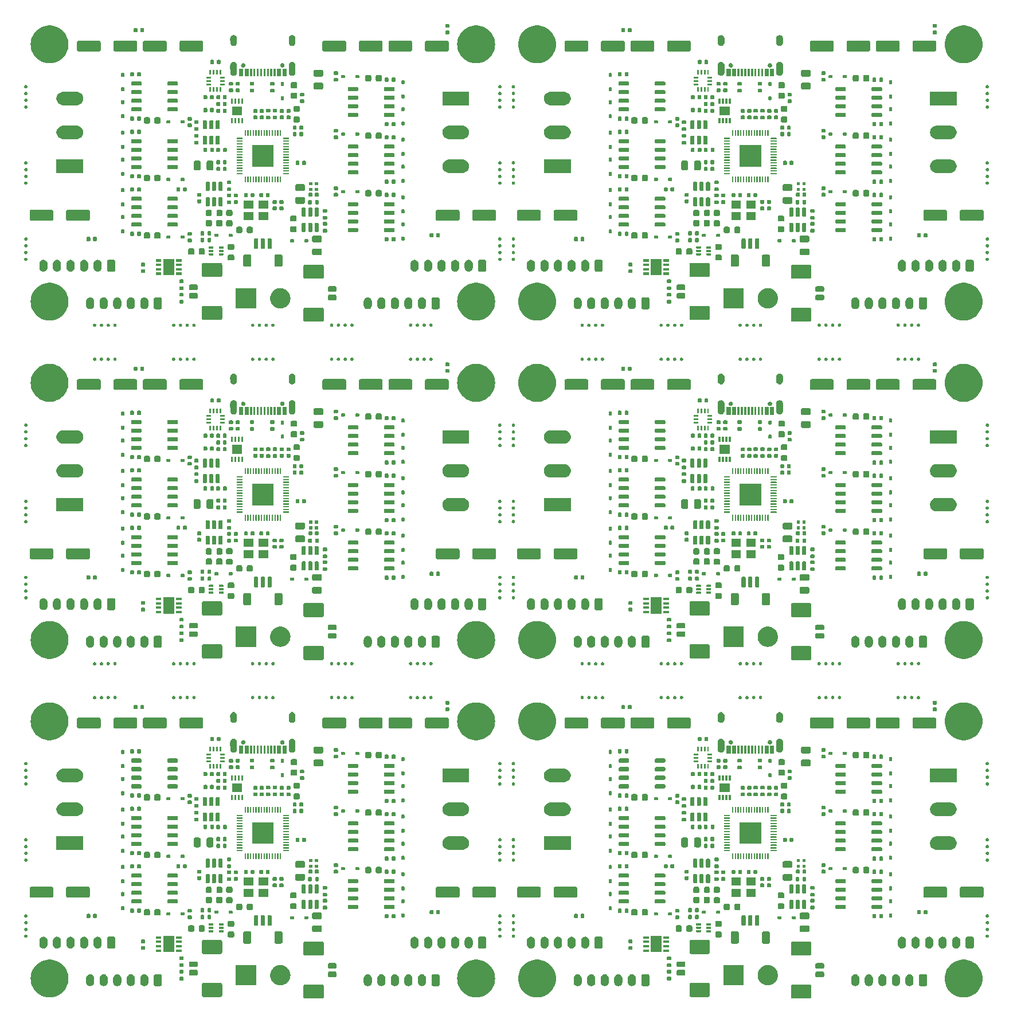
<source format=gbr>
%TF.GenerationSoftware,KiCad,Pcbnew,8.0.2*%
%TF.CreationDate,2024-05-05T14:00:19+02:00*%
%TF.ProjectId,panelized,70616e65-6c69-47a6-9564-2e6b69636164,rev?*%
%TF.SameCoordinates,Original*%
%TF.FileFunction,Soldermask,Top*%
%TF.FilePolarity,Negative*%
%FSLAX46Y46*%
G04 Gerber Fmt 4.6, Leading zero omitted, Abs format (unit mm)*
G04 Created by KiCad (PCBNEW 8.0.2) date 2024-05-05 14:00:19*
%MOMM*%
%LPD*%
G01*
G04 APERTURE LIST*
G04 APERTURE END LIST*
G36*
X50755115Y-142375818D02*
G01*
X50806378Y-142381766D01*
X50823892Y-142389499D01*
X50846670Y-142394030D01*
X50871054Y-142410323D01*
X50891788Y-142419478D01*
X50905950Y-142433640D01*
X50927776Y-142448224D01*
X50942359Y-142470049D01*
X50956521Y-142484211D01*
X50965675Y-142504943D01*
X50981970Y-142529330D01*
X50986500Y-142552108D01*
X50994233Y-142569621D01*
X51000182Y-142620898D01*
X51000999Y-142625002D01*
X51000999Y-142627932D01*
X51001000Y-142627941D01*
X51001000Y-143536583D01*
X51001000Y-144224999D01*
X51000180Y-144229116D01*
X50994233Y-144280378D01*
X50986501Y-144297888D01*
X50981970Y-144320670D01*
X50965673Y-144345058D01*
X50956521Y-144365788D01*
X50942361Y-144379947D01*
X50927776Y-144401776D01*
X50905947Y-144416361D01*
X50891788Y-144430521D01*
X50871058Y-144439673D01*
X50846670Y-144455970D01*
X50823889Y-144460501D01*
X50806378Y-144468233D01*
X50755102Y-144474182D01*
X50750998Y-144474999D01*
X50748066Y-144474999D01*
X50748058Y-144475000D01*
X48253942Y-144475000D01*
X48253941Y-144474999D01*
X48251001Y-144475000D01*
X48246883Y-144474181D01*
X48195621Y-144468233D01*
X48178110Y-144460501D01*
X48155330Y-144455970D01*
X48130943Y-144439675D01*
X48110211Y-144430521D01*
X48096049Y-144416359D01*
X48074224Y-144401776D01*
X48059640Y-144379950D01*
X48045478Y-144365788D01*
X48036323Y-144345054D01*
X48020030Y-144320670D01*
X48015499Y-144297893D01*
X48007766Y-144280378D01*
X48001817Y-144229101D01*
X48001001Y-144224998D01*
X48001000Y-144222066D01*
X48001000Y-144222058D01*
X48001000Y-142627941D01*
X48001000Y-142627940D01*
X48001000Y-142625001D01*
X48001818Y-142620886D01*
X48007766Y-142569621D01*
X48015499Y-142552105D01*
X48020030Y-142529330D01*
X48036321Y-142504947D01*
X48045478Y-142484211D01*
X48059642Y-142470046D01*
X48074224Y-142448224D01*
X48096046Y-142433642D01*
X48110211Y-142419478D01*
X48130947Y-142410321D01*
X48155330Y-142394030D01*
X48178104Y-142389500D01*
X48195621Y-142381766D01*
X48246898Y-142375817D01*
X48251002Y-142375001D01*
X48253933Y-142375000D01*
X48253942Y-142375000D01*
X50748058Y-142375000D01*
X50750999Y-142375000D01*
X50755115Y-142375818D01*
G37*
G36*
X122755115Y-142375818D02*
G01*
X122806378Y-142381766D01*
X122823892Y-142389499D01*
X122846670Y-142394030D01*
X122871054Y-142410323D01*
X122891788Y-142419478D01*
X122905950Y-142433640D01*
X122927776Y-142448224D01*
X122942359Y-142470049D01*
X122956521Y-142484211D01*
X122965675Y-142504943D01*
X122981970Y-142529330D01*
X122986500Y-142552108D01*
X122994233Y-142569621D01*
X123000182Y-142620898D01*
X123000999Y-142625002D01*
X123000999Y-142627932D01*
X123001000Y-142627941D01*
X123001000Y-143536583D01*
X123001000Y-144224999D01*
X123000180Y-144229116D01*
X122994233Y-144280378D01*
X122986501Y-144297888D01*
X122981970Y-144320670D01*
X122965673Y-144345058D01*
X122956521Y-144365788D01*
X122942361Y-144379947D01*
X122927776Y-144401776D01*
X122905947Y-144416361D01*
X122891788Y-144430521D01*
X122871058Y-144439673D01*
X122846670Y-144455970D01*
X122823889Y-144460501D01*
X122806378Y-144468233D01*
X122755102Y-144474182D01*
X122750998Y-144474999D01*
X122748066Y-144474999D01*
X122748058Y-144475000D01*
X120253942Y-144475000D01*
X120253941Y-144474999D01*
X120251001Y-144475000D01*
X120246883Y-144474181D01*
X120195621Y-144468233D01*
X120178110Y-144460501D01*
X120155330Y-144455970D01*
X120130943Y-144439675D01*
X120110211Y-144430521D01*
X120096049Y-144416359D01*
X120074224Y-144401776D01*
X120059640Y-144379950D01*
X120045478Y-144365788D01*
X120036323Y-144345054D01*
X120020030Y-144320670D01*
X120015499Y-144297893D01*
X120007766Y-144280378D01*
X120001817Y-144229101D01*
X120001001Y-144224998D01*
X120001000Y-144222066D01*
X120001000Y-144222058D01*
X120001000Y-142627941D01*
X120001000Y-142627940D01*
X120001000Y-142625001D01*
X120001818Y-142620886D01*
X120007766Y-142569621D01*
X120015499Y-142552105D01*
X120020030Y-142529330D01*
X120036321Y-142504947D01*
X120045478Y-142484211D01*
X120059642Y-142470046D01*
X120074224Y-142448224D01*
X120096046Y-142433642D01*
X120110211Y-142419478D01*
X120130947Y-142410321D01*
X120155330Y-142394030D01*
X120178104Y-142389500D01*
X120195621Y-142381766D01*
X120246898Y-142375817D01*
X120251002Y-142375001D01*
X120253933Y-142375000D01*
X120253942Y-142375000D01*
X122748058Y-142375000D01*
X122750999Y-142375000D01*
X122755115Y-142375818D01*
G37*
G36*
X10987215Y-138742538D02*
G01*
X11304049Y-138817629D01*
X11610023Y-138928995D01*
X11901000Y-139075129D01*
X12173044Y-139254055D01*
X12422477Y-139463354D01*
X12645924Y-139700195D01*
X12840366Y-139961375D01*
X13003171Y-140243362D01*
X13132139Y-140542344D01*
X13225526Y-140854276D01*
X13282067Y-141174940D01*
X13301000Y-141500000D01*
X13282067Y-141825060D01*
X13225526Y-142145724D01*
X13132139Y-142457656D01*
X13003171Y-142756638D01*
X12840366Y-143038625D01*
X12645924Y-143299805D01*
X12422477Y-143536646D01*
X12173044Y-143745945D01*
X11901000Y-143924871D01*
X11610023Y-144071005D01*
X11304049Y-144182371D01*
X10987215Y-144257462D01*
X10663806Y-144295263D01*
X10338194Y-144295263D01*
X10014785Y-144257462D01*
X9697951Y-144182371D01*
X9391977Y-144071005D01*
X9101000Y-143924871D01*
X8828956Y-143745945D01*
X8579523Y-143536646D01*
X8356076Y-143299805D01*
X8161634Y-143038625D01*
X7998829Y-142756638D01*
X7869861Y-142457656D01*
X7776474Y-142145724D01*
X7719933Y-141825060D01*
X7701000Y-141500000D01*
X7719933Y-141174940D01*
X7776474Y-140854276D01*
X7869861Y-140542344D01*
X7998829Y-140243362D01*
X8161634Y-139961375D01*
X8356076Y-139700195D01*
X8579523Y-139463354D01*
X8828956Y-139254055D01*
X9101000Y-139075129D01*
X9391977Y-138928995D01*
X9697951Y-138817629D01*
X10014785Y-138742538D01*
X10338194Y-138704737D01*
X10663806Y-138704737D01*
X10987215Y-138742538D01*
G37*
G36*
X73987215Y-138742538D02*
G01*
X74304049Y-138817629D01*
X74610023Y-138928995D01*
X74901000Y-139075129D01*
X75173044Y-139254055D01*
X75422477Y-139463354D01*
X75645924Y-139700195D01*
X75840366Y-139961375D01*
X76003171Y-140243362D01*
X76132139Y-140542344D01*
X76225526Y-140854276D01*
X76282067Y-141174940D01*
X76301000Y-141500000D01*
X76282067Y-141825060D01*
X76225526Y-142145724D01*
X76132139Y-142457656D01*
X76003171Y-142756638D01*
X75840366Y-143038625D01*
X75645924Y-143299805D01*
X75422477Y-143536646D01*
X75173044Y-143745945D01*
X74901000Y-143924871D01*
X74610023Y-144071005D01*
X74304049Y-144182371D01*
X73987215Y-144257462D01*
X73663806Y-144295263D01*
X73338194Y-144295263D01*
X73014785Y-144257462D01*
X72697951Y-144182371D01*
X72391977Y-144071005D01*
X72101000Y-143924871D01*
X71828956Y-143745945D01*
X71579523Y-143536646D01*
X71356076Y-143299805D01*
X71161634Y-143038625D01*
X70998829Y-142756638D01*
X70869861Y-142457656D01*
X70776474Y-142145724D01*
X70719933Y-141825060D01*
X70701000Y-141500000D01*
X70719933Y-141174940D01*
X70776474Y-140854276D01*
X70869861Y-140542344D01*
X70998829Y-140243362D01*
X71161634Y-139961375D01*
X71356076Y-139700195D01*
X71579523Y-139463354D01*
X71828956Y-139254055D01*
X72101000Y-139075129D01*
X72391977Y-138928995D01*
X72697951Y-138817629D01*
X73014785Y-138742538D01*
X73338194Y-138704737D01*
X73663806Y-138704737D01*
X73987215Y-138742538D01*
G37*
G36*
X82987215Y-138742538D02*
G01*
X83304049Y-138817629D01*
X83610023Y-138928995D01*
X83901000Y-139075129D01*
X84173044Y-139254055D01*
X84422477Y-139463354D01*
X84645924Y-139700195D01*
X84840366Y-139961375D01*
X85003171Y-140243362D01*
X85132139Y-140542344D01*
X85225526Y-140854276D01*
X85282067Y-141174940D01*
X85301000Y-141500000D01*
X85282067Y-141825060D01*
X85225526Y-142145724D01*
X85132139Y-142457656D01*
X85003171Y-142756638D01*
X84840366Y-143038625D01*
X84645924Y-143299805D01*
X84422477Y-143536646D01*
X84173044Y-143745945D01*
X83901000Y-143924871D01*
X83610023Y-144071005D01*
X83304049Y-144182371D01*
X82987215Y-144257462D01*
X82663806Y-144295263D01*
X82338194Y-144295263D01*
X82014785Y-144257462D01*
X81697951Y-144182371D01*
X81391977Y-144071005D01*
X81101000Y-143924871D01*
X80828956Y-143745945D01*
X80579523Y-143536646D01*
X80356076Y-143299805D01*
X80161634Y-143038625D01*
X79998829Y-142756638D01*
X79869861Y-142457656D01*
X79776474Y-142145724D01*
X79719933Y-141825060D01*
X79701000Y-141500000D01*
X79719933Y-141174940D01*
X79776474Y-140854276D01*
X79869861Y-140542344D01*
X79998829Y-140243362D01*
X80161634Y-139961375D01*
X80356076Y-139700195D01*
X80579523Y-139463354D01*
X80828956Y-139254055D01*
X81101000Y-139075129D01*
X81391977Y-138928995D01*
X81697951Y-138817629D01*
X82014785Y-138742538D01*
X82338194Y-138704737D01*
X82663806Y-138704737D01*
X82987215Y-138742538D01*
G37*
G36*
X145987215Y-138742538D02*
G01*
X146304049Y-138817629D01*
X146610023Y-138928995D01*
X146901000Y-139075129D01*
X147173044Y-139254055D01*
X147422477Y-139463354D01*
X147645924Y-139700195D01*
X147840366Y-139961375D01*
X148003171Y-140243362D01*
X148132139Y-140542344D01*
X148225526Y-140854276D01*
X148282067Y-141174940D01*
X148301000Y-141500000D01*
X148282067Y-141825060D01*
X148225526Y-142145724D01*
X148132139Y-142457656D01*
X148003171Y-142756638D01*
X147840366Y-143038625D01*
X147645924Y-143299805D01*
X147422477Y-143536646D01*
X147173044Y-143745945D01*
X146901000Y-143924871D01*
X146610023Y-144071005D01*
X146304049Y-144182371D01*
X145987215Y-144257462D01*
X145663806Y-144295263D01*
X145338194Y-144295263D01*
X145014785Y-144257462D01*
X144697951Y-144182371D01*
X144391977Y-144071005D01*
X144101000Y-143924871D01*
X143828956Y-143745945D01*
X143579523Y-143536646D01*
X143356076Y-143299805D01*
X143161634Y-143038625D01*
X142998829Y-142756638D01*
X142869861Y-142457656D01*
X142776474Y-142145724D01*
X142719933Y-141825060D01*
X142701000Y-141500000D01*
X142719933Y-141174940D01*
X142776474Y-140854276D01*
X142869861Y-140542344D01*
X142998829Y-140243362D01*
X143161634Y-139961375D01*
X143356076Y-139700195D01*
X143579523Y-139463354D01*
X143828956Y-139254055D01*
X144101000Y-139075129D01*
X144391977Y-138928995D01*
X144697951Y-138817629D01*
X145014785Y-138742538D01*
X145338194Y-138704737D01*
X145663806Y-138704737D01*
X145987215Y-138742538D01*
G37*
G36*
X35755115Y-142125818D02*
G01*
X35806379Y-142131766D01*
X35823895Y-142139499D01*
X35846670Y-142144030D01*
X35871053Y-142160321D01*
X35891789Y-142169478D01*
X35905954Y-142183642D01*
X35927776Y-142198224D01*
X35942358Y-142220046D01*
X35956522Y-142234211D01*
X35965679Y-142254947D01*
X35981970Y-142279330D01*
X35986500Y-142302104D01*
X35994234Y-142319621D01*
X36000184Y-142370900D01*
X36000999Y-142375002D01*
X36001000Y-142377932D01*
X36001000Y-142377941D01*
X36001000Y-143175573D01*
X36001000Y-143974999D01*
X36000182Y-143979115D01*
X35994234Y-144030378D01*
X35986501Y-144047892D01*
X35981970Y-144070670D01*
X35965677Y-144095054D01*
X35956522Y-144115788D01*
X35942360Y-144129950D01*
X35927776Y-144151776D01*
X35905951Y-144166359D01*
X35891789Y-144180521D01*
X35871057Y-144189675D01*
X35846670Y-144205970D01*
X35823892Y-144210500D01*
X35806379Y-144218233D01*
X35755103Y-144224182D01*
X35750998Y-144224999D01*
X35748067Y-144224999D01*
X35748058Y-144225000D01*
X33253942Y-144225000D01*
X33253942Y-144224999D01*
X33251001Y-144225000D01*
X33246884Y-144224180D01*
X33195622Y-144218233D01*
X33178112Y-144210501D01*
X33155330Y-144205970D01*
X33130942Y-144189673D01*
X33110212Y-144180521D01*
X33096053Y-144166361D01*
X33074224Y-144151776D01*
X33059639Y-144129947D01*
X33045479Y-144115788D01*
X33036327Y-144095058D01*
X33020030Y-144070670D01*
X33015499Y-144047889D01*
X33007767Y-144030378D01*
X33001818Y-143979102D01*
X33001001Y-143974998D01*
X33001001Y-143972066D01*
X33001000Y-143972058D01*
X33001000Y-142377941D01*
X33001001Y-142377940D01*
X33001000Y-142375001D01*
X33001819Y-142370884D01*
X33007767Y-142319621D01*
X33015499Y-142302110D01*
X33020030Y-142279330D01*
X33036325Y-142254943D01*
X33045479Y-142234211D01*
X33059641Y-142220049D01*
X33074224Y-142198224D01*
X33096050Y-142183640D01*
X33110212Y-142169478D01*
X33130946Y-142160323D01*
X33155330Y-142144030D01*
X33178107Y-142139499D01*
X33195622Y-142131766D01*
X33246899Y-142125817D01*
X33251002Y-142125001D01*
X33253934Y-142125000D01*
X33253942Y-142125000D01*
X35748058Y-142125000D01*
X35748059Y-142125000D01*
X35750999Y-142125000D01*
X35755115Y-142125818D01*
G37*
G36*
X107755115Y-142125818D02*
G01*
X107806378Y-142131766D01*
X107823892Y-142139499D01*
X107846670Y-142144030D01*
X107871054Y-142160323D01*
X107891788Y-142169478D01*
X107905950Y-142183640D01*
X107927776Y-142198224D01*
X107942359Y-142220049D01*
X107956521Y-142234211D01*
X107965675Y-142254943D01*
X107981970Y-142279330D01*
X107986500Y-142302108D01*
X107994233Y-142319621D01*
X108000182Y-142370898D01*
X108000999Y-142375002D01*
X108000999Y-142377932D01*
X108001000Y-142377941D01*
X108001000Y-143175573D01*
X108001000Y-143974999D01*
X108000180Y-143979116D01*
X107994233Y-144030378D01*
X107986501Y-144047888D01*
X107981970Y-144070670D01*
X107965673Y-144095058D01*
X107956521Y-144115788D01*
X107942361Y-144129947D01*
X107927776Y-144151776D01*
X107905947Y-144166361D01*
X107891788Y-144180521D01*
X107871058Y-144189673D01*
X107846670Y-144205970D01*
X107823889Y-144210501D01*
X107806378Y-144218233D01*
X107755102Y-144224182D01*
X107750998Y-144224999D01*
X107748066Y-144224999D01*
X107748058Y-144225000D01*
X105253942Y-144225000D01*
X105253941Y-144224999D01*
X105251001Y-144225000D01*
X105246883Y-144224181D01*
X105195621Y-144218233D01*
X105178110Y-144210501D01*
X105155330Y-144205970D01*
X105130943Y-144189675D01*
X105110211Y-144180521D01*
X105096049Y-144166359D01*
X105074224Y-144151776D01*
X105059640Y-144129950D01*
X105045478Y-144115788D01*
X105036323Y-144095054D01*
X105020030Y-144070670D01*
X105015499Y-144047893D01*
X105007766Y-144030378D01*
X105001817Y-143979101D01*
X105001001Y-143974998D01*
X105001000Y-143972066D01*
X105001000Y-143972058D01*
X105001000Y-142377941D01*
X105001000Y-142377940D01*
X105001000Y-142375001D01*
X105001818Y-142370886D01*
X105007766Y-142319621D01*
X105015499Y-142302105D01*
X105020030Y-142279330D01*
X105036321Y-142254947D01*
X105045478Y-142234211D01*
X105059642Y-142220046D01*
X105074224Y-142198224D01*
X105096046Y-142183642D01*
X105110211Y-142169478D01*
X105130947Y-142160321D01*
X105155330Y-142144030D01*
X105178104Y-142139500D01*
X105195621Y-142131766D01*
X105246898Y-142125817D01*
X105251002Y-142125001D01*
X105253933Y-142125000D01*
X105253942Y-142125000D01*
X107748058Y-142125000D01*
X107750999Y-142125000D01*
X107755115Y-142125818D01*
G37*
G36*
X26855115Y-140875818D02*
G01*
X26906380Y-140881766D01*
X26923895Y-140889499D01*
X26946671Y-140894030D01*
X26971056Y-140910323D01*
X26991789Y-140919478D01*
X27005950Y-140933638D01*
X27027777Y-140948223D01*
X27042362Y-140970050D01*
X27056522Y-140984211D01*
X27065677Y-141004944D01*
X27081970Y-141029329D01*
X27086501Y-141052105D01*
X27094234Y-141069620D01*
X27100182Y-141120884D01*
X27101000Y-141125000D01*
X27101000Y-142375000D01*
X27100182Y-142379116D01*
X27094234Y-142430379D01*
X27086501Y-142447892D01*
X27081970Y-142470671D01*
X27065676Y-142495057D01*
X27056522Y-142515788D01*
X27042364Y-142529946D01*
X27027777Y-142551777D01*
X27005947Y-142566363D01*
X26991789Y-142580521D01*
X26971061Y-142589673D01*
X26946671Y-142605970D01*
X26923891Y-142610501D01*
X26906380Y-142618233D01*
X26855128Y-142624178D01*
X26851000Y-142625000D01*
X26151000Y-142625000D01*
X26146872Y-142624178D01*
X26095621Y-142618233D01*
X26078112Y-142610501D01*
X26055329Y-142605970D01*
X26030938Y-142589672D01*
X26010212Y-142580521D01*
X25996057Y-142566365D01*
X25974223Y-142551777D01*
X25959635Y-142529943D01*
X25945479Y-142515788D01*
X25936328Y-142495062D01*
X25920030Y-142470671D01*
X25915499Y-142447888D01*
X25907767Y-142430379D01*
X25901822Y-142379129D01*
X25901000Y-142375000D01*
X25901000Y-141125000D01*
X25901821Y-141120873D01*
X25907767Y-141069620D01*
X25915499Y-141052109D01*
X25920030Y-141029329D01*
X25936327Y-141004939D01*
X25945479Y-140984211D01*
X25959637Y-140970053D01*
X25974223Y-140948223D01*
X25996054Y-140933636D01*
X26010212Y-140919478D01*
X26030943Y-140910324D01*
X26055329Y-140894030D01*
X26078108Y-140889499D01*
X26095621Y-140881766D01*
X26146883Y-140875818D01*
X26151000Y-140875000D01*
X26851000Y-140875000D01*
X26855115Y-140875818D01*
G37*
G36*
X67855116Y-140875818D02*
G01*
X67906379Y-140881766D01*
X67923892Y-140889499D01*
X67946671Y-140894030D01*
X67971057Y-140910324D01*
X67991788Y-140919478D01*
X68005946Y-140933636D01*
X68027777Y-140948223D01*
X68042363Y-140970053D01*
X68056521Y-140984211D01*
X68065673Y-141004939D01*
X68081970Y-141029329D01*
X68086501Y-141052109D01*
X68094233Y-141069620D01*
X68100178Y-141120872D01*
X68101000Y-141125000D01*
X68101000Y-142375000D01*
X68100178Y-142379128D01*
X68094233Y-142430379D01*
X68086501Y-142447888D01*
X68081970Y-142470671D01*
X68065672Y-142495062D01*
X68056521Y-142515788D01*
X68042365Y-142529943D01*
X68027777Y-142551777D01*
X68005943Y-142566365D01*
X67991788Y-142580521D01*
X67971062Y-142589672D01*
X67946671Y-142605970D01*
X67923888Y-142610501D01*
X67906379Y-142618233D01*
X67855129Y-142624178D01*
X67851000Y-142625000D01*
X67151000Y-142625000D01*
X67146873Y-142624179D01*
X67095620Y-142618233D01*
X67078109Y-142610501D01*
X67055329Y-142605970D01*
X67030939Y-142589673D01*
X67010211Y-142580521D01*
X66996053Y-142566363D01*
X66974223Y-142551777D01*
X66959636Y-142529946D01*
X66945478Y-142515788D01*
X66936324Y-142495057D01*
X66920030Y-142470671D01*
X66915499Y-142447892D01*
X66907766Y-142430379D01*
X66901818Y-142379117D01*
X66901000Y-142375000D01*
X66901000Y-141125000D01*
X66901818Y-141120885D01*
X66907766Y-141069620D01*
X66915499Y-141052105D01*
X66920030Y-141029329D01*
X66936323Y-141004944D01*
X66945478Y-140984211D01*
X66959638Y-140970050D01*
X66974223Y-140948223D01*
X66996050Y-140933638D01*
X67010211Y-140919478D01*
X67030944Y-140910323D01*
X67055329Y-140894030D01*
X67078105Y-140889499D01*
X67095620Y-140881766D01*
X67146884Y-140875818D01*
X67151000Y-140875000D01*
X67851000Y-140875000D01*
X67855116Y-140875818D01*
G37*
G36*
X98855116Y-140875818D02*
G01*
X98906379Y-140881766D01*
X98923892Y-140889499D01*
X98946671Y-140894030D01*
X98971057Y-140910324D01*
X98991788Y-140919478D01*
X99005946Y-140933636D01*
X99027777Y-140948223D01*
X99042363Y-140970053D01*
X99056521Y-140984211D01*
X99065673Y-141004939D01*
X99081970Y-141029329D01*
X99086501Y-141052109D01*
X99094233Y-141069620D01*
X99100178Y-141120872D01*
X99101000Y-141125000D01*
X99101000Y-142375000D01*
X99100178Y-142379128D01*
X99094233Y-142430379D01*
X99086501Y-142447888D01*
X99081970Y-142470671D01*
X99065672Y-142495062D01*
X99056521Y-142515788D01*
X99042365Y-142529943D01*
X99027777Y-142551777D01*
X99005943Y-142566365D01*
X98991788Y-142580521D01*
X98971062Y-142589672D01*
X98946671Y-142605970D01*
X98923888Y-142610501D01*
X98906379Y-142618233D01*
X98855129Y-142624178D01*
X98851000Y-142625000D01*
X98151000Y-142625000D01*
X98146873Y-142624179D01*
X98095620Y-142618233D01*
X98078109Y-142610501D01*
X98055329Y-142605970D01*
X98030939Y-142589673D01*
X98010211Y-142580521D01*
X97996053Y-142566363D01*
X97974223Y-142551777D01*
X97959636Y-142529946D01*
X97945478Y-142515788D01*
X97936324Y-142495057D01*
X97920030Y-142470671D01*
X97915499Y-142447892D01*
X97907766Y-142430379D01*
X97901818Y-142379117D01*
X97901000Y-142375000D01*
X97901000Y-141125000D01*
X97901818Y-141120885D01*
X97907766Y-141069620D01*
X97915499Y-141052105D01*
X97920030Y-141029329D01*
X97936323Y-141004944D01*
X97945478Y-140984211D01*
X97959638Y-140970050D01*
X97974223Y-140948223D01*
X97996050Y-140933638D01*
X98010211Y-140919478D01*
X98030944Y-140910323D01*
X98055329Y-140894030D01*
X98078105Y-140889499D01*
X98095620Y-140881766D01*
X98146884Y-140875818D01*
X98151000Y-140875000D01*
X98851000Y-140875000D01*
X98855116Y-140875818D01*
G37*
G36*
X139855116Y-140875818D02*
G01*
X139906379Y-140881766D01*
X139923892Y-140889499D01*
X139946671Y-140894030D01*
X139971057Y-140910324D01*
X139991788Y-140919478D01*
X140005946Y-140933636D01*
X140027777Y-140948223D01*
X140042363Y-140970053D01*
X140056521Y-140984211D01*
X140065673Y-141004939D01*
X140081970Y-141029329D01*
X140086501Y-141052109D01*
X140094233Y-141069620D01*
X140100178Y-141120872D01*
X140101000Y-141125000D01*
X140101000Y-142375000D01*
X140100178Y-142379128D01*
X140094233Y-142430379D01*
X140086501Y-142447888D01*
X140081970Y-142470671D01*
X140065672Y-142495062D01*
X140056521Y-142515788D01*
X140042365Y-142529943D01*
X140027777Y-142551777D01*
X140005943Y-142566365D01*
X139991788Y-142580521D01*
X139971062Y-142589672D01*
X139946671Y-142605970D01*
X139923888Y-142610501D01*
X139906379Y-142618233D01*
X139855129Y-142624178D01*
X139851000Y-142625000D01*
X139151000Y-142625000D01*
X139146873Y-142624179D01*
X139095620Y-142618233D01*
X139078109Y-142610501D01*
X139055329Y-142605970D01*
X139030939Y-142589673D01*
X139010211Y-142580521D01*
X138996053Y-142566363D01*
X138974223Y-142551777D01*
X138959636Y-142529946D01*
X138945478Y-142515788D01*
X138936324Y-142495057D01*
X138920030Y-142470671D01*
X138915499Y-142447892D01*
X138907766Y-142430379D01*
X138901818Y-142379117D01*
X138901000Y-142375000D01*
X138901000Y-141125000D01*
X138901818Y-141120885D01*
X138907766Y-141069620D01*
X138915499Y-141052105D01*
X138920030Y-141029329D01*
X138936323Y-141004944D01*
X138945478Y-140984211D01*
X138959638Y-140970050D01*
X138974223Y-140948223D01*
X138996050Y-140933638D01*
X139010211Y-140919478D01*
X139030944Y-140910323D01*
X139055329Y-140894030D01*
X139078105Y-140889499D01*
X139095620Y-140881766D01*
X139146884Y-140875818D01*
X139151000Y-140875000D01*
X139851000Y-140875000D01*
X139855116Y-140875818D01*
G37*
G36*
X16569836Y-140880133D02*
G01*
X16579316Y-140880133D01*
X16606623Y-140887449D01*
X16675101Y-140901070D01*
X16707427Y-140914459D01*
X16730610Y-140920672D01*
X16751400Y-140932674D01*
X16783723Y-140946064D01*
X16841778Y-140984854D01*
X16866257Y-140998988D01*
X16872958Y-141005688D01*
X16881483Y-141011385D01*
X16964615Y-141094517D01*
X16970312Y-141103042D01*
X16977012Y-141109743D01*
X16991146Y-141134222D01*
X17029936Y-141192277D01*
X17043326Y-141224600D01*
X17055328Y-141245390D01*
X17061541Y-141268573D01*
X17074930Y-141300899D01*
X17088551Y-141369378D01*
X17095867Y-141396684D01*
X17095948Y-141406569D01*
X17097892Y-141416344D01*
X17100994Y-142023872D01*
X17100992Y-142023928D01*
X17101000Y-142025000D01*
X17100755Y-142028741D01*
X17098111Y-142082555D01*
X17096794Y-142089178D01*
X17095867Y-142103316D01*
X17088551Y-142130622D01*
X17074930Y-142199100D01*
X17061541Y-142231423D01*
X17055328Y-142254610D01*
X17043324Y-142275401D01*
X17029936Y-142307722D01*
X16991150Y-142365770D01*
X16977012Y-142390257D01*
X16970310Y-142396959D01*
X16964615Y-142405482D01*
X16881483Y-142488614D01*
X16872961Y-142494308D01*
X16866257Y-142501012D01*
X16841767Y-142515151D01*
X16783723Y-142553935D01*
X16751406Y-142567321D01*
X16730610Y-142579328D01*
X16707420Y-142585541D01*
X16675101Y-142598929D01*
X16606629Y-142612548D01*
X16579316Y-142619867D01*
X16569836Y-142619867D01*
X16559786Y-142621866D01*
X16442214Y-142621866D01*
X16432164Y-142619867D01*
X16422684Y-142619867D01*
X16395371Y-142612548D01*
X16326900Y-142598929D01*
X16294584Y-142585542D01*
X16271390Y-142579328D01*
X16250593Y-142567320D01*
X16218278Y-142553935D01*
X16160241Y-142515155D01*
X16135743Y-142501012D01*
X16129038Y-142494306D01*
X16120518Y-142488614D01*
X16037386Y-142405482D01*
X16031694Y-142396962D01*
X16024988Y-142390257D01*
X16010845Y-142365759D01*
X15972065Y-142307722D01*
X15958680Y-142275407D01*
X15946672Y-142254610D01*
X15940458Y-142231416D01*
X15927071Y-142199100D01*
X15913454Y-142130638D01*
X15906133Y-142103316D01*
X15906053Y-142093424D01*
X15904109Y-142083655D01*
X15901007Y-141476127D01*
X15901009Y-141476088D01*
X15901000Y-141475000D01*
X15901250Y-141471200D01*
X15903890Y-141417444D01*
X15905206Y-141410827D01*
X15906133Y-141396684D01*
X15913453Y-141369366D01*
X15927071Y-141300899D01*
X15940459Y-141268580D01*
X15946672Y-141245390D01*
X15958679Y-141224594D01*
X15972065Y-141192277D01*
X16010849Y-141134233D01*
X16024988Y-141109743D01*
X16031692Y-141103039D01*
X16037386Y-141094517D01*
X16120518Y-141011385D01*
X16129041Y-141005690D01*
X16135743Y-140998988D01*
X16160230Y-140984850D01*
X16218278Y-140946064D01*
X16250599Y-140932676D01*
X16271390Y-140920672D01*
X16294577Y-140914459D01*
X16326900Y-140901070D01*
X16395377Y-140887449D01*
X16422684Y-140880133D01*
X16432164Y-140880133D01*
X16442214Y-140878134D01*
X16559786Y-140878134D01*
X16569836Y-140880133D01*
G37*
G36*
X18569836Y-140880133D02*
G01*
X18579316Y-140880133D01*
X18606623Y-140887449D01*
X18675101Y-140901070D01*
X18707427Y-140914459D01*
X18730610Y-140920672D01*
X18751400Y-140932674D01*
X18783723Y-140946064D01*
X18841778Y-140984854D01*
X18866257Y-140998988D01*
X18872958Y-141005688D01*
X18881483Y-141011385D01*
X18964615Y-141094517D01*
X18970312Y-141103042D01*
X18977012Y-141109743D01*
X18991146Y-141134222D01*
X19029936Y-141192277D01*
X19043326Y-141224600D01*
X19055328Y-141245390D01*
X19061541Y-141268573D01*
X19074930Y-141300899D01*
X19088551Y-141369378D01*
X19095867Y-141396684D01*
X19095948Y-141406569D01*
X19097892Y-141416344D01*
X19100994Y-142023872D01*
X19100992Y-142023928D01*
X19101000Y-142025000D01*
X19100755Y-142028741D01*
X19098111Y-142082555D01*
X19096794Y-142089178D01*
X19095867Y-142103316D01*
X19088551Y-142130622D01*
X19074930Y-142199100D01*
X19061541Y-142231423D01*
X19055328Y-142254610D01*
X19043324Y-142275401D01*
X19029936Y-142307722D01*
X18991150Y-142365770D01*
X18977012Y-142390257D01*
X18970310Y-142396959D01*
X18964615Y-142405482D01*
X18881483Y-142488614D01*
X18872961Y-142494308D01*
X18866257Y-142501012D01*
X18841767Y-142515151D01*
X18783723Y-142553935D01*
X18751406Y-142567321D01*
X18730610Y-142579328D01*
X18707420Y-142585541D01*
X18675101Y-142598929D01*
X18606629Y-142612548D01*
X18579316Y-142619867D01*
X18569836Y-142619867D01*
X18559786Y-142621866D01*
X18442214Y-142621866D01*
X18432164Y-142619867D01*
X18422684Y-142619867D01*
X18395371Y-142612548D01*
X18326900Y-142598929D01*
X18294584Y-142585542D01*
X18271390Y-142579328D01*
X18250593Y-142567320D01*
X18218278Y-142553935D01*
X18160241Y-142515155D01*
X18135743Y-142501012D01*
X18129038Y-142494306D01*
X18120518Y-142488614D01*
X18037386Y-142405482D01*
X18031694Y-142396962D01*
X18024988Y-142390257D01*
X18010845Y-142365759D01*
X17972065Y-142307722D01*
X17958680Y-142275407D01*
X17946672Y-142254610D01*
X17940458Y-142231416D01*
X17927071Y-142199100D01*
X17913454Y-142130638D01*
X17906133Y-142103316D01*
X17906053Y-142093424D01*
X17904109Y-142083655D01*
X17901007Y-141476127D01*
X17901009Y-141476088D01*
X17901000Y-141475000D01*
X17901250Y-141471200D01*
X17903890Y-141417444D01*
X17905206Y-141410827D01*
X17906133Y-141396684D01*
X17913453Y-141369366D01*
X17927071Y-141300899D01*
X17940459Y-141268580D01*
X17946672Y-141245390D01*
X17958679Y-141224594D01*
X17972065Y-141192277D01*
X18010849Y-141134233D01*
X18024988Y-141109743D01*
X18031692Y-141103039D01*
X18037386Y-141094517D01*
X18120518Y-141011385D01*
X18129041Y-141005690D01*
X18135743Y-140998988D01*
X18160230Y-140984850D01*
X18218278Y-140946064D01*
X18250599Y-140932676D01*
X18271390Y-140920672D01*
X18294577Y-140914459D01*
X18326900Y-140901070D01*
X18395377Y-140887449D01*
X18422684Y-140880133D01*
X18432164Y-140880133D01*
X18442214Y-140878134D01*
X18559786Y-140878134D01*
X18569836Y-140880133D01*
G37*
G36*
X20569836Y-140880133D02*
G01*
X20579316Y-140880133D01*
X20606623Y-140887449D01*
X20675101Y-140901070D01*
X20707427Y-140914459D01*
X20730610Y-140920672D01*
X20751400Y-140932674D01*
X20783723Y-140946064D01*
X20841778Y-140984854D01*
X20866257Y-140998988D01*
X20872958Y-141005688D01*
X20881483Y-141011385D01*
X20964615Y-141094517D01*
X20970312Y-141103042D01*
X20977012Y-141109743D01*
X20991146Y-141134222D01*
X21029936Y-141192277D01*
X21043326Y-141224600D01*
X21055328Y-141245390D01*
X21061541Y-141268573D01*
X21074930Y-141300899D01*
X21088551Y-141369378D01*
X21095867Y-141396684D01*
X21095948Y-141406569D01*
X21097892Y-141416344D01*
X21100994Y-142023872D01*
X21100992Y-142023928D01*
X21101000Y-142025000D01*
X21100755Y-142028741D01*
X21098111Y-142082555D01*
X21096794Y-142089178D01*
X21095867Y-142103316D01*
X21088551Y-142130622D01*
X21074930Y-142199100D01*
X21061541Y-142231423D01*
X21055328Y-142254610D01*
X21043324Y-142275401D01*
X21029936Y-142307722D01*
X20991150Y-142365770D01*
X20977012Y-142390257D01*
X20970310Y-142396959D01*
X20964615Y-142405482D01*
X20881483Y-142488614D01*
X20872961Y-142494308D01*
X20866257Y-142501012D01*
X20841767Y-142515151D01*
X20783723Y-142553935D01*
X20751406Y-142567321D01*
X20730610Y-142579328D01*
X20707420Y-142585541D01*
X20675101Y-142598929D01*
X20606629Y-142612548D01*
X20579316Y-142619867D01*
X20569836Y-142619867D01*
X20559786Y-142621866D01*
X20442214Y-142621866D01*
X20432164Y-142619867D01*
X20422684Y-142619867D01*
X20395371Y-142612548D01*
X20326900Y-142598929D01*
X20294584Y-142585542D01*
X20271390Y-142579328D01*
X20250593Y-142567320D01*
X20218278Y-142553935D01*
X20160241Y-142515155D01*
X20135743Y-142501012D01*
X20129038Y-142494306D01*
X20120518Y-142488614D01*
X20037386Y-142405482D01*
X20031694Y-142396962D01*
X20024988Y-142390257D01*
X20010845Y-142365759D01*
X19972065Y-142307722D01*
X19958680Y-142275407D01*
X19946672Y-142254610D01*
X19940458Y-142231416D01*
X19927071Y-142199100D01*
X19913454Y-142130638D01*
X19906133Y-142103316D01*
X19906053Y-142093424D01*
X19904109Y-142083655D01*
X19901007Y-141476127D01*
X19901009Y-141476088D01*
X19901000Y-141475000D01*
X19901250Y-141471200D01*
X19903890Y-141417444D01*
X19905206Y-141410827D01*
X19906133Y-141396684D01*
X19913453Y-141369366D01*
X19927071Y-141300899D01*
X19940459Y-141268580D01*
X19946672Y-141245390D01*
X19958679Y-141224594D01*
X19972065Y-141192277D01*
X20010849Y-141134233D01*
X20024988Y-141109743D01*
X20031692Y-141103039D01*
X20037386Y-141094517D01*
X20120518Y-141011385D01*
X20129041Y-141005690D01*
X20135743Y-140998988D01*
X20160230Y-140984850D01*
X20218278Y-140946064D01*
X20250599Y-140932676D01*
X20271390Y-140920672D01*
X20294577Y-140914459D01*
X20326900Y-140901070D01*
X20395377Y-140887449D01*
X20422684Y-140880133D01*
X20432164Y-140880133D01*
X20442214Y-140878134D01*
X20559786Y-140878134D01*
X20569836Y-140880133D01*
G37*
G36*
X22569836Y-140880133D02*
G01*
X22579316Y-140880133D01*
X22606623Y-140887449D01*
X22675101Y-140901070D01*
X22707427Y-140914459D01*
X22730610Y-140920672D01*
X22751400Y-140932674D01*
X22783723Y-140946064D01*
X22841778Y-140984854D01*
X22866257Y-140998988D01*
X22872958Y-141005688D01*
X22881483Y-141011385D01*
X22964615Y-141094517D01*
X22970312Y-141103042D01*
X22977012Y-141109743D01*
X22991146Y-141134222D01*
X23029936Y-141192277D01*
X23043326Y-141224600D01*
X23055328Y-141245390D01*
X23061541Y-141268573D01*
X23074930Y-141300899D01*
X23088551Y-141369378D01*
X23095867Y-141396684D01*
X23095948Y-141406569D01*
X23097892Y-141416344D01*
X23100994Y-142023872D01*
X23100992Y-142023928D01*
X23101000Y-142025000D01*
X23100755Y-142028741D01*
X23098111Y-142082555D01*
X23096794Y-142089178D01*
X23095867Y-142103316D01*
X23088551Y-142130622D01*
X23074930Y-142199100D01*
X23061541Y-142231423D01*
X23055328Y-142254610D01*
X23043324Y-142275401D01*
X23029936Y-142307722D01*
X22991150Y-142365770D01*
X22977012Y-142390257D01*
X22970310Y-142396959D01*
X22964615Y-142405482D01*
X22881483Y-142488614D01*
X22872961Y-142494308D01*
X22866257Y-142501012D01*
X22841767Y-142515151D01*
X22783723Y-142553935D01*
X22751406Y-142567321D01*
X22730610Y-142579328D01*
X22707420Y-142585541D01*
X22675101Y-142598929D01*
X22606629Y-142612548D01*
X22579316Y-142619867D01*
X22569836Y-142619867D01*
X22559786Y-142621866D01*
X22442214Y-142621866D01*
X22432164Y-142619867D01*
X22422684Y-142619867D01*
X22395371Y-142612548D01*
X22326900Y-142598929D01*
X22294584Y-142585542D01*
X22271390Y-142579328D01*
X22250593Y-142567320D01*
X22218278Y-142553935D01*
X22160241Y-142515155D01*
X22135743Y-142501012D01*
X22129038Y-142494306D01*
X22120518Y-142488614D01*
X22037386Y-142405482D01*
X22031694Y-142396962D01*
X22024988Y-142390257D01*
X22010845Y-142365759D01*
X21972065Y-142307722D01*
X21958680Y-142275407D01*
X21946672Y-142254610D01*
X21940458Y-142231416D01*
X21927071Y-142199100D01*
X21913454Y-142130638D01*
X21906133Y-142103316D01*
X21906053Y-142093424D01*
X21904109Y-142083655D01*
X21901007Y-141476127D01*
X21901009Y-141476088D01*
X21901000Y-141475000D01*
X21901250Y-141471200D01*
X21903890Y-141417444D01*
X21905206Y-141410827D01*
X21906133Y-141396684D01*
X21913453Y-141369366D01*
X21927071Y-141300899D01*
X21940459Y-141268580D01*
X21946672Y-141245390D01*
X21958679Y-141224594D01*
X21972065Y-141192277D01*
X22010849Y-141134233D01*
X22024988Y-141109743D01*
X22031692Y-141103039D01*
X22037386Y-141094517D01*
X22120518Y-141011385D01*
X22129041Y-141005690D01*
X22135743Y-140998988D01*
X22160230Y-140984850D01*
X22218278Y-140946064D01*
X22250599Y-140932676D01*
X22271390Y-140920672D01*
X22294577Y-140914459D01*
X22326900Y-140901070D01*
X22395377Y-140887449D01*
X22422684Y-140880133D01*
X22432164Y-140880133D01*
X22442214Y-140878134D01*
X22559786Y-140878134D01*
X22569836Y-140880133D01*
G37*
G36*
X24569836Y-140880133D02*
G01*
X24579316Y-140880133D01*
X24606623Y-140887449D01*
X24675101Y-140901070D01*
X24707427Y-140914459D01*
X24730610Y-140920672D01*
X24751400Y-140932674D01*
X24783723Y-140946064D01*
X24841778Y-140984854D01*
X24866257Y-140998988D01*
X24872958Y-141005688D01*
X24881483Y-141011385D01*
X24964615Y-141094517D01*
X24970312Y-141103042D01*
X24977012Y-141109743D01*
X24991146Y-141134222D01*
X25029936Y-141192277D01*
X25043326Y-141224600D01*
X25055328Y-141245390D01*
X25061541Y-141268573D01*
X25074930Y-141300899D01*
X25088551Y-141369378D01*
X25095867Y-141396684D01*
X25095948Y-141406569D01*
X25097892Y-141416344D01*
X25100994Y-142023872D01*
X25100992Y-142023928D01*
X25101000Y-142025000D01*
X25100755Y-142028741D01*
X25098111Y-142082555D01*
X25096794Y-142089178D01*
X25095867Y-142103316D01*
X25088551Y-142130622D01*
X25074930Y-142199100D01*
X25061541Y-142231423D01*
X25055328Y-142254610D01*
X25043324Y-142275401D01*
X25029936Y-142307722D01*
X24991150Y-142365770D01*
X24977012Y-142390257D01*
X24970310Y-142396959D01*
X24964615Y-142405482D01*
X24881483Y-142488614D01*
X24872961Y-142494308D01*
X24866257Y-142501012D01*
X24841767Y-142515151D01*
X24783723Y-142553935D01*
X24751406Y-142567321D01*
X24730610Y-142579328D01*
X24707420Y-142585541D01*
X24675101Y-142598929D01*
X24606629Y-142612548D01*
X24579316Y-142619867D01*
X24569836Y-142619867D01*
X24559786Y-142621866D01*
X24442214Y-142621866D01*
X24432164Y-142619867D01*
X24422684Y-142619867D01*
X24395371Y-142612548D01*
X24326900Y-142598929D01*
X24294584Y-142585542D01*
X24271390Y-142579328D01*
X24250593Y-142567320D01*
X24218278Y-142553935D01*
X24160241Y-142515155D01*
X24135743Y-142501012D01*
X24129038Y-142494306D01*
X24120518Y-142488614D01*
X24037386Y-142405482D01*
X24031694Y-142396962D01*
X24024988Y-142390257D01*
X24010845Y-142365759D01*
X23972065Y-142307722D01*
X23958680Y-142275407D01*
X23946672Y-142254610D01*
X23940458Y-142231416D01*
X23927071Y-142199100D01*
X23913454Y-142130638D01*
X23906133Y-142103316D01*
X23906053Y-142093424D01*
X23904109Y-142083655D01*
X23901007Y-141476127D01*
X23901009Y-141476088D01*
X23901000Y-141475000D01*
X23901250Y-141471200D01*
X23903890Y-141417444D01*
X23905206Y-141410827D01*
X23906133Y-141396684D01*
X23913453Y-141369366D01*
X23927071Y-141300899D01*
X23940459Y-141268580D01*
X23946672Y-141245390D01*
X23958679Y-141224594D01*
X23972065Y-141192277D01*
X24010849Y-141134233D01*
X24024988Y-141109743D01*
X24031692Y-141103039D01*
X24037386Y-141094517D01*
X24120518Y-141011385D01*
X24129041Y-141005690D01*
X24135743Y-140998988D01*
X24160230Y-140984850D01*
X24218278Y-140946064D01*
X24250599Y-140932676D01*
X24271390Y-140920672D01*
X24294577Y-140914459D01*
X24326900Y-140901070D01*
X24395377Y-140887449D01*
X24422684Y-140880133D01*
X24432164Y-140880133D01*
X24442214Y-140878134D01*
X24559786Y-140878134D01*
X24569836Y-140880133D01*
G37*
G36*
X57569836Y-140880133D02*
G01*
X57579316Y-140880133D01*
X57606623Y-140887449D01*
X57675100Y-140901070D01*
X57707423Y-140914459D01*
X57730610Y-140920672D01*
X57751401Y-140932676D01*
X57783722Y-140946064D01*
X57841770Y-140984850D01*
X57866257Y-140998988D01*
X57872959Y-141005690D01*
X57881482Y-141011385D01*
X57964614Y-141094517D01*
X57970308Y-141103039D01*
X57977012Y-141109743D01*
X57991151Y-141134233D01*
X58029935Y-141192277D01*
X58043321Y-141224594D01*
X58055328Y-141245390D01*
X58061541Y-141268580D01*
X58074929Y-141300899D01*
X58088546Y-141369364D01*
X58095867Y-141396684D01*
X58095947Y-141406574D01*
X58097891Y-141416344D01*
X58100993Y-142023872D01*
X58100991Y-142023910D01*
X58101000Y-142025000D01*
X58100750Y-142028802D01*
X58098110Y-142082555D01*
X58096794Y-142089170D01*
X58095867Y-142103316D01*
X58088546Y-142130636D01*
X58074929Y-142199100D01*
X58061542Y-142231416D01*
X58055328Y-142254610D01*
X58043320Y-142275407D01*
X58029935Y-142307722D01*
X57991155Y-142365759D01*
X57977012Y-142390257D01*
X57970306Y-142396962D01*
X57964614Y-142405482D01*
X57881482Y-142488614D01*
X57872962Y-142494306D01*
X57866257Y-142501012D01*
X57841759Y-142515155D01*
X57783722Y-142553935D01*
X57751407Y-142567320D01*
X57730610Y-142579328D01*
X57707416Y-142585542D01*
X57675100Y-142598929D01*
X57606629Y-142612548D01*
X57579316Y-142619867D01*
X57569836Y-142619867D01*
X57559786Y-142621866D01*
X57442214Y-142621866D01*
X57432164Y-142619867D01*
X57422684Y-142619867D01*
X57395371Y-142612548D01*
X57326899Y-142598929D01*
X57294580Y-142585541D01*
X57271390Y-142579328D01*
X57250594Y-142567321D01*
X57218277Y-142553935D01*
X57160233Y-142515151D01*
X57135743Y-142501012D01*
X57129039Y-142494308D01*
X57120517Y-142488614D01*
X57037385Y-142405482D01*
X57031690Y-142396959D01*
X57024988Y-142390257D01*
X57010850Y-142365770D01*
X56972064Y-142307722D01*
X56958676Y-142275401D01*
X56946672Y-142254610D01*
X56940459Y-142231423D01*
X56927070Y-142199100D01*
X56913450Y-142130623D01*
X56906133Y-142103316D01*
X56906052Y-142093429D01*
X56904108Y-142083655D01*
X56901006Y-141476127D01*
X56901008Y-141476071D01*
X56901000Y-141475000D01*
X56901245Y-141471261D01*
X56903889Y-141417444D01*
X56905206Y-141410820D01*
X56906133Y-141396684D01*
X56913448Y-141369380D01*
X56927070Y-141300899D01*
X56940459Y-141268573D01*
X56946672Y-141245390D01*
X56958674Y-141224600D01*
X56972064Y-141192277D01*
X57010854Y-141134222D01*
X57024988Y-141109743D01*
X57031688Y-141103042D01*
X57037385Y-141094517D01*
X57120517Y-141011385D01*
X57129042Y-141005688D01*
X57135743Y-140998988D01*
X57160222Y-140984854D01*
X57218277Y-140946064D01*
X57250600Y-140932674D01*
X57271390Y-140920672D01*
X57294573Y-140914459D01*
X57326899Y-140901070D01*
X57395377Y-140887449D01*
X57422684Y-140880133D01*
X57432164Y-140880133D01*
X57442214Y-140878134D01*
X57559786Y-140878134D01*
X57569836Y-140880133D01*
G37*
G36*
X59569836Y-140880133D02*
G01*
X59579316Y-140880133D01*
X59606623Y-140887449D01*
X59675100Y-140901070D01*
X59707423Y-140914459D01*
X59730610Y-140920672D01*
X59751401Y-140932676D01*
X59783722Y-140946064D01*
X59841770Y-140984850D01*
X59866257Y-140998988D01*
X59872959Y-141005690D01*
X59881482Y-141011385D01*
X59964614Y-141094517D01*
X59970308Y-141103039D01*
X59977012Y-141109743D01*
X59991151Y-141134233D01*
X60029935Y-141192277D01*
X60043321Y-141224594D01*
X60055328Y-141245390D01*
X60061541Y-141268580D01*
X60074929Y-141300899D01*
X60088546Y-141369364D01*
X60095867Y-141396684D01*
X60095947Y-141406574D01*
X60097891Y-141416344D01*
X60100993Y-142023872D01*
X60100991Y-142023910D01*
X60101000Y-142025000D01*
X60100750Y-142028802D01*
X60098110Y-142082555D01*
X60096794Y-142089170D01*
X60095867Y-142103316D01*
X60088546Y-142130636D01*
X60074929Y-142199100D01*
X60061542Y-142231416D01*
X60055328Y-142254610D01*
X60043320Y-142275407D01*
X60029935Y-142307722D01*
X59991155Y-142365759D01*
X59977012Y-142390257D01*
X59970306Y-142396962D01*
X59964614Y-142405482D01*
X59881482Y-142488614D01*
X59872962Y-142494306D01*
X59866257Y-142501012D01*
X59841759Y-142515155D01*
X59783722Y-142553935D01*
X59751407Y-142567320D01*
X59730610Y-142579328D01*
X59707416Y-142585542D01*
X59675100Y-142598929D01*
X59606629Y-142612548D01*
X59579316Y-142619867D01*
X59569836Y-142619867D01*
X59559786Y-142621866D01*
X59442214Y-142621866D01*
X59432164Y-142619867D01*
X59422684Y-142619867D01*
X59395371Y-142612548D01*
X59326899Y-142598929D01*
X59294580Y-142585541D01*
X59271390Y-142579328D01*
X59250594Y-142567321D01*
X59218277Y-142553935D01*
X59160233Y-142515151D01*
X59135743Y-142501012D01*
X59129039Y-142494308D01*
X59120517Y-142488614D01*
X59037385Y-142405482D01*
X59031690Y-142396959D01*
X59024988Y-142390257D01*
X59010850Y-142365770D01*
X58972064Y-142307722D01*
X58958676Y-142275401D01*
X58946672Y-142254610D01*
X58940459Y-142231423D01*
X58927070Y-142199100D01*
X58913450Y-142130623D01*
X58906133Y-142103316D01*
X58906052Y-142093429D01*
X58904108Y-142083655D01*
X58901006Y-141476127D01*
X58901008Y-141476071D01*
X58901000Y-141475000D01*
X58901245Y-141471261D01*
X58903889Y-141417444D01*
X58905206Y-141410820D01*
X58906133Y-141396684D01*
X58913448Y-141369380D01*
X58927070Y-141300899D01*
X58940459Y-141268573D01*
X58946672Y-141245390D01*
X58958674Y-141224600D01*
X58972064Y-141192277D01*
X59010854Y-141134222D01*
X59024988Y-141109743D01*
X59031688Y-141103042D01*
X59037385Y-141094517D01*
X59120517Y-141011385D01*
X59129042Y-141005688D01*
X59135743Y-140998988D01*
X59160222Y-140984854D01*
X59218277Y-140946064D01*
X59250600Y-140932674D01*
X59271390Y-140920672D01*
X59294573Y-140914459D01*
X59326899Y-140901070D01*
X59395377Y-140887449D01*
X59422684Y-140880133D01*
X59432164Y-140880133D01*
X59442214Y-140878134D01*
X59559786Y-140878134D01*
X59569836Y-140880133D01*
G37*
G36*
X61569836Y-140880133D02*
G01*
X61579316Y-140880133D01*
X61606623Y-140887449D01*
X61675100Y-140901070D01*
X61707423Y-140914459D01*
X61730610Y-140920672D01*
X61751401Y-140932676D01*
X61783722Y-140946064D01*
X61841770Y-140984850D01*
X61866257Y-140998988D01*
X61872959Y-141005690D01*
X61881482Y-141011385D01*
X61964614Y-141094517D01*
X61970308Y-141103039D01*
X61977012Y-141109743D01*
X61991151Y-141134233D01*
X62029935Y-141192277D01*
X62043321Y-141224594D01*
X62055328Y-141245390D01*
X62061541Y-141268580D01*
X62074929Y-141300899D01*
X62088546Y-141369364D01*
X62095867Y-141396684D01*
X62095947Y-141406574D01*
X62097891Y-141416344D01*
X62100993Y-142023872D01*
X62100991Y-142023910D01*
X62101000Y-142025000D01*
X62100750Y-142028802D01*
X62098110Y-142082555D01*
X62096794Y-142089170D01*
X62095867Y-142103316D01*
X62088546Y-142130636D01*
X62074929Y-142199100D01*
X62061542Y-142231416D01*
X62055328Y-142254610D01*
X62043320Y-142275407D01*
X62029935Y-142307722D01*
X61991155Y-142365759D01*
X61977012Y-142390257D01*
X61970306Y-142396962D01*
X61964614Y-142405482D01*
X61881482Y-142488614D01*
X61872962Y-142494306D01*
X61866257Y-142501012D01*
X61841759Y-142515155D01*
X61783722Y-142553935D01*
X61751407Y-142567320D01*
X61730610Y-142579328D01*
X61707416Y-142585542D01*
X61675100Y-142598929D01*
X61606629Y-142612548D01*
X61579316Y-142619867D01*
X61569836Y-142619867D01*
X61559786Y-142621866D01*
X61442214Y-142621866D01*
X61432164Y-142619867D01*
X61422684Y-142619867D01*
X61395371Y-142612548D01*
X61326899Y-142598929D01*
X61294580Y-142585541D01*
X61271390Y-142579328D01*
X61250594Y-142567321D01*
X61218277Y-142553935D01*
X61160233Y-142515151D01*
X61135743Y-142501012D01*
X61129039Y-142494308D01*
X61120517Y-142488614D01*
X61037385Y-142405482D01*
X61031690Y-142396959D01*
X61024988Y-142390257D01*
X61010850Y-142365770D01*
X60972064Y-142307722D01*
X60958676Y-142275401D01*
X60946672Y-142254610D01*
X60940459Y-142231423D01*
X60927070Y-142199100D01*
X60913450Y-142130623D01*
X60906133Y-142103316D01*
X60906052Y-142093429D01*
X60904108Y-142083655D01*
X60901006Y-141476127D01*
X60901008Y-141476071D01*
X60901000Y-141475000D01*
X60901245Y-141471261D01*
X60903889Y-141417444D01*
X60905206Y-141410820D01*
X60906133Y-141396684D01*
X60913448Y-141369380D01*
X60927070Y-141300899D01*
X60940459Y-141268573D01*
X60946672Y-141245390D01*
X60958674Y-141224600D01*
X60972064Y-141192277D01*
X61010854Y-141134222D01*
X61024988Y-141109743D01*
X61031688Y-141103042D01*
X61037385Y-141094517D01*
X61120517Y-141011385D01*
X61129042Y-141005688D01*
X61135743Y-140998988D01*
X61160222Y-140984854D01*
X61218277Y-140946064D01*
X61250600Y-140932674D01*
X61271390Y-140920672D01*
X61294573Y-140914459D01*
X61326899Y-140901070D01*
X61395377Y-140887449D01*
X61422684Y-140880133D01*
X61432164Y-140880133D01*
X61442214Y-140878134D01*
X61559786Y-140878134D01*
X61569836Y-140880133D01*
G37*
G36*
X63569836Y-140880133D02*
G01*
X63579316Y-140880133D01*
X63606623Y-140887449D01*
X63675100Y-140901070D01*
X63707423Y-140914459D01*
X63730610Y-140920672D01*
X63751401Y-140932676D01*
X63783722Y-140946064D01*
X63841770Y-140984850D01*
X63866257Y-140998988D01*
X63872959Y-141005690D01*
X63881482Y-141011385D01*
X63964614Y-141094517D01*
X63970308Y-141103039D01*
X63977012Y-141109743D01*
X63991151Y-141134233D01*
X64029935Y-141192277D01*
X64043321Y-141224594D01*
X64055328Y-141245390D01*
X64061541Y-141268580D01*
X64074929Y-141300899D01*
X64088546Y-141369364D01*
X64095867Y-141396684D01*
X64095947Y-141406574D01*
X64097891Y-141416344D01*
X64100993Y-142023872D01*
X64100991Y-142023910D01*
X64101000Y-142025000D01*
X64100750Y-142028802D01*
X64098110Y-142082555D01*
X64096794Y-142089170D01*
X64095867Y-142103316D01*
X64088546Y-142130636D01*
X64074929Y-142199100D01*
X64061542Y-142231416D01*
X64055328Y-142254610D01*
X64043320Y-142275407D01*
X64029935Y-142307722D01*
X63991155Y-142365759D01*
X63977012Y-142390257D01*
X63970306Y-142396962D01*
X63964614Y-142405482D01*
X63881482Y-142488614D01*
X63872962Y-142494306D01*
X63866257Y-142501012D01*
X63841759Y-142515155D01*
X63783722Y-142553935D01*
X63751407Y-142567320D01*
X63730610Y-142579328D01*
X63707416Y-142585542D01*
X63675100Y-142598929D01*
X63606629Y-142612548D01*
X63579316Y-142619867D01*
X63569836Y-142619867D01*
X63559786Y-142621866D01*
X63442214Y-142621866D01*
X63432164Y-142619867D01*
X63422684Y-142619867D01*
X63395371Y-142612548D01*
X63326899Y-142598929D01*
X63294580Y-142585541D01*
X63271390Y-142579328D01*
X63250594Y-142567321D01*
X63218277Y-142553935D01*
X63160233Y-142515151D01*
X63135743Y-142501012D01*
X63129039Y-142494308D01*
X63120517Y-142488614D01*
X63037385Y-142405482D01*
X63031690Y-142396959D01*
X63024988Y-142390257D01*
X63010850Y-142365770D01*
X62972064Y-142307722D01*
X62958676Y-142275401D01*
X62946672Y-142254610D01*
X62940459Y-142231423D01*
X62927070Y-142199100D01*
X62913450Y-142130623D01*
X62906133Y-142103316D01*
X62906052Y-142093429D01*
X62904108Y-142083655D01*
X62901006Y-141476127D01*
X62901008Y-141476071D01*
X62901000Y-141475000D01*
X62901245Y-141471261D01*
X62903889Y-141417444D01*
X62905206Y-141410820D01*
X62906133Y-141396684D01*
X62913448Y-141369380D01*
X62927070Y-141300899D01*
X62940459Y-141268573D01*
X62946672Y-141245390D01*
X62958674Y-141224600D01*
X62972064Y-141192277D01*
X63010854Y-141134222D01*
X63024988Y-141109743D01*
X63031688Y-141103042D01*
X63037385Y-141094517D01*
X63120517Y-141011385D01*
X63129042Y-141005688D01*
X63135743Y-140998988D01*
X63160222Y-140984854D01*
X63218277Y-140946064D01*
X63250600Y-140932674D01*
X63271390Y-140920672D01*
X63294573Y-140914459D01*
X63326899Y-140901070D01*
X63395377Y-140887449D01*
X63422684Y-140880133D01*
X63432164Y-140880133D01*
X63442214Y-140878134D01*
X63559786Y-140878134D01*
X63569836Y-140880133D01*
G37*
G36*
X65569836Y-140880133D02*
G01*
X65579316Y-140880133D01*
X65606623Y-140887449D01*
X65675100Y-140901070D01*
X65707423Y-140914459D01*
X65730610Y-140920672D01*
X65751401Y-140932676D01*
X65783722Y-140946064D01*
X65841770Y-140984850D01*
X65866257Y-140998988D01*
X65872959Y-141005690D01*
X65881482Y-141011385D01*
X65964614Y-141094517D01*
X65970308Y-141103039D01*
X65977012Y-141109743D01*
X65991151Y-141134233D01*
X66029935Y-141192277D01*
X66043321Y-141224594D01*
X66055328Y-141245390D01*
X66061541Y-141268580D01*
X66074929Y-141300899D01*
X66088546Y-141369364D01*
X66095867Y-141396684D01*
X66095947Y-141406574D01*
X66097891Y-141416344D01*
X66100993Y-142023872D01*
X66100991Y-142023910D01*
X66101000Y-142025000D01*
X66100750Y-142028802D01*
X66098110Y-142082555D01*
X66096794Y-142089170D01*
X66095867Y-142103316D01*
X66088546Y-142130636D01*
X66074929Y-142199100D01*
X66061542Y-142231416D01*
X66055328Y-142254610D01*
X66043320Y-142275407D01*
X66029935Y-142307722D01*
X65991155Y-142365759D01*
X65977012Y-142390257D01*
X65970306Y-142396962D01*
X65964614Y-142405482D01*
X65881482Y-142488614D01*
X65872962Y-142494306D01*
X65866257Y-142501012D01*
X65841759Y-142515155D01*
X65783722Y-142553935D01*
X65751407Y-142567320D01*
X65730610Y-142579328D01*
X65707416Y-142585542D01*
X65675100Y-142598929D01*
X65606629Y-142612548D01*
X65579316Y-142619867D01*
X65569836Y-142619867D01*
X65559786Y-142621866D01*
X65442214Y-142621866D01*
X65432164Y-142619867D01*
X65422684Y-142619867D01*
X65395371Y-142612548D01*
X65326899Y-142598929D01*
X65294580Y-142585541D01*
X65271390Y-142579328D01*
X65250594Y-142567321D01*
X65218277Y-142553935D01*
X65160233Y-142515151D01*
X65135743Y-142501012D01*
X65129039Y-142494308D01*
X65120517Y-142488614D01*
X65037385Y-142405482D01*
X65031690Y-142396959D01*
X65024988Y-142390257D01*
X65010850Y-142365770D01*
X64972064Y-142307722D01*
X64958676Y-142275401D01*
X64946672Y-142254610D01*
X64940459Y-142231423D01*
X64927070Y-142199100D01*
X64913450Y-142130623D01*
X64906133Y-142103316D01*
X64906052Y-142093429D01*
X64904108Y-142083655D01*
X64901006Y-141476127D01*
X64901008Y-141476071D01*
X64901000Y-141475000D01*
X64901245Y-141471261D01*
X64903889Y-141417444D01*
X64905206Y-141410820D01*
X64906133Y-141396684D01*
X64913448Y-141369380D01*
X64927070Y-141300899D01*
X64940459Y-141268573D01*
X64946672Y-141245390D01*
X64958674Y-141224600D01*
X64972064Y-141192277D01*
X65010854Y-141134222D01*
X65024988Y-141109743D01*
X65031688Y-141103042D01*
X65037385Y-141094517D01*
X65120517Y-141011385D01*
X65129042Y-141005688D01*
X65135743Y-140998988D01*
X65160222Y-140984854D01*
X65218277Y-140946064D01*
X65250600Y-140932674D01*
X65271390Y-140920672D01*
X65294573Y-140914459D01*
X65326899Y-140901070D01*
X65395377Y-140887449D01*
X65422684Y-140880133D01*
X65432164Y-140880133D01*
X65442214Y-140878134D01*
X65559786Y-140878134D01*
X65569836Y-140880133D01*
G37*
G36*
X88569836Y-140880133D02*
G01*
X88579316Y-140880133D01*
X88606623Y-140887449D01*
X88675100Y-140901070D01*
X88707423Y-140914459D01*
X88730610Y-140920672D01*
X88751401Y-140932676D01*
X88783722Y-140946064D01*
X88841770Y-140984850D01*
X88866257Y-140998988D01*
X88872959Y-141005690D01*
X88881482Y-141011385D01*
X88964614Y-141094517D01*
X88970308Y-141103039D01*
X88977012Y-141109743D01*
X88991151Y-141134233D01*
X89029935Y-141192277D01*
X89043321Y-141224594D01*
X89055328Y-141245390D01*
X89061541Y-141268580D01*
X89074929Y-141300899D01*
X89088546Y-141369364D01*
X89095867Y-141396684D01*
X89095947Y-141406574D01*
X89097891Y-141416344D01*
X89100993Y-142023872D01*
X89100991Y-142023910D01*
X89101000Y-142025000D01*
X89100750Y-142028802D01*
X89098110Y-142082555D01*
X89096794Y-142089170D01*
X89095867Y-142103316D01*
X89088546Y-142130636D01*
X89074929Y-142199100D01*
X89061542Y-142231416D01*
X89055328Y-142254610D01*
X89043320Y-142275407D01*
X89029935Y-142307722D01*
X88991155Y-142365759D01*
X88977012Y-142390257D01*
X88970306Y-142396962D01*
X88964614Y-142405482D01*
X88881482Y-142488614D01*
X88872962Y-142494306D01*
X88866257Y-142501012D01*
X88841759Y-142515155D01*
X88783722Y-142553935D01*
X88751407Y-142567320D01*
X88730610Y-142579328D01*
X88707416Y-142585542D01*
X88675100Y-142598929D01*
X88606629Y-142612548D01*
X88579316Y-142619867D01*
X88569836Y-142619867D01*
X88559786Y-142621866D01*
X88442214Y-142621866D01*
X88432164Y-142619867D01*
X88422684Y-142619867D01*
X88395371Y-142612548D01*
X88326899Y-142598929D01*
X88294580Y-142585541D01*
X88271390Y-142579328D01*
X88250594Y-142567321D01*
X88218277Y-142553935D01*
X88160233Y-142515151D01*
X88135743Y-142501012D01*
X88129039Y-142494308D01*
X88120517Y-142488614D01*
X88037385Y-142405482D01*
X88031690Y-142396959D01*
X88024988Y-142390257D01*
X88010850Y-142365770D01*
X87972064Y-142307722D01*
X87958676Y-142275401D01*
X87946672Y-142254610D01*
X87940459Y-142231423D01*
X87927070Y-142199100D01*
X87913450Y-142130623D01*
X87906133Y-142103316D01*
X87906052Y-142093429D01*
X87904108Y-142083655D01*
X87901006Y-141476127D01*
X87901008Y-141476071D01*
X87901000Y-141475000D01*
X87901245Y-141471261D01*
X87903889Y-141417444D01*
X87905206Y-141410820D01*
X87906133Y-141396684D01*
X87913448Y-141369380D01*
X87927070Y-141300899D01*
X87940459Y-141268573D01*
X87946672Y-141245390D01*
X87958674Y-141224600D01*
X87972064Y-141192277D01*
X88010854Y-141134222D01*
X88024988Y-141109743D01*
X88031688Y-141103042D01*
X88037385Y-141094517D01*
X88120517Y-141011385D01*
X88129042Y-141005688D01*
X88135743Y-140998988D01*
X88160222Y-140984854D01*
X88218277Y-140946064D01*
X88250600Y-140932674D01*
X88271390Y-140920672D01*
X88294573Y-140914459D01*
X88326899Y-140901070D01*
X88395377Y-140887449D01*
X88422684Y-140880133D01*
X88432164Y-140880133D01*
X88442214Y-140878134D01*
X88559786Y-140878134D01*
X88569836Y-140880133D01*
G37*
G36*
X90569836Y-140880133D02*
G01*
X90579316Y-140880133D01*
X90606623Y-140887449D01*
X90675100Y-140901070D01*
X90707423Y-140914459D01*
X90730610Y-140920672D01*
X90751401Y-140932676D01*
X90783722Y-140946064D01*
X90841770Y-140984850D01*
X90866257Y-140998988D01*
X90872959Y-141005690D01*
X90881482Y-141011385D01*
X90964614Y-141094517D01*
X90970308Y-141103039D01*
X90977012Y-141109743D01*
X90991151Y-141134233D01*
X91029935Y-141192277D01*
X91043321Y-141224594D01*
X91055328Y-141245390D01*
X91061541Y-141268580D01*
X91074929Y-141300899D01*
X91088546Y-141369364D01*
X91095867Y-141396684D01*
X91095947Y-141406574D01*
X91097891Y-141416344D01*
X91100993Y-142023872D01*
X91100991Y-142023910D01*
X91101000Y-142025000D01*
X91100750Y-142028802D01*
X91098110Y-142082555D01*
X91096794Y-142089170D01*
X91095867Y-142103316D01*
X91088546Y-142130636D01*
X91074929Y-142199100D01*
X91061542Y-142231416D01*
X91055328Y-142254610D01*
X91043320Y-142275407D01*
X91029935Y-142307722D01*
X90991155Y-142365759D01*
X90977012Y-142390257D01*
X90970306Y-142396962D01*
X90964614Y-142405482D01*
X90881482Y-142488614D01*
X90872962Y-142494306D01*
X90866257Y-142501012D01*
X90841759Y-142515155D01*
X90783722Y-142553935D01*
X90751407Y-142567320D01*
X90730610Y-142579328D01*
X90707416Y-142585542D01*
X90675100Y-142598929D01*
X90606629Y-142612548D01*
X90579316Y-142619867D01*
X90569836Y-142619867D01*
X90559786Y-142621866D01*
X90442214Y-142621866D01*
X90432164Y-142619867D01*
X90422684Y-142619867D01*
X90395371Y-142612548D01*
X90326899Y-142598929D01*
X90294580Y-142585541D01*
X90271390Y-142579328D01*
X90250594Y-142567321D01*
X90218277Y-142553935D01*
X90160233Y-142515151D01*
X90135743Y-142501012D01*
X90129039Y-142494308D01*
X90120517Y-142488614D01*
X90037385Y-142405482D01*
X90031690Y-142396959D01*
X90024988Y-142390257D01*
X90010850Y-142365770D01*
X89972064Y-142307722D01*
X89958676Y-142275401D01*
X89946672Y-142254610D01*
X89940459Y-142231423D01*
X89927070Y-142199100D01*
X89913450Y-142130623D01*
X89906133Y-142103316D01*
X89906052Y-142093429D01*
X89904108Y-142083655D01*
X89901006Y-141476127D01*
X89901008Y-141476071D01*
X89901000Y-141475000D01*
X89901245Y-141471261D01*
X89903889Y-141417444D01*
X89905206Y-141410820D01*
X89906133Y-141396684D01*
X89913448Y-141369380D01*
X89927070Y-141300899D01*
X89940459Y-141268573D01*
X89946672Y-141245390D01*
X89958674Y-141224600D01*
X89972064Y-141192277D01*
X90010854Y-141134222D01*
X90024988Y-141109743D01*
X90031688Y-141103042D01*
X90037385Y-141094517D01*
X90120517Y-141011385D01*
X90129042Y-141005688D01*
X90135743Y-140998988D01*
X90160222Y-140984854D01*
X90218277Y-140946064D01*
X90250600Y-140932674D01*
X90271390Y-140920672D01*
X90294573Y-140914459D01*
X90326899Y-140901070D01*
X90395377Y-140887449D01*
X90422684Y-140880133D01*
X90432164Y-140880133D01*
X90442214Y-140878134D01*
X90559786Y-140878134D01*
X90569836Y-140880133D01*
G37*
G36*
X92569836Y-140880133D02*
G01*
X92579316Y-140880133D01*
X92606623Y-140887449D01*
X92675100Y-140901070D01*
X92707423Y-140914459D01*
X92730610Y-140920672D01*
X92751401Y-140932676D01*
X92783722Y-140946064D01*
X92841770Y-140984850D01*
X92866257Y-140998988D01*
X92872959Y-141005690D01*
X92881482Y-141011385D01*
X92964614Y-141094517D01*
X92970308Y-141103039D01*
X92977012Y-141109743D01*
X92991151Y-141134233D01*
X93029935Y-141192277D01*
X93043321Y-141224594D01*
X93055328Y-141245390D01*
X93061541Y-141268580D01*
X93074929Y-141300899D01*
X93088546Y-141369364D01*
X93095867Y-141396684D01*
X93095947Y-141406574D01*
X93097891Y-141416344D01*
X93100993Y-142023872D01*
X93100991Y-142023910D01*
X93101000Y-142025000D01*
X93100750Y-142028802D01*
X93098110Y-142082555D01*
X93096794Y-142089170D01*
X93095867Y-142103316D01*
X93088546Y-142130636D01*
X93074929Y-142199100D01*
X93061542Y-142231416D01*
X93055328Y-142254610D01*
X93043320Y-142275407D01*
X93029935Y-142307722D01*
X92991155Y-142365759D01*
X92977012Y-142390257D01*
X92970306Y-142396962D01*
X92964614Y-142405482D01*
X92881482Y-142488614D01*
X92872962Y-142494306D01*
X92866257Y-142501012D01*
X92841759Y-142515155D01*
X92783722Y-142553935D01*
X92751407Y-142567320D01*
X92730610Y-142579328D01*
X92707416Y-142585542D01*
X92675100Y-142598929D01*
X92606629Y-142612548D01*
X92579316Y-142619867D01*
X92569836Y-142619867D01*
X92559786Y-142621866D01*
X92442214Y-142621866D01*
X92432164Y-142619867D01*
X92422684Y-142619867D01*
X92395371Y-142612548D01*
X92326899Y-142598929D01*
X92294580Y-142585541D01*
X92271390Y-142579328D01*
X92250594Y-142567321D01*
X92218277Y-142553935D01*
X92160233Y-142515151D01*
X92135743Y-142501012D01*
X92129039Y-142494308D01*
X92120517Y-142488614D01*
X92037385Y-142405482D01*
X92031690Y-142396959D01*
X92024988Y-142390257D01*
X92010850Y-142365770D01*
X91972064Y-142307722D01*
X91958676Y-142275401D01*
X91946672Y-142254610D01*
X91940459Y-142231423D01*
X91927070Y-142199100D01*
X91913450Y-142130623D01*
X91906133Y-142103316D01*
X91906052Y-142093429D01*
X91904108Y-142083655D01*
X91901006Y-141476127D01*
X91901008Y-141476071D01*
X91901000Y-141475000D01*
X91901245Y-141471261D01*
X91903889Y-141417444D01*
X91905206Y-141410820D01*
X91906133Y-141396684D01*
X91913448Y-141369380D01*
X91927070Y-141300899D01*
X91940459Y-141268573D01*
X91946672Y-141245390D01*
X91958674Y-141224600D01*
X91972064Y-141192277D01*
X92010854Y-141134222D01*
X92024988Y-141109743D01*
X92031688Y-141103042D01*
X92037385Y-141094517D01*
X92120517Y-141011385D01*
X92129042Y-141005688D01*
X92135743Y-140998988D01*
X92160222Y-140984854D01*
X92218277Y-140946064D01*
X92250600Y-140932674D01*
X92271390Y-140920672D01*
X92294573Y-140914459D01*
X92326899Y-140901070D01*
X92395377Y-140887449D01*
X92422684Y-140880133D01*
X92432164Y-140880133D01*
X92442214Y-140878134D01*
X92559786Y-140878134D01*
X92569836Y-140880133D01*
G37*
G36*
X94569836Y-140880133D02*
G01*
X94579316Y-140880133D01*
X94606623Y-140887449D01*
X94675100Y-140901070D01*
X94707423Y-140914459D01*
X94730610Y-140920672D01*
X94751401Y-140932676D01*
X94783722Y-140946064D01*
X94841770Y-140984850D01*
X94866257Y-140998988D01*
X94872959Y-141005690D01*
X94881482Y-141011385D01*
X94964614Y-141094517D01*
X94970308Y-141103039D01*
X94977012Y-141109743D01*
X94991151Y-141134233D01*
X95029935Y-141192277D01*
X95043321Y-141224594D01*
X95055328Y-141245390D01*
X95061541Y-141268580D01*
X95074929Y-141300899D01*
X95088546Y-141369364D01*
X95095867Y-141396684D01*
X95095947Y-141406574D01*
X95097891Y-141416344D01*
X95100993Y-142023872D01*
X95100991Y-142023910D01*
X95101000Y-142025000D01*
X95100750Y-142028802D01*
X95098110Y-142082555D01*
X95096794Y-142089170D01*
X95095867Y-142103316D01*
X95088546Y-142130636D01*
X95074929Y-142199100D01*
X95061542Y-142231416D01*
X95055328Y-142254610D01*
X95043320Y-142275407D01*
X95029935Y-142307722D01*
X94991155Y-142365759D01*
X94977012Y-142390257D01*
X94970306Y-142396962D01*
X94964614Y-142405482D01*
X94881482Y-142488614D01*
X94872962Y-142494306D01*
X94866257Y-142501012D01*
X94841759Y-142515155D01*
X94783722Y-142553935D01*
X94751407Y-142567320D01*
X94730610Y-142579328D01*
X94707416Y-142585542D01*
X94675100Y-142598929D01*
X94606629Y-142612548D01*
X94579316Y-142619867D01*
X94569836Y-142619867D01*
X94559786Y-142621866D01*
X94442214Y-142621866D01*
X94432164Y-142619867D01*
X94422684Y-142619867D01*
X94395371Y-142612548D01*
X94326899Y-142598929D01*
X94294580Y-142585541D01*
X94271390Y-142579328D01*
X94250594Y-142567321D01*
X94218277Y-142553935D01*
X94160233Y-142515151D01*
X94135743Y-142501012D01*
X94129039Y-142494308D01*
X94120517Y-142488614D01*
X94037385Y-142405482D01*
X94031690Y-142396959D01*
X94024988Y-142390257D01*
X94010850Y-142365770D01*
X93972064Y-142307722D01*
X93958676Y-142275401D01*
X93946672Y-142254610D01*
X93940459Y-142231423D01*
X93927070Y-142199100D01*
X93913450Y-142130623D01*
X93906133Y-142103316D01*
X93906052Y-142093429D01*
X93904108Y-142083655D01*
X93901006Y-141476127D01*
X93901008Y-141476071D01*
X93901000Y-141475000D01*
X93901245Y-141471261D01*
X93903889Y-141417444D01*
X93905206Y-141410820D01*
X93906133Y-141396684D01*
X93913448Y-141369380D01*
X93927070Y-141300899D01*
X93940459Y-141268573D01*
X93946672Y-141245390D01*
X93958674Y-141224600D01*
X93972064Y-141192277D01*
X94010854Y-141134222D01*
X94024988Y-141109743D01*
X94031688Y-141103042D01*
X94037385Y-141094517D01*
X94120517Y-141011385D01*
X94129042Y-141005688D01*
X94135743Y-140998988D01*
X94160222Y-140984854D01*
X94218277Y-140946064D01*
X94250600Y-140932674D01*
X94271390Y-140920672D01*
X94294573Y-140914459D01*
X94326899Y-140901070D01*
X94395377Y-140887449D01*
X94422684Y-140880133D01*
X94432164Y-140880133D01*
X94442214Y-140878134D01*
X94559786Y-140878134D01*
X94569836Y-140880133D01*
G37*
G36*
X96569836Y-140880133D02*
G01*
X96579316Y-140880133D01*
X96606623Y-140887449D01*
X96675100Y-140901070D01*
X96707423Y-140914459D01*
X96730610Y-140920672D01*
X96751401Y-140932676D01*
X96783722Y-140946064D01*
X96841770Y-140984850D01*
X96866257Y-140998988D01*
X96872959Y-141005690D01*
X96881482Y-141011385D01*
X96964614Y-141094517D01*
X96970308Y-141103039D01*
X96977012Y-141109743D01*
X96991151Y-141134233D01*
X97029935Y-141192277D01*
X97043321Y-141224594D01*
X97055328Y-141245390D01*
X97061541Y-141268580D01*
X97074929Y-141300899D01*
X97088546Y-141369364D01*
X97095867Y-141396684D01*
X97095947Y-141406574D01*
X97097891Y-141416344D01*
X97100993Y-142023872D01*
X97100991Y-142023910D01*
X97101000Y-142025000D01*
X97100750Y-142028802D01*
X97098110Y-142082555D01*
X97096794Y-142089170D01*
X97095867Y-142103316D01*
X97088546Y-142130636D01*
X97074929Y-142199100D01*
X97061542Y-142231416D01*
X97055328Y-142254610D01*
X97043320Y-142275407D01*
X97029935Y-142307722D01*
X96991155Y-142365759D01*
X96977012Y-142390257D01*
X96970306Y-142396962D01*
X96964614Y-142405482D01*
X96881482Y-142488614D01*
X96872962Y-142494306D01*
X96866257Y-142501012D01*
X96841759Y-142515155D01*
X96783722Y-142553935D01*
X96751407Y-142567320D01*
X96730610Y-142579328D01*
X96707416Y-142585542D01*
X96675100Y-142598929D01*
X96606629Y-142612548D01*
X96579316Y-142619867D01*
X96569836Y-142619867D01*
X96559786Y-142621866D01*
X96442214Y-142621866D01*
X96432164Y-142619867D01*
X96422684Y-142619867D01*
X96395371Y-142612548D01*
X96326899Y-142598929D01*
X96294580Y-142585541D01*
X96271390Y-142579328D01*
X96250594Y-142567321D01*
X96218277Y-142553935D01*
X96160233Y-142515151D01*
X96135743Y-142501012D01*
X96129039Y-142494308D01*
X96120517Y-142488614D01*
X96037385Y-142405482D01*
X96031690Y-142396959D01*
X96024988Y-142390257D01*
X96010850Y-142365770D01*
X95972064Y-142307722D01*
X95958676Y-142275401D01*
X95946672Y-142254610D01*
X95940459Y-142231423D01*
X95927070Y-142199100D01*
X95913450Y-142130623D01*
X95906133Y-142103316D01*
X95906052Y-142093429D01*
X95904108Y-142083655D01*
X95901006Y-141476127D01*
X95901008Y-141476071D01*
X95901000Y-141475000D01*
X95901245Y-141471261D01*
X95903889Y-141417444D01*
X95905206Y-141410820D01*
X95906133Y-141396684D01*
X95913448Y-141369380D01*
X95927070Y-141300899D01*
X95940459Y-141268573D01*
X95946672Y-141245390D01*
X95958674Y-141224600D01*
X95972064Y-141192277D01*
X96010854Y-141134222D01*
X96024988Y-141109743D01*
X96031688Y-141103042D01*
X96037385Y-141094517D01*
X96120517Y-141011385D01*
X96129042Y-141005688D01*
X96135743Y-140998988D01*
X96160222Y-140984854D01*
X96218277Y-140946064D01*
X96250600Y-140932674D01*
X96271390Y-140920672D01*
X96294573Y-140914459D01*
X96326899Y-140901070D01*
X96395377Y-140887449D01*
X96422684Y-140880133D01*
X96432164Y-140880133D01*
X96442214Y-140878134D01*
X96559786Y-140878134D01*
X96569836Y-140880133D01*
G37*
G36*
X129569836Y-140880133D02*
G01*
X129579316Y-140880133D01*
X129606623Y-140887449D01*
X129675100Y-140901070D01*
X129707423Y-140914459D01*
X129730610Y-140920672D01*
X129751401Y-140932676D01*
X129783722Y-140946064D01*
X129841770Y-140984850D01*
X129866257Y-140998988D01*
X129872959Y-141005690D01*
X129881482Y-141011385D01*
X129964614Y-141094517D01*
X129970308Y-141103039D01*
X129977012Y-141109743D01*
X129991151Y-141134233D01*
X130029935Y-141192277D01*
X130043321Y-141224594D01*
X130055328Y-141245390D01*
X130061541Y-141268580D01*
X130074929Y-141300899D01*
X130088546Y-141369364D01*
X130095867Y-141396684D01*
X130095947Y-141406574D01*
X130097891Y-141416344D01*
X130100993Y-142023872D01*
X130100991Y-142023910D01*
X130101000Y-142025000D01*
X130100750Y-142028802D01*
X130098110Y-142082555D01*
X130096794Y-142089170D01*
X130095867Y-142103316D01*
X130088546Y-142130636D01*
X130074929Y-142199100D01*
X130061542Y-142231416D01*
X130055328Y-142254610D01*
X130043320Y-142275407D01*
X130029935Y-142307722D01*
X129991155Y-142365759D01*
X129977012Y-142390257D01*
X129970306Y-142396962D01*
X129964614Y-142405482D01*
X129881482Y-142488614D01*
X129872962Y-142494306D01*
X129866257Y-142501012D01*
X129841759Y-142515155D01*
X129783722Y-142553935D01*
X129751407Y-142567320D01*
X129730610Y-142579328D01*
X129707416Y-142585542D01*
X129675100Y-142598929D01*
X129606629Y-142612548D01*
X129579316Y-142619867D01*
X129569836Y-142619867D01*
X129559786Y-142621866D01*
X129442214Y-142621866D01*
X129432164Y-142619867D01*
X129422684Y-142619867D01*
X129395371Y-142612548D01*
X129326899Y-142598929D01*
X129294580Y-142585541D01*
X129271390Y-142579328D01*
X129250594Y-142567321D01*
X129218277Y-142553935D01*
X129160233Y-142515151D01*
X129135743Y-142501012D01*
X129129039Y-142494308D01*
X129120517Y-142488614D01*
X129037385Y-142405482D01*
X129031690Y-142396959D01*
X129024988Y-142390257D01*
X129010850Y-142365770D01*
X128972064Y-142307722D01*
X128958676Y-142275401D01*
X128946672Y-142254610D01*
X128940459Y-142231423D01*
X128927070Y-142199100D01*
X128913450Y-142130623D01*
X128906133Y-142103316D01*
X128906052Y-142093429D01*
X128904108Y-142083655D01*
X128901006Y-141476127D01*
X128901008Y-141476071D01*
X128901000Y-141475000D01*
X128901245Y-141471261D01*
X128903889Y-141417444D01*
X128905206Y-141410820D01*
X128906133Y-141396684D01*
X128913448Y-141369380D01*
X128927070Y-141300899D01*
X128940459Y-141268573D01*
X128946672Y-141245390D01*
X128958674Y-141224600D01*
X128972064Y-141192277D01*
X129010854Y-141134222D01*
X129024988Y-141109743D01*
X129031688Y-141103042D01*
X129037385Y-141094517D01*
X129120517Y-141011385D01*
X129129042Y-141005688D01*
X129135743Y-140998988D01*
X129160222Y-140984854D01*
X129218277Y-140946064D01*
X129250600Y-140932674D01*
X129271390Y-140920672D01*
X129294573Y-140914459D01*
X129326899Y-140901070D01*
X129395377Y-140887449D01*
X129422684Y-140880133D01*
X129432164Y-140880133D01*
X129442214Y-140878134D01*
X129559786Y-140878134D01*
X129569836Y-140880133D01*
G37*
G36*
X131569836Y-140880133D02*
G01*
X131579316Y-140880133D01*
X131606623Y-140887449D01*
X131675100Y-140901070D01*
X131707423Y-140914459D01*
X131730610Y-140920672D01*
X131751401Y-140932676D01*
X131783722Y-140946064D01*
X131841770Y-140984850D01*
X131866257Y-140998988D01*
X131872959Y-141005690D01*
X131881482Y-141011385D01*
X131964614Y-141094517D01*
X131970308Y-141103039D01*
X131977012Y-141109743D01*
X131991151Y-141134233D01*
X132029935Y-141192277D01*
X132043321Y-141224594D01*
X132055328Y-141245390D01*
X132061541Y-141268580D01*
X132074929Y-141300899D01*
X132088546Y-141369364D01*
X132095867Y-141396684D01*
X132095947Y-141406574D01*
X132097891Y-141416344D01*
X132100993Y-142023872D01*
X132100991Y-142023910D01*
X132101000Y-142025000D01*
X132100750Y-142028802D01*
X132098110Y-142082555D01*
X132096794Y-142089170D01*
X132095867Y-142103316D01*
X132088546Y-142130636D01*
X132074929Y-142199100D01*
X132061542Y-142231416D01*
X132055328Y-142254610D01*
X132043320Y-142275407D01*
X132029935Y-142307722D01*
X131991155Y-142365759D01*
X131977012Y-142390257D01*
X131970306Y-142396962D01*
X131964614Y-142405482D01*
X131881482Y-142488614D01*
X131872962Y-142494306D01*
X131866257Y-142501012D01*
X131841759Y-142515155D01*
X131783722Y-142553935D01*
X131751407Y-142567320D01*
X131730610Y-142579328D01*
X131707416Y-142585542D01*
X131675100Y-142598929D01*
X131606629Y-142612548D01*
X131579316Y-142619867D01*
X131569836Y-142619867D01*
X131559786Y-142621866D01*
X131442214Y-142621866D01*
X131432164Y-142619867D01*
X131422684Y-142619867D01*
X131395371Y-142612548D01*
X131326899Y-142598929D01*
X131294580Y-142585541D01*
X131271390Y-142579328D01*
X131250594Y-142567321D01*
X131218277Y-142553935D01*
X131160233Y-142515151D01*
X131135743Y-142501012D01*
X131129039Y-142494308D01*
X131120517Y-142488614D01*
X131037385Y-142405482D01*
X131031690Y-142396959D01*
X131024988Y-142390257D01*
X131010850Y-142365770D01*
X130972064Y-142307722D01*
X130958676Y-142275401D01*
X130946672Y-142254610D01*
X130940459Y-142231423D01*
X130927070Y-142199100D01*
X130913450Y-142130623D01*
X130906133Y-142103316D01*
X130906052Y-142093429D01*
X130904108Y-142083655D01*
X130901006Y-141476127D01*
X130901008Y-141476071D01*
X130901000Y-141475000D01*
X130901245Y-141471261D01*
X130903889Y-141417444D01*
X130905206Y-141410820D01*
X130906133Y-141396684D01*
X130913448Y-141369380D01*
X130927070Y-141300899D01*
X130940459Y-141268573D01*
X130946672Y-141245390D01*
X130958674Y-141224600D01*
X130972064Y-141192277D01*
X131010854Y-141134222D01*
X131024988Y-141109743D01*
X131031688Y-141103042D01*
X131037385Y-141094517D01*
X131120517Y-141011385D01*
X131129042Y-141005688D01*
X131135743Y-140998988D01*
X131160222Y-140984854D01*
X131218277Y-140946064D01*
X131250600Y-140932674D01*
X131271390Y-140920672D01*
X131294573Y-140914459D01*
X131326899Y-140901070D01*
X131395377Y-140887449D01*
X131422684Y-140880133D01*
X131432164Y-140880133D01*
X131442214Y-140878134D01*
X131559786Y-140878134D01*
X131569836Y-140880133D01*
G37*
G36*
X133569836Y-140880133D02*
G01*
X133579316Y-140880133D01*
X133606623Y-140887449D01*
X133675100Y-140901070D01*
X133707423Y-140914459D01*
X133730610Y-140920672D01*
X133751401Y-140932676D01*
X133783722Y-140946064D01*
X133841770Y-140984850D01*
X133866257Y-140998988D01*
X133872959Y-141005690D01*
X133881482Y-141011385D01*
X133964614Y-141094517D01*
X133970308Y-141103039D01*
X133977012Y-141109743D01*
X133991151Y-141134233D01*
X134029935Y-141192277D01*
X134043321Y-141224594D01*
X134055328Y-141245390D01*
X134061541Y-141268580D01*
X134074929Y-141300899D01*
X134088546Y-141369364D01*
X134095867Y-141396684D01*
X134095947Y-141406574D01*
X134097891Y-141416344D01*
X134100993Y-142023872D01*
X134100991Y-142023910D01*
X134101000Y-142025000D01*
X134100750Y-142028802D01*
X134098110Y-142082555D01*
X134096794Y-142089170D01*
X134095867Y-142103316D01*
X134088546Y-142130636D01*
X134074929Y-142199100D01*
X134061542Y-142231416D01*
X134055328Y-142254610D01*
X134043320Y-142275407D01*
X134029935Y-142307722D01*
X133991155Y-142365759D01*
X133977012Y-142390257D01*
X133970306Y-142396962D01*
X133964614Y-142405482D01*
X133881482Y-142488614D01*
X133872962Y-142494306D01*
X133866257Y-142501012D01*
X133841759Y-142515155D01*
X133783722Y-142553935D01*
X133751407Y-142567320D01*
X133730610Y-142579328D01*
X133707416Y-142585542D01*
X133675100Y-142598929D01*
X133606629Y-142612548D01*
X133579316Y-142619867D01*
X133569836Y-142619867D01*
X133559786Y-142621866D01*
X133442214Y-142621866D01*
X133432164Y-142619867D01*
X133422684Y-142619867D01*
X133395371Y-142612548D01*
X133326899Y-142598929D01*
X133294580Y-142585541D01*
X133271390Y-142579328D01*
X133250594Y-142567321D01*
X133218277Y-142553935D01*
X133160233Y-142515151D01*
X133135743Y-142501012D01*
X133129039Y-142494308D01*
X133120517Y-142488614D01*
X133037385Y-142405482D01*
X133031690Y-142396959D01*
X133024988Y-142390257D01*
X133010850Y-142365770D01*
X132972064Y-142307722D01*
X132958676Y-142275401D01*
X132946672Y-142254610D01*
X132940459Y-142231423D01*
X132927070Y-142199100D01*
X132913450Y-142130623D01*
X132906133Y-142103316D01*
X132906052Y-142093429D01*
X132904108Y-142083655D01*
X132901006Y-141476127D01*
X132901008Y-141476071D01*
X132901000Y-141475000D01*
X132901245Y-141471261D01*
X132903889Y-141417444D01*
X132905206Y-141410820D01*
X132906133Y-141396684D01*
X132913448Y-141369380D01*
X132927070Y-141300899D01*
X132940459Y-141268573D01*
X132946672Y-141245390D01*
X132958674Y-141224600D01*
X132972064Y-141192277D01*
X133010854Y-141134222D01*
X133024988Y-141109743D01*
X133031688Y-141103042D01*
X133037385Y-141094517D01*
X133120517Y-141011385D01*
X133129042Y-141005688D01*
X133135743Y-140998988D01*
X133160222Y-140984854D01*
X133218277Y-140946064D01*
X133250600Y-140932674D01*
X133271390Y-140920672D01*
X133294573Y-140914459D01*
X133326899Y-140901070D01*
X133395377Y-140887449D01*
X133422684Y-140880133D01*
X133432164Y-140880133D01*
X133442214Y-140878134D01*
X133559786Y-140878134D01*
X133569836Y-140880133D01*
G37*
G36*
X135569836Y-140880133D02*
G01*
X135579316Y-140880133D01*
X135606623Y-140887449D01*
X135675100Y-140901070D01*
X135707423Y-140914459D01*
X135730610Y-140920672D01*
X135751401Y-140932676D01*
X135783722Y-140946064D01*
X135841770Y-140984850D01*
X135866257Y-140998988D01*
X135872959Y-141005690D01*
X135881482Y-141011385D01*
X135964614Y-141094517D01*
X135970308Y-141103039D01*
X135977012Y-141109743D01*
X135991151Y-141134233D01*
X136029935Y-141192277D01*
X136043321Y-141224594D01*
X136055328Y-141245390D01*
X136061541Y-141268580D01*
X136074929Y-141300899D01*
X136088546Y-141369364D01*
X136095867Y-141396684D01*
X136095947Y-141406574D01*
X136097891Y-141416344D01*
X136100993Y-142023872D01*
X136100991Y-142023910D01*
X136101000Y-142025000D01*
X136100750Y-142028802D01*
X136098110Y-142082555D01*
X136096794Y-142089170D01*
X136095867Y-142103316D01*
X136088546Y-142130636D01*
X136074929Y-142199100D01*
X136061542Y-142231416D01*
X136055328Y-142254610D01*
X136043320Y-142275407D01*
X136029935Y-142307722D01*
X135991155Y-142365759D01*
X135977012Y-142390257D01*
X135970306Y-142396962D01*
X135964614Y-142405482D01*
X135881482Y-142488614D01*
X135872962Y-142494306D01*
X135866257Y-142501012D01*
X135841759Y-142515155D01*
X135783722Y-142553935D01*
X135751407Y-142567320D01*
X135730610Y-142579328D01*
X135707416Y-142585542D01*
X135675100Y-142598929D01*
X135606629Y-142612548D01*
X135579316Y-142619867D01*
X135569836Y-142619867D01*
X135559786Y-142621866D01*
X135442214Y-142621866D01*
X135432164Y-142619867D01*
X135422684Y-142619867D01*
X135395371Y-142612548D01*
X135326899Y-142598929D01*
X135294580Y-142585541D01*
X135271390Y-142579328D01*
X135250594Y-142567321D01*
X135218277Y-142553935D01*
X135160233Y-142515151D01*
X135135743Y-142501012D01*
X135129039Y-142494308D01*
X135120517Y-142488614D01*
X135037385Y-142405482D01*
X135031690Y-142396959D01*
X135024988Y-142390257D01*
X135010850Y-142365770D01*
X134972064Y-142307722D01*
X134958676Y-142275401D01*
X134946672Y-142254610D01*
X134940459Y-142231423D01*
X134927070Y-142199100D01*
X134913450Y-142130623D01*
X134906133Y-142103316D01*
X134906052Y-142093429D01*
X134904108Y-142083655D01*
X134901006Y-141476127D01*
X134901008Y-141476071D01*
X134901000Y-141475000D01*
X134901245Y-141471261D01*
X134903889Y-141417444D01*
X134905206Y-141410820D01*
X134906133Y-141396684D01*
X134913448Y-141369380D01*
X134927070Y-141300899D01*
X134940459Y-141268573D01*
X134946672Y-141245390D01*
X134958674Y-141224600D01*
X134972064Y-141192277D01*
X135010854Y-141134222D01*
X135024988Y-141109743D01*
X135031688Y-141103042D01*
X135037385Y-141094517D01*
X135120517Y-141011385D01*
X135129042Y-141005688D01*
X135135743Y-140998988D01*
X135160222Y-140984854D01*
X135218277Y-140946064D01*
X135250600Y-140932674D01*
X135271390Y-140920672D01*
X135294573Y-140914459D01*
X135326899Y-140901070D01*
X135395377Y-140887449D01*
X135422684Y-140880133D01*
X135432164Y-140880133D01*
X135442214Y-140878134D01*
X135559786Y-140878134D01*
X135569836Y-140880133D01*
G37*
G36*
X137569836Y-140880133D02*
G01*
X137579316Y-140880133D01*
X137606623Y-140887449D01*
X137675100Y-140901070D01*
X137707423Y-140914459D01*
X137730610Y-140920672D01*
X137751401Y-140932676D01*
X137783722Y-140946064D01*
X137841770Y-140984850D01*
X137866257Y-140998988D01*
X137872959Y-141005690D01*
X137881482Y-141011385D01*
X137964614Y-141094517D01*
X137970308Y-141103039D01*
X137977012Y-141109743D01*
X137991151Y-141134233D01*
X138029935Y-141192277D01*
X138043321Y-141224594D01*
X138055328Y-141245390D01*
X138061541Y-141268580D01*
X138074929Y-141300899D01*
X138088546Y-141369364D01*
X138095867Y-141396684D01*
X138095947Y-141406574D01*
X138097891Y-141416344D01*
X138100993Y-142023872D01*
X138100991Y-142023910D01*
X138101000Y-142025000D01*
X138100750Y-142028802D01*
X138098110Y-142082555D01*
X138096794Y-142089170D01*
X138095867Y-142103316D01*
X138088546Y-142130636D01*
X138074929Y-142199100D01*
X138061542Y-142231416D01*
X138055328Y-142254610D01*
X138043320Y-142275407D01*
X138029935Y-142307722D01*
X137991155Y-142365759D01*
X137977012Y-142390257D01*
X137970306Y-142396962D01*
X137964614Y-142405482D01*
X137881482Y-142488614D01*
X137872962Y-142494306D01*
X137866257Y-142501012D01*
X137841759Y-142515155D01*
X137783722Y-142553935D01*
X137751407Y-142567320D01*
X137730610Y-142579328D01*
X137707416Y-142585542D01*
X137675100Y-142598929D01*
X137606629Y-142612548D01*
X137579316Y-142619867D01*
X137569836Y-142619867D01*
X137559786Y-142621866D01*
X137442214Y-142621866D01*
X137432164Y-142619867D01*
X137422684Y-142619867D01*
X137395371Y-142612548D01*
X137326899Y-142598929D01*
X137294580Y-142585541D01*
X137271390Y-142579328D01*
X137250594Y-142567321D01*
X137218277Y-142553935D01*
X137160233Y-142515151D01*
X137135743Y-142501012D01*
X137129039Y-142494308D01*
X137120517Y-142488614D01*
X137037385Y-142405482D01*
X137031690Y-142396959D01*
X137024988Y-142390257D01*
X137010850Y-142365770D01*
X136972064Y-142307722D01*
X136958676Y-142275401D01*
X136946672Y-142254610D01*
X136940459Y-142231423D01*
X136927070Y-142199100D01*
X136913450Y-142130623D01*
X136906133Y-142103316D01*
X136906052Y-142093429D01*
X136904108Y-142083655D01*
X136901006Y-141476127D01*
X136901008Y-141476071D01*
X136901000Y-141475000D01*
X136901245Y-141471261D01*
X136903889Y-141417444D01*
X136905206Y-141410820D01*
X136906133Y-141396684D01*
X136913448Y-141369380D01*
X136927070Y-141300899D01*
X136940459Y-141268573D01*
X136946672Y-141245390D01*
X136958674Y-141224600D01*
X136972064Y-141192277D01*
X137010854Y-141134222D01*
X137024988Y-141109743D01*
X137031688Y-141103042D01*
X137037385Y-141094517D01*
X137120517Y-141011385D01*
X137129042Y-141005688D01*
X137135743Y-140998988D01*
X137160222Y-140984854D01*
X137218277Y-140946064D01*
X137250600Y-140932674D01*
X137271390Y-140920672D01*
X137294573Y-140914459D01*
X137326899Y-140901070D01*
X137395377Y-140887449D01*
X137422684Y-140880133D01*
X137432164Y-140880133D01*
X137442214Y-140878134D01*
X137559786Y-140878134D01*
X137569836Y-140880133D01*
G37*
G36*
X40997000Y-142500000D02*
G01*
X37997000Y-142500000D01*
X37997000Y-139500000D01*
X40997000Y-139500000D01*
X40997000Y-142500000D01*
G37*
G36*
X112997000Y-142500000D02*
G01*
X109997000Y-142500000D01*
X109997000Y-139500000D01*
X112997000Y-139500000D01*
X112997000Y-142500000D01*
G37*
G36*
X44640110Y-139505123D02*
G01*
X44700869Y-139505123D01*
X44755105Y-139514173D01*
X44811626Y-139518622D01*
X44879699Y-139534964D01*
X44945228Y-139545900D01*
X44991703Y-139561854D01*
X45040475Y-139573564D01*
X45111468Y-139602970D01*
X45179543Y-139626340D01*
X45217563Y-139646915D01*
X45257916Y-139663630D01*
X45329443Y-139707462D01*
X45397422Y-139744250D01*
X45426836Y-139767143D01*
X45458584Y-139786599D01*
X45527951Y-139845845D01*
X45592922Y-139896414D01*
X45614120Y-139919441D01*
X45637548Y-139939451D01*
X45701888Y-140014782D01*
X45760711Y-140078681D01*
X45774533Y-140099838D01*
X45790400Y-140118415D01*
X45846781Y-140210420D01*
X45896211Y-140286079D01*
X45903935Y-140303688D01*
X45913369Y-140319083D01*
X45958826Y-140428828D01*
X45995726Y-140512951D01*
X45998959Y-140525717D01*
X46003435Y-140536524D01*
X46035181Y-140668759D01*
X46056542Y-140753108D01*
X46057126Y-140760165D01*
X46058377Y-140765373D01*
X46073871Y-140962245D01*
X46077000Y-141000000D01*
X46073871Y-141037757D01*
X46058377Y-141234626D01*
X46057126Y-141239832D01*
X46056542Y-141246892D01*
X46035177Y-141331259D01*
X46003435Y-141463475D01*
X45998959Y-141474279D01*
X45995726Y-141487049D01*
X45958819Y-141571188D01*
X45913369Y-141680916D01*
X45903936Y-141696308D01*
X45896211Y-141713921D01*
X45846771Y-141789594D01*
X45790400Y-141881584D01*
X45774536Y-141900157D01*
X45760711Y-141921319D01*
X45701876Y-141985230D01*
X45637548Y-142060548D01*
X45614125Y-142080553D01*
X45592922Y-142103586D01*
X45527938Y-142154164D01*
X45458584Y-142213400D01*
X45426842Y-142232851D01*
X45397422Y-142255750D01*
X45329429Y-142292545D01*
X45257916Y-142336369D01*
X45217571Y-142353080D01*
X45179543Y-142373660D01*
X45111454Y-142397034D01*
X45040475Y-142426435D01*
X44991713Y-142438141D01*
X44945228Y-142454100D01*
X44879685Y-142465037D01*
X44811626Y-142481377D01*
X44755116Y-142485824D01*
X44700869Y-142494877D01*
X44640097Y-142494877D01*
X44577000Y-142499843D01*
X44513903Y-142494877D01*
X44453131Y-142494877D01*
X44398883Y-142485824D01*
X44342373Y-142481377D01*
X44274311Y-142465036D01*
X44208772Y-142454100D01*
X44162289Y-142438142D01*
X44113524Y-142426435D01*
X44042540Y-142397032D01*
X43974457Y-142373660D01*
X43936431Y-142353081D01*
X43896083Y-142336369D01*
X43824561Y-142292540D01*
X43756578Y-142255750D01*
X43727161Y-142232854D01*
X43695415Y-142213400D01*
X43626050Y-142154156D01*
X43561078Y-142103586D01*
X43539878Y-142080557D01*
X43516451Y-142060548D01*
X43452109Y-141985215D01*
X43393289Y-141921319D01*
X43379466Y-141900162D01*
X43363599Y-141881584D01*
X43307212Y-141789569D01*
X43257789Y-141713921D01*
X43250065Y-141696314D01*
X43240630Y-141680916D01*
X43195162Y-141571147D01*
X43158274Y-141487049D01*
X43155041Y-141474285D01*
X43150564Y-141463475D01*
X43118803Y-141331182D01*
X43097458Y-141246892D01*
X43096873Y-141239839D01*
X43095622Y-141234626D01*
X43080108Y-141037516D01*
X43077000Y-141000000D01*
X43080108Y-140962486D01*
X43095622Y-140765373D01*
X43096873Y-140760159D01*
X43097458Y-140753108D01*
X43118798Y-140668835D01*
X43150564Y-140536524D01*
X43155042Y-140525711D01*
X43158274Y-140512951D01*
X43195155Y-140428869D01*
X43240630Y-140319083D01*
X43250067Y-140303682D01*
X43257789Y-140286079D01*
X43307202Y-140210445D01*
X43363599Y-140118415D01*
X43379469Y-140099833D01*
X43393289Y-140078681D01*
X43452097Y-140014797D01*
X43516451Y-139939451D01*
X43539882Y-139919437D01*
X43561078Y-139896414D01*
X43626037Y-139845854D01*
X43695415Y-139786599D01*
X43727167Y-139767141D01*
X43756578Y-139744250D01*
X43824547Y-139707466D01*
X43896083Y-139663630D01*
X43936439Y-139646913D01*
X43974457Y-139626340D01*
X44042525Y-139602972D01*
X44113524Y-139573564D01*
X44162299Y-139561854D01*
X44208772Y-139545900D01*
X44274297Y-139534965D01*
X44342373Y-139518622D01*
X44398895Y-139514173D01*
X44453131Y-139505123D01*
X44513890Y-139505123D01*
X44577000Y-139500156D01*
X44640110Y-139505123D01*
G37*
G36*
X116640110Y-139505123D02*
G01*
X116700869Y-139505123D01*
X116755105Y-139514173D01*
X116811626Y-139518622D01*
X116879699Y-139534964D01*
X116945228Y-139545900D01*
X116991703Y-139561854D01*
X117040475Y-139573564D01*
X117111468Y-139602970D01*
X117179543Y-139626340D01*
X117217563Y-139646915D01*
X117257916Y-139663630D01*
X117329443Y-139707462D01*
X117397422Y-139744250D01*
X117426836Y-139767143D01*
X117458584Y-139786599D01*
X117527951Y-139845845D01*
X117592922Y-139896414D01*
X117614120Y-139919441D01*
X117637548Y-139939451D01*
X117701888Y-140014782D01*
X117760711Y-140078681D01*
X117774533Y-140099838D01*
X117790400Y-140118415D01*
X117846781Y-140210420D01*
X117896211Y-140286079D01*
X117903935Y-140303688D01*
X117913369Y-140319083D01*
X117958826Y-140428828D01*
X117995726Y-140512951D01*
X117998959Y-140525717D01*
X118003435Y-140536524D01*
X118035181Y-140668759D01*
X118056542Y-140753108D01*
X118057126Y-140760165D01*
X118058377Y-140765373D01*
X118073871Y-140962245D01*
X118077000Y-141000000D01*
X118073871Y-141037757D01*
X118058377Y-141234626D01*
X118057126Y-141239832D01*
X118056542Y-141246892D01*
X118035177Y-141331259D01*
X118003435Y-141463475D01*
X117998959Y-141474279D01*
X117995726Y-141487049D01*
X117958819Y-141571188D01*
X117913369Y-141680916D01*
X117903936Y-141696308D01*
X117896211Y-141713921D01*
X117846771Y-141789594D01*
X117790400Y-141881584D01*
X117774536Y-141900157D01*
X117760711Y-141921319D01*
X117701876Y-141985230D01*
X117637548Y-142060548D01*
X117614125Y-142080553D01*
X117592922Y-142103586D01*
X117527938Y-142154164D01*
X117458584Y-142213400D01*
X117426842Y-142232851D01*
X117397422Y-142255750D01*
X117329429Y-142292545D01*
X117257916Y-142336369D01*
X117217571Y-142353080D01*
X117179543Y-142373660D01*
X117111454Y-142397034D01*
X117040475Y-142426435D01*
X116991713Y-142438141D01*
X116945228Y-142454100D01*
X116879685Y-142465037D01*
X116811626Y-142481377D01*
X116755116Y-142485824D01*
X116700869Y-142494877D01*
X116640097Y-142494877D01*
X116577000Y-142499843D01*
X116513903Y-142494877D01*
X116453131Y-142494877D01*
X116398883Y-142485824D01*
X116342373Y-142481377D01*
X116274311Y-142465036D01*
X116208772Y-142454100D01*
X116162289Y-142438142D01*
X116113524Y-142426435D01*
X116042540Y-142397032D01*
X115974457Y-142373660D01*
X115936431Y-142353081D01*
X115896083Y-142336369D01*
X115824561Y-142292540D01*
X115756578Y-142255750D01*
X115727161Y-142232854D01*
X115695415Y-142213400D01*
X115626050Y-142154156D01*
X115561078Y-142103586D01*
X115539878Y-142080557D01*
X115516451Y-142060548D01*
X115452109Y-141985215D01*
X115393289Y-141921319D01*
X115379466Y-141900162D01*
X115363599Y-141881584D01*
X115307212Y-141789569D01*
X115257789Y-141713921D01*
X115250065Y-141696314D01*
X115240630Y-141680916D01*
X115195162Y-141571147D01*
X115158274Y-141487049D01*
X115155041Y-141474285D01*
X115150564Y-141463475D01*
X115118803Y-141331182D01*
X115097458Y-141246892D01*
X115096873Y-141239839D01*
X115095622Y-141234626D01*
X115080108Y-141037516D01*
X115077000Y-141000000D01*
X115080108Y-140962486D01*
X115095622Y-140765373D01*
X115096873Y-140760159D01*
X115097458Y-140753108D01*
X115118798Y-140668835D01*
X115150564Y-140536524D01*
X115155042Y-140525711D01*
X115158274Y-140512951D01*
X115195155Y-140428869D01*
X115240630Y-140319083D01*
X115250067Y-140303682D01*
X115257789Y-140286079D01*
X115307202Y-140210445D01*
X115363599Y-140118415D01*
X115379469Y-140099833D01*
X115393289Y-140078681D01*
X115452097Y-140014797D01*
X115516451Y-139939451D01*
X115539882Y-139919437D01*
X115561078Y-139896414D01*
X115626037Y-139845854D01*
X115695415Y-139786599D01*
X115727167Y-139767141D01*
X115756578Y-139744250D01*
X115824547Y-139707466D01*
X115896083Y-139663630D01*
X115936439Y-139646913D01*
X115974457Y-139626340D01*
X116042525Y-139602972D01*
X116113524Y-139573564D01*
X116162299Y-139561854D01*
X116208772Y-139545900D01*
X116274297Y-139534965D01*
X116342373Y-139518622D01*
X116398895Y-139514173D01*
X116453131Y-139505123D01*
X116513890Y-139505123D01*
X116577000Y-139500156D01*
X116640110Y-139505123D01*
G37*
G36*
X30237662Y-141250276D02*
G01*
X30281459Y-141279541D01*
X30310724Y-141323338D01*
X30321000Y-141375000D01*
X30321000Y-141645000D01*
X30310724Y-141696662D01*
X30281459Y-141740459D01*
X30237662Y-141769724D01*
X30186000Y-141780000D01*
X29816000Y-141780000D01*
X29764338Y-141769724D01*
X29720541Y-141740459D01*
X29691276Y-141696662D01*
X29681000Y-141645000D01*
X29681000Y-141375000D01*
X29691276Y-141323338D01*
X29720541Y-141279541D01*
X29764338Y-141250276D01*
X29816000Y-141240000D01*
X30186000Y-141240000D01*
X30237662Y-141250276D01*
G37*
G36*
X102237662Y-141250276D02*
G01*
X102281459Y-141279541D01*
X102310724Y-141323338D01*
X102321000Y-141375000D01*
X102321000Y-141645000D01*
X102310724Y-141696662D01*
X102281459Y-141740459D01*
X102237662Y-141769724D01*
X102186000Y-141780000D01*
X101816000Y-141780000D01*
X101764338Y-141769724D01*
X101720541Y-141740459D01*
X101691276Y-141696662D01*
X101681000Y-141645000D01*
X101681000Y-141375000D01*
X101691276Y-141323338D01*
X101720541Y-141279541D01*
X101764338Y-141250276D01*
X101816000Y-141240000D01*
X102186000Y-141240000D01*
X102237662Y-141250276D01*
G37*
G36*
X52777537Y-140490224D02*
G01*
X52842421Y-140533579D01*
X52885776Y-140598463D01*
X52901000Y-140675000D01*
X52901000Y-141075000D01*
X52885776Y-141151537D01*
X52842421Y-141216421D01*
X52777537Y-141259776D01*
X52701000Y-141275000D01*
X51801000Y-141275000D01*
X51724463Y-141259776D01*
X51659579Y-141216421D01*
X51616224Y-141151537D01*
X51601000Y-141075000D01*
X51601000Y-140675000D01*
X51616224Y-140598463D01*
X51659579Y-140533579D01*
X51724463Y-140490224D01*
X51801000Y-140475000D01*
X52701000Y-140475000D01*
X52777537Y-140490224D01*
G37*
G36*
X124777537Y-140490224D02*
G01*
X124842421Y-140533579D01*
X124885776Y-140598463D01*
X124901000Y-140675000D01*
X124901000Y-141075000D01*
X124885776Y-141151537D01*
X124842421Y-141216421D01*
X124777537Y-141259776D01*
X124701000Y-141275000D01*
X123801000Y-141275000D01*
X123724463Y-141259776D01*
X123659579Y-141216421D01*
X123616224Y-141151537D01*
X123601000Y-141075000D01*
X123601000Y-140675000D01*
X123616224Y-140598463D01*
X123659579Y-140533579D01*
X123724463Y-140490224D01*
X123801000Y-140475000D01*
X124701000Y-140475000D01*
X124777537Y-140490224D01*
G37*
G36*
X32277537Y-140240224D02*
G01*
X32342421Y-140283579D01*
X32385776Y-140348463D01*
X32401000Y-140425000D01*
X32401000Y-140825000D01*
X32385776Y-140901537D01*
X32342421Y-140966421D01*
X32277537Y-141009776D01*
X32201000Y-141025000D01*
X31301000Y-141025000D01*
X31224463Y-141009776D01*
X31159579Y-140966421D01*
X31116224Y-140901537D01*
X31101000Y-140825000D01*
X31101000Y-140425000D01*
X31116224Y-140348463D01*
X31159579Y-140283579D01*
X31224463Y-140240224D01*
X31301000Y-140225000D01*
X32201000Y-140225000D01*
X32277537Y-140240224D01*
G37*
G36*
X104277537Y-140240224D02*
G01*
X104342421Y-140283579D01*
X104385776Y-140348463D01*
X104401000Y-140425000D01*
X104401000Y-140825000D01*
X104385776Y-140901537D01*
X104342421Y-140966421D01*
X104277537Y-141009776D01*
X104201000Y-141025000D01*
X103301000Y-141025000D01*
X103224463Y-141009776D01*
X103159579Y-140966421D01*
X103116224Y-140901537D01*
X103101000Y-140825000D01*
X103101000Y-140425000D01*
X103116224Y-140348463D01*
X103159579Y-140283579D01*
X103224463Y-140240224D01*
X103301000Y-140225000D01*
X104201000Y-140225000D01*
X104277537Y-140240224D01*
G37*
G36*
X30237662Y-140230276D02*
G01*
X30281459Y-140259541D01*
X30310724Y-140303338D01*
X30321000Y-140355000D01*
X30321000Y-140625000D01*
X30310724Y-140676662D01*
X30281459Y-140720459D01*
X30237662Y-140749724D01*
X30186000Y-140760000D01*
X29816000Y-140760000D01*
X29764338Y-140749724D01*
X29720541Y-140720459D01*
X29691276Y-140676662D01*
X29681000Y-140625000D01*
X29681000Y-140355000D01*
X29691276Y-140303338D01*
X29720541Y-140259541D01*
X29764338Y-140230276D01*
X29816000Y-140220000D01*
X30186000Y-140220000D01*
X30237662Y-140230276D01*
G37*
G36*
X102237662Y-140230276D02*
G01*
X102281459Y-140259541D01*
X102310724Y-140303338D01*
X102321000Y-140355000D01*
X102321000Y-140625000D01*
X102310724Y-140676662D01*
X102281459Y-140720459D01*
X102237662Y-140749724D01*
X102186000Y-140760000D01*
X101816000Y-140760000D01*
X101764338Y-140749724D01*
X101720541Y-140720459D01*
X101691276Y-140676662D01*
X101681000Y-140625000D01*
X101681000Y-140355000D01*
X101691276Y-140303338D01*
X101720541Y-140259541D01*
X101764338Y-140230276D01*
X101816000Y-140220000D01*
X102186000Y-140220000D01*
X102237662Y-140230276D01*
G37*
G36*
X52777537Y-139240224D02*
G01*
X52842421Y-139283579D01*
X52885776Y-139348463D01*
X52901000Y-139425000D01*
X52901000Y-139825000D01*
X52885776Y-139901537D01*
X52842421Y-139966421D01*
X52777537Y-140009776D01*
X52701000Y-140025000D01*
X51801000Y-140025000D01*
X51724463Y-140009776D01*
X51659579Y-139966421D01*
X51616224Y-139901537D01*
X51601000Y-139825000D01*
X51601000Y-139425000D01*
X51616224Y-139348463D01*
X51659579Y-139283579D01*
X51724463Y-139240224D01*
X51801000Y-139225000D01*
X52701000Y-139225000D01*
X52777537Y-139240224D01*
G37*
G36*
X124777537Y-139240224D02*
G01*
X124842421Y-139283579D01*
X124885776Y-139348463D01*
X124901000Y-139425000D01*
X124901000Y-139825000D01*
X124885776Y-139901537D01*
X124842421Y-139966421D01*
X124777537Y-140009776D01*
X124701000Y-140025000D01*
X123801000Y-140025000D01*
X123724463Y-140009776D01*
X123659579Y-139966421D01*
X123616224Y-139901537D01*
X123601000Y-139825000D01*
X123601000Y-139425000D01*
X123616224Y-139348463D01*
X123659579Y-139283579D01*
X123724463Y-139240224D01*
X123801000Y-139225000D01*
X124701000Y-139225000D01*
X124777537Y-139240224D01*
G37*
G36*
X30237662Y-139250276D02*
G01*
X30281459Y-139279541D01*
X30310724Y-139323338D01*
X30321000Y-139375000D01*
X30321000Y-139645000D01*
X30310724Y-139696662D01*
X30281459Y-139740459D01*
X30237662Y-139769724D01*
X30186000Y-139780000D01*
X29816000Y-139780000D01*
X29764338Y-139769724D01*
X29720541Y-139740459D01*
X29691276Y-139696662D01*
X29681000Y-139645000D01*
X29681000Y-139375000D01*
X29691276Y-139323338D01*
X29720541Y-139279541D01*
X29764338Y-139250276D01*
X29816000Y-139240000D01*
X30186000Y-139240000D01*
X30237662Y-139250276D01*
G37*
G36*
X102237662Y-139250276D02*
G01*
X102281459Y-139279541D01*
X102310724Y-139323338D01*
X102321000Y-139375000D01*
X102321000Y-139645000D01*
X102310724Y-139696662D01*
X102281459Y-139740459D01*
X102237662Y-139769724D01*
X102186000Y-139780000D01*
X101816000Y-139780000D01*
X101764338Y-139769724D01*
X101720541Y-139740459D01*
X101691276Y-139696662D01*
X101681000Y-139645000D01*
X101681000Y-139375000D01*
X101691276Y-139323338D01*
X101720541Y-139279541D01*
X101764338Y-139250276D01*
X101816000Y-139240000D01*
X102186000Y-139240000D01*
X102237662Y-139250276D01*
G37*
G36*
X32277537Y-138990224D02*
G01*
X32342421Y-139033579D01*
X32385776Y-139098463D01*
X32401000Y-139175000D01*
X32401000Y-139575000D01*
X32385776Y-139651537D01*
X32342421Y-139716421D01*
X32277537Y-139759776D01*
X32201000Y-139775000D01*
X31301000Y-139775000D01*
X31224463Y-139759776D01*
X31159579Y-139716421D01*
X31116224Y-139651537D01*
X31101000Y-139575000D01*
X31101000Y-139175000D01*
X31116224Y-139098463D01*
X31159579Y-139033579D01*
X31224463Y-138990224D01*
X31301000Y-138975000D01*
X32201000Y-138975000D01*
X32277537Y-138990224D01*
G37*
G36*
X104277537Y-138990224D02*
G01*
X104342421Y-139033579D01*
X104385776Y-139098463D01*
X104401000Y-139175000D01*
X104401000Y-139575000D01*
X104385776Y-139651537D01*
X104342421Y-139716421D01*
X104277537Y-139759776D01*
X104201000Y-139775000D01*
X103301000Y-139775000D01*
X103224463Y-139759776D01*
X103159579Y-139716421D01*
X103116224Y-139651537D01*
X103101000Y-139575000D01*
X103101000Y-139175000D01*
X103116224Y-139098463D01*
X103159579Y-139033579D01*
X103224463Y-138990224D01*
X103301000Y-138975000D01*
X104201000Y-138975000D01*
X104277537Y-138990224D01*
G37*
G36*
X30237662Y-138230276D02*
G01*
X30281459Y-138259541D01*
X30310724Y-138303338D01*
X30321000Y-138355000D01*
X30321000Y-138625000D01*
X30310724Y-138676662D01*
X30281459Y-138720459D01*
X30237662Y-138749724D01*
X30186000Y-138760000D01*
X29816000Y-138760000D01*
X29764338Y-138749724D01*
X29720541Y-138720459D01*
X29691276Y-138676662D01*
X29681000Y-138625000D01*
X29681000Y-138355000D01*
X29691276Y-138303338D01*
X29720541Y-138259541D01*
X29764338Y-138230276D01*
X29816000Y-138220000D01*
X30186000Y-138220000D01*
X30237662Y-138230276D01*
G37*
G36*
X102237662Y-138230276D02*
G01*
X102281459Y-138259541D01*
X102310724Y-138303338D01*
X102321000Y-138355000D01*
X102321000Y-138625000D01*
X102310724Y-138676662D01*
X102281459Y-138720459D01*
X102237662Y-138749724D01*
X102186000Y-138760000D01*
X101816000Y-138760000D01*
X101764338Y-138749724D01*
X101720541Y-138720459D01*
X101691276Y-138676662D01*
X101681000Y-138625000D01*
X101681000Y-138355000D01*
X101691276Y-138303338D01*
X101720541Y-138259541D01*
X101764338Y-138230276D01*
X101816000Y-138220000D01*
X102186000Y-138220000D01*
X102237662Y-138230276D01*
G37*
G36*
X50755115Y-136025818D02*
G01*
X50806378Y-136031766D01*
X50823892Y-136039499D01*
X50846670Y-136044030D01*
X50871054Y-136060323D01*
X50891788Y-136069478D01*
X50905950Y-136083640D01*
X50927776Y-136098224D01*
X50942359Y-136120049D01*
X50956521Y-136134211D01*
X50965675Y-136154943D01*
X50981970Y-136179330D01*
X50986500Y-136202108D01*
X50994233Y-136219621D01*
X51000182Y-136270898D01*
X51000999Y-136275002D01*
X51000999Y-136277932D01*
X51001000Y-136277941D01*
X51001000Y-137114995D01*
X51001000Y-137874999D01*
X51000180Y-137879116D01*
X50994233Y-137930378D01*
X50986501Y-137947888D01*
X50981970Y-137970670D01*
X50965673Y-137995058D01*
X50956521Y-138015788D01*
X50942361Y-138029947D01*
X50927776Y-138051776D01*
X50905947Y-138066361D01*
X50891788Y-138080521D01*
X50871058Y-138089673D01*
X50846670Y-138105970D01*
X50823889Y-138110501D01*
X50806378Y-138118233D01*
X50755102Y-138124182D01*
X50750998Y-138124999D01*
X50748066Y-138124999D01*
X50748058Y-138125000D01*
X48253942Y-138125000D01*
X48253941Y-138124999D01*
X48251001Y-138125000D01*
X48246883Y-138124181D01*
X48195621Y-138118233D01*
X48178110Y-138110501D01*
X48155330Y-138105970D01*
X48130943Y-138089675D01*
X48110211Y-138080521D01*
X48096049Y-138066359D01*
X48074224Y-138051776D01*
X48059640Y-138029950D01*
X48045478Y-138015788D01*
X48036323Y-137995054D01*
X48020030Y-137970670D01*
X48015499Y-137947893D01*
X48007766Y-137930378D01*
X48001817Y-137879101D01*
X48001001Y-137874998D01*
X48001000Y-137872066D01*
X48001000Y-137872058D01*
X48001000Y-136277941D01*
X48001000Y-136277940D01*
X48001000Y-136275001D01*
X48001818Y-136270886D01*
X48007766Y-136219621D01*
X48015499Y-136202105D01*
X48020030Y-136179330D01*
X48036321Y-136154947D01*
X48045478Y-136134211D01*
X48059642Y-136120046D01*
X48074224Y-136098224D01*
X48096046Y-136083642D01*
X48110211Y-136069478D01*
X48130947Y-136060321D01*
X48155330Y-136044030D01*
X48178104Y-136039500D01*
X48195621Y-136031766D01*
X48246898Y-136025817D01*
X48251002Y-136025001D01*
X48253933Y-136025000D01*
X48253942Y-136025000D01*
X50748058Y-136025000D01*
X50750999Y-136025000D01*
X50755115Y-136025818D01*
G37*
G36*
X122755115Y-136025818D02*
G01*
X122806378Y-136031766D01*
X122823892Y-136039499D01*
X122846670Y-136044030D01*
X122871054Y-136060323D01*
X122891788Y-136069478D01*
X122905950Y-136083640D01*
X122927776Y-136098224D01*
X122942359Y-136120049D01*
X122956521Y-136134211D01*
X122965675Y-136154943D01*
X122981970Y-136179330D01*
X122986500Y-136202108D01*
X122994233Y-136219621D01*
X123000182Y-136270898D01*
X123000999Y-136275002D01*
X123000999Y-136277932D01*
X123001000Y-136277941D01*
X123001000Y-137114995D01*
X123001000Y-137874999D01*
X123000180Y-137879116D01*
X122994233Y-137930378D01*
X122986501Y-137947888D01*
X122981970Y-137970670D01*
X122965673Y-137995058D01*
X122956521Y-138015788D01*
X122942361Y-138029947D01*
X122927776Y-138051776D01*
X122905947Y-138066361D01*
X122891788Y-138080521D01*
X122871058Y-138089673D01*
X122846670Y-138105970D01*
X122823889Y-138110501D01*
X122806378Y-138118233D01*
X122755102Y-138124182D01*
X122750998Y-138124999D01*
X122748066Y-138124999D01*
X122748058Y-138125000D01*
X120253942Y-138125000D01*
X120253941Y-138124999D01*
X120251001Y-138125000D01*
X120246883Y-138124181D01*
X120195621Y-138118233D01*
X120178110Y-138110501D01*
X120155330Y-138105970D01*
X120130943Y-138089675D01*
X120110211Y-138080521D01*
X120096049Y-138066359D01*
X120074224Y-138051776D01*
X120059640Y-138029950D01*
X120045478Y-138015788D01*
X120036323Y-137995054D01*
X120020030Y-137970670D01*
X120015499Y-137947893D01*
X120007766Y-137930378D01*
X120001817Y-137879101D01*
X120001001Y-137874998D01*
X120001000Y-137872066D01*
X120001000Y-137872058D01*
X120001000Y-136277941D01*
X120001000Y-136277940D01*
X120001000Y-136275001D01*
X120001818Y-136270886D01*
X120007766Y-136219621D01*
X120015499Y-136202105D01*
X120020030Y-136179330D01*
X120036321Y-136154947D01*
X120045478Y-136134211D01*
X120059642Y-136120046D01*
X120074224Y-136098224D01*
X120096046Y-136083642D01*
X120110211Y-136069478D01*
X120130947Y-136060321D01*
X120155330Y-136044030D01*
X120178104Y-136039500D01*
X120195621Y-136031766D01*
X120246898Y-136025817D01*
X120251002Y-136025001D01*
X120253933Y-136025000D01*
X120253942Y-136025000D01*
X122748058Y-136025000D01*
X122750999Y-136025000D01*
X122755115Y-136025818D01*
G37*
G36*
X35755115Y-135775818D02*
G01*
X35806379Y-135781766D01*
X35823895Y-135789499D01*
X35846670Y-135794030D01*
X35871053Y-135810321D01*
X35891789Y-135819478D01*
X35905954Y-135833642D01*
X35927776Y-135848224D01*
X35942358Y-135870046D01*
X35956522Y-135884211D01*
X35965679Y-135904947D01*
X35981970Y-135929330D01*
X35986500Y-135952104D01*
X35994234Y-135969621D01*
X36000184Y-136020900D01*
X36000999Y-136025002D01*
X36001000Y-136027932D01*
X36001000Y-136027941D01*
X36001000Y-136840000D01*
X36001000Y-137624999D01*
X36000182Y-137629115D01*
X35994234Y-137680378D01*
X35986501Y-137697892D01*
X35981970Y-137720670D01*
X35965677Y-137745054D01*
X35956522Y-137765788D01*
X35942360Y-137779950D01*
X35927776Y-137801776D01*
X35905951Y-137816359D01*
X35891789Y-137830521D01*
X35871057Y-137839675D01*
X35846670Y-137855970D01*
X35823892Y-137860500D01*
X35806379Y-137868233D01*
X35755103Y-137874182D01*
X35750998Y-137874999D01*
X35748067Y-137874999D01*
X35748058Y-137875000D01*
X33253942Y-137875000D01*
X33253942Y-137874999D01*
X33251001Y-137875000D01*
X33246884Y-137874180D01*
X33195622Y-137868233D01*
X33178112Y-137860501D01*
X33155330Y-137855970D01*
X33130942Y-137839673D01*
X33110212Y-137830521D01*
X33096053Y-137816361D01*
X33074224Y-137801776D01*
X33059639Y-137779947D01*
X33045479Y-137765788D01*
X33036327Y-137745058D01*
X33020030Y-137720670D01*
X33015499Y-137697889D01*
X33007767Y-137680378D01*
X33001818Y-137629102D01*
X33001001Y-137624998D01*
X33001001Y-137622066D01*
X33001000Y-137622058D01*
X33001000Y-136027941D01*
X33001001Y-136027940D01*
X33001000Y-136025001D01*
X33001819Y-136020884D01*
X33007767Y-135969621D01*
X33015499Y-135952110D01*
X33020030Y-135929330D01*
X33036325Y-135904943D01*
X33045479Y-135884211D01*
X33059641Y-135870049D01*
X33074224Y-135848224D01*
X33096050Y-135833640D01*
X33110212Y-135819478D01*
X33130946Y-135810323D01*
X33155330Y-135794030D01*
X33178107Y-135789499D01*
X33195622Y-135781766D01*
X33246899Y-135775817D01*
X33251002Y-135775001D01*
X33253934Y-135775000D01*
X33253942Y-135775000D01*
X35748058Y-135775000D01*
X35748059Y-135775000D01*
X35750999Y-135775000D01*
X35755115Y-135775818D01*
G37*
G36*
X107755115Y-135775818D02*
G01*
X107806378Y-135781766D01*
X107823892Y-135789499D01*
X107846670Y-135794030D01*
X107871054Y-135810323D01*
X107891788Y-135819478D01*
X107905950Y-135833640D01*
X107927776Y-135848224D01*
X107942359Y-135870049D01*
X107956521Y-135884211D01*
X107965675Y-135904943D01*
X107981970Y-135929330D01*
X107986500Y-135952108D01*
X107994233Y-135969621D01*
X108000182Y-136020898D01*
X108000999Y-136025002D01*
X108000999Y-136027932D01*
X108001000Y-136027941D01*
X108001000Y-136840000D01*
X108001000Y-137624999D01*
X108000180Y-137629116D01*
X107994233Y-137680378D01*
X107986501Y-137697888D01*
X107981970Y-137720670D01*
X107965673Y-137745058D01*
X107956521Y-137765788D01*
X107942361Y-137779947D01*
X107927776Y-137801776D01*
X107905947Y-137816361D01*
X107891788Y-137830521D01*
X107871058Y-137839673D01*
X107846670Y-137855970D01*
X107823889Y-137860501D01*
X107806378Y-137868233D01*
X107755102Y-137874182D01*
X107750998Y-137874999D01*
X107748066Y-137874999D01*
X107748058Y-137875000D01*
X105253942Y-137875000D01*
X105253941Y-137874999D01*
X105251001Y-137875000D01*
X105246883Y-137874181D01*
X105195621Y-137868233D01*
X105178110Y-137860501D01*
X105155330Y-137855970D01*
X105130943Y-137839675D01*
X105110211Y-137830521D01*
X105096049Y-137816359D01*
X105074224Y-137801776D01*
X105059640Y-137779950D01*
X105045478Y-137765788D01*
X105036323Y-137745054D01*
X105020030Y-137720670D01*
X105015499Y-137697893D01*
X105007766Y-137680378D01*
X105001817Y-137629101D01*
X105001001Y-137624998D01*
X105001000Y-137622066D01*
X105001000Y-137622058D01*
X105001000Y-136027941D01*
X105001000Y-136027940D01*
X105001000Y-136025001D01*
X105001818Y-136020886D01*
X105007766Y-135969621D01*
X105015499Y-135952105D01*
X105020030Y-135929330D01*
X105036321Y-135904947D01*
X105045478Y-135884211D01*
X105059642Y-135870046D01*
X105074224Y-135848224D01*
X105096046Y-135833642D01*
X105110211Y-135819478D01*
X105130947Y-135810321D01*
X105155330Y-135794030D01*
X105178104Y-135789500D01*
X105195621Y-135781766D01*
X105246898Y-135775817D01*
X105251002Y-135775001D01*
X105253933Y-135775000D01*
X105253942Y-135775000D01*
X107748058Y-135775000D01*
X107750999Y-135775000D01*
X107755115Y-135775818D01*
G37*
G36*
X28901000Y-137600000D02*
G01*
X27301000Y-137600000D01*
X27301000Y-135200000D01*
X28901000Y-135200000D01*
X28901000Y-137600000D01*
G37*
G36*
X100901000Y-137600000D02*
G01*
X99301000Y-137600000D01*
X99301000Y-135200000D01*
X100901000Y-135200000D01*
X100901000Y-137600000D01*
G37*
G36*
X27021000Y-137550000D02*
G01*
X26181000Y-137550000D01*
X26181000Y-137200000D01*
X27021000Y-137200000D01*
X27021000Y-137550000D01*
G37*
G36*
X30021000Y-137550000D02*
G01*
X29181000Y-137550000D01*
X29181000Y-137200000D01*
X30021000Y-137200000D01*
X30021000Y-137550000D01*
G37*
G36*
X99021000Y-137550000D02*
G01*
X98181000Y-137550000D01*
X98181000Y-137200000D01*
X99021000Y-137200000D01*
X99021000Y-137550000D01*
G37*
G36*
X102021000Y-137550000D02*
G01*
X101181000Y-137550000D01*
X101181000Y-137200000D01*
X102021000Y-137200000D01*
X102021000Y-137550000D01*
G37*
G36*
X24524576Y-136710657D02*
G01*
X24569995Y-136741005D01*
X24600343Y-136786424D01*
X24611000Y-136840000D01*
X24611000Y-137120000D01*
X24600343Y-137173576D01*
X24569995Y-137218995D01*
X24524576Y-137249343D01*
X24471000Y-137260000D01*
X24131000Y-137260000D01*
X24077424Y-137249343D01*
X24032005Y-137218995D01*
X24001657Y-137173576D01*
X23991000Y-137120000D01*
X23991000Y-136840000D01*
X24001657Y-136786424D01*
X24032005Y-136741005D01*
X24077424Y-136710657D01*
X24131000Y-136700000D01*
X24471000Y-136700000D01*
X24524576Y-136710657D01*
G37*
G36*
X96524576Y-136710657D02*
G01*
X96569995Y-136741005D01*
X96600343Y-136786424D01*
X96611000Y-136840000D01*
X96611000Y-137120000D01*
X96600343Y-137173576D01*
X96569995Y-137218995D01*
X96524576Y-137249343D01*
X96471000Y-137260000D01*
X96131000Y-137260000D01*
X96077424Y-137249343D01*
X96032005Y-137218995D01*
X96001657Y-137173576D01*
X95991000Y-137120000D01*
X95991000Y-136840000D01*
X96001657Y-136786424D01*
X96032005Y-136741005D01*
X96077424Y-136710657D01*
X96131000Y-136700000D01*
X96471000Y-136700000D01*
X96524576Y-136710657D01*
G37*
G36*
X19955115Y-135325818D02*
G01*
X20006380Y-135331766D01*
X20023895Y-135339499D01*
X20046671Y-135344030D01*
X20071056Y-135360323D01*
X20091789Y-135369478D01*
X20105950Y-135383638D01*
X20127777Y-135398223D01*
X20142362Y-135420050D01*
X20156522Y-135434211D01*
X20165677Y-135454944D01*
X20181970Y-135479329D01*
X20186501Y-135502105D01*
X20194234Y-135519620D01*
X20200182Y-135570884D01*
X20201000Y-135575000D01*
X20201000Y-136825000D01*
X20200182Y-136829116D01*
X20194234Y-136880379D01*
X20186501Y-136897892D01*
X20181970Y-136920671D01*
X20165676Y-136945057D01*
X20156522Y-136965788D01*
X20142364Y-136979946D01*
X20127777Y-137001777D01*
X20105947Y-137016363D01*
X20091789Y-137030521D01*
X20071061Y-137039673D01*
X20046671Y-137055970D01*
X20023891Y-137060501D01*
X20006380Y-137068233D01*
X19955128Y-137074178D01*
X19951000Y-137075000D01*
X19251000Y-137075000D01*
X19246872Y-137074178D01*
X19195621Y-137068233D01*
X19178112Y-137060501D01*
X19155329Y-137055970D01*
X19130938Y-137039672D01*
X19110212Y-137030521D01*
X19096057Y-137016365D01*
X19074223Y-137001777D01*
X19059635Y-136979943D01*
X19045479Y-136965788D01*
X19036328Y-136945062D01*
X19020030Y-136920671D01*
X19015499Y-136897888D01*
X19007767Y-136880379D01*
X19001822Y-136829129D01*
X19001000Y-136825000D01*
X19001000Y-135575000D01*
X19001821Y-135570873D01*
X19007767Y-135519620D01*
X19015499Y-135502109D01*
X19020030Y-135479329D01*
X19036327Y-135454939D01*
X19045479Y-135434211D01*
X19059637Y-135420053D01*
X19074223Y-135398223D01*
X19096054Y-135383636D01*
X19110212Y-135369478D01*
X19130943Y-135360324D01*
X19155329Y-135344030D01*
X19178108Y-135339499D01*
X19195621Y-135331766D01*
X19246883Y-135325818D01*
X19251000Y-135325000D01*
X19951000Y-135325000D01*
X19955115Y-135325818D01*
G37*
G36*
X74755116Y-135325818D02*
G01*
X74806379Y-135331766D01*
X74823892Y-135339499D01*
X74846671Y-135344030D01*
X74871057Y-135360324D01*
X74891788Y-135369478D01*
X74905946Y-135383636D01*
X74927777Y-135398223D01*
X74942363Y-135420053D01*
X74956521Y-135434211D01*
X74965673Y-135454939D01*
X74981970Y-135479329D01*
X74986501Y-135502109D01*
X74994233Y-135519620D01*
X75000178Y-135570872D01*
X75001000Y-135575000D01*
X75001000Y-136825000D01*
X75000178Y-136829128D01*
X74994233Y-136880379D01*
X74986501Y-136897888D01*
X74981970Y-136920671D01*
X74965672Y-136945062D01*
X74956521Y-136965788D01*
X74942365Y-136979943D01*
X74927777Y-137001777D01*
X74905943Y-137016365D01*
X74891788Y-137030521D01*
X74871062Y-137039672D01*
X74846671Y-137055970D01*
X74823888Y-137060501D01*
X74806379Y-137068233D01*
X74755129Y-137074178D01*
X74751000Y-137075000D01*
X74051000Y-137075000D01*
X74046873Y-137074179D01*
X73995620Y-137068233D01*
X73978109Y-137060501D01*
X73955329Y-137055970D01*
X73930939Y-137039673D01*
X73910211Y-137030521D01*
X73896053Y-137016363D01*
X73874223Y-137001777D01*
X73859636Y-136979946D01*
X73845478Y-136965788D01*
X73836324Y-136945057D01*
X73820030Y-136920671D01*
X73815499Y-136897892D01*
X73807766Y-136880379D01*
X73801818Y-136829117D01*
X73801000Y-136825000D01*
X73801000Y-135575000D01*
X73801818Y-135570885D01*
X73807766Y-135519620D01*
X73815499Y-135502105D01*
X73820030Y-135479329D01*
X73836323Y-135454944D01*
X73845478Y-135434211D01*
X73859638Y-135420050D01*
X73874223Y-135398223D01*
X73896050Y-135383638D01*
X73910211Y-135369478D01*
X73930944Y-135360323D01*
X73955329Y-135344030D01*
X73978105Y-135339499D01*
X73995620Y-135331766D01*
X74046884Y-135325818D01*
X74051000Y-135325000D01*
X74751000Y-135325000D01*
X74755116Y-135325818D01*
G37*
G36*
X91955116Y-135325818D02*
G01*
X92006379Y-135331766D01*
X92023892Y-135339499D01*
X92046671Y-135344030D01*
X92071057Y-135360324D01*
X92091788Y-135369478D01*
X92105946Y-135383636D01*
X92127777Y-135398223D01*
X92142363Y-135420053D01*
X92156521Y-135434211D01*
X92165673Y-135454939D01*
X92181970Y-135479329D01*
X92186501Y-135502109D01*
X92194233Y-135519620D01*
X92200178Y-135570872D01*
X92201000Y-135575000D01*
X92201000Y-136825000D01*
X92200178Y-136829128D01*
X92194233Y-136880379D01*
X92186501Y-136897888D01*
X92181970Y-136920671D01*
X92165672Y-136945062D01*
X92156521Y-136965788D01*
X92142365Y-136979943D01*
X92127777Y-137001777D01*
X92105943Y-137016365D01*
X92091788Y-137030521D01*
X92071062Y-137039672D01*
X92046671Y-137055970D01*
X92023888Y-137060501D01*
X92006379Y-137068233D01*
X91955129Y-137074178D01*
X91951000Y-137075000D01*
X91251000Y-137075000D01*
X91246873Y-137074179D01*
X91195620Y-137068233D01*
X91178109Y-137060501D01*
X91155329Y-137055970D01*
X91130939Y-137039673D01*
X91110211Y-137030521D01*
X91096053Y-137016363D01*
X91074223Y-137001777D01*
X91059636Y-136979946D01*
X91045478Y-136965788D01*
X91036324Y-136945057D01*
X91020030Y-136920671D01*
X91015499Y-136897892D01*
X91007766Y-136880379D01*
X91001818Y-136829117D01*
X91001000Y-136825000D01*
X91001000Y-135575000D01*
X91001818Y-135570885D01*
X91007766Y-135519620D01*
X91015499Y-135502105D01*
X91020030Y-135479329D01*
X91036323Y-135454944D01*
X91045478Y-135434211D01*
X91059638Y-135420050D01*
X91074223Y-135398223D01*
X91096050Y-135383638D01*
X91110211Y-135369478D01*
X91130944Y-135360323D01*
X91155329Y-135344030D01*
X91178105Y-135339499D01*
X91195620Y-135331766D01*
X91246884Y-135325818D01*
X91251000Y-135325000D01*
X91951000Y-135325000D01*
X91955116Y-135325818D01*
G37*
G36*
X146755116Y-135325818D02*
G01*
X146806379Y-135331766D01*
X146823892Y-135339499D01*
X146846671Y-135344030D01*
X146871057Y-135360324D01*
X146891788Y-135369478D01*
X146905946Y-135383636D01*
X146927777Y-135398223D01*
X146942363Y-135420053D01*
X146956521Y-135434211D01*
X146965673Y-135454939D01*
X146981970Y-135479329D01*
X146986501Y-135502109D01*
X146994233Y-135519620D01*
X147000178Y-135570872D01*
X147001000Y-135575000D01*
X147001000Y-136825000D01*
X147000178Y-136829128D01*
X146994233Y-136880379D01*
X146986501Y-136897888D01*
X146981970Y-136920671D01*
X146965672Y-136945062D01*
X146956521Y-136965788D01*
X146942365Y-136979943D01*
X146927777Y-137001777D01*
X146905943Y-137016365D01*
X146891788Y-137030521D01*
X146871062Y-137039672D01*
X146846671Y-137055970D01*
X146823888Y-137060501D01*
X146806379Y-137068233D01*
X146755129Y-137074178D01*
X146751000Y-137075000D01*
X146051000Y-137075000D01*
X146046873Y-137074179D01*
X145995620Y-137068233D01*
X145978109Y-137060501D01*
X145955329Y-137055970D01*
X145930939Y-137039673D01*
X145910211Y-137030521D01*
X145896053Y-137016363D01*
X145874223Y-137001777D01*
X145859636Y-136979946D01*
X145845478Y-136965788D01*
X145836324Y-136945057D01*
X145820030Y-136920671D01*
X145815499Y-136897892D01*
X145807766Y-136880379D01*
X145801818Y-136829117D01*
X145801000Y-136825000D01*
X145801000Y-135575000D01*
X145801818Y-135570885D01*
X145807766Y-135519620D01*
X145815499Y-135502105D01*
X145820030Y-135479329D01*
X145836323Y-135454944D01*
X145845478Y-135434211D01*
X145859638Y-135420050D01*
X145874223Y-135398223D01*
X145896050Y-135383638D01*
X145910211Y-135369478D01*
X145930944Y-135360323D01*
X145955329Y-135344030D01*
X145978105Y-135339499D01*
X145995620Y-135331766D01*
X146046884Y-135325818D01*
X146051000Y-135325000D01*
X146751000Y-135325000D01*
X146755116Y-135325818D01*
G37*
G36*
X9669836Y-135330133D02*
G01*
X9679316Y-135330133D01*
X9706623Y-135337449D01*
X9775101Y-135351070D01*
X9807427Y-135364459D01*
X9830610Y-135370672D01*
X9851400Y-135382674D01*
X9883723Y-135396064D01*
X9941778Y-135434854D01*
X9966257Y-135448988D01*
X9972958Y-135455688D01*
X9981483Y-135461385D01*
X10064615Y-135544517D01*
X10070312Y-135553042D01*
X10077012Y-135559743D01*
X10091146Y-135584222D01*
X10129936Y-135642277D01*
X10143326Y-135674600D01*
X10155328Y-135695390D01*
X10161541Y-135718573D01*
X10174930Y-135750899D01*
X10188551Y-135819378D01*
X10195867Y-135846684D01*
X10195948Y-135856569D01*
X10197892Y-135866344D01*
X10200994Y-136473872D01*
X10200992Y-136473928D01*
X10201000Y-136475000D01*
X10200755Y-136478741D01*
X10198111Y-136532555D01*
X10196794Y-136539178D01*
X10195867Y-136553316D01*
X10188551Y-136580622D01*
X10174930Y-136649100D01*
X10161541Y-136681423D01*
X10155328Y-136704610D01*
X10143324Y-136725401D01*
X10129936Y-136757722D01*
X10091150Y-136815770D01*
X10077012Y-136840257D01*
X10070310Y-136846959D01*
X10064615Y-136855482D01*
X9981483Y-136938614D01*
X9972961Y-136944308D01*
X9966257Y-136951012D01*
X9941767Y-136965151D01*
X9883723Y-137003935D01*
X9851406Y-137017321D01*
X9830610Y-137029328D01*
X9807420Y-137035541D01*
X9775101Y-137048929D01*
X9706629Y-137062548D01*
X9679316Y-137069867D01*
X9669836Y-137069867D01*
X9659786Y-137071866D01*
X9542214Y-137071866D01*
X9532164Y-137069867D01*
X9522684Y-137069867D01*
X9495371Y-137062548D01*
X9426900Y-137048929D01*
X9394584Y-137035542D01*
X9371390Y-137029328D01*
X9350593Y-137017320D01*
X9318278Y-137003935D01*
X9260241Y-136965155D01*
X9235743Y-136951012D01*
X9229038Y-136944306D01*
X9220518Y-136938614D01*
X9137386Y-136855482D01*
X9131694Y-136846962D01*
X9124988Y-136840257D01*
X9110845Y-136815759D01*
X9072065Y-136757722D01*
X9058680Y-136725407D01*
X9046672Y-136704610D01*
X9040458Y-136681416D01*
X9027071Y-136649100D01*
X9013454Y-136580638D01*
X9006133Y-136553316D01*
X9006053Y-136543424D01*
X9004109Y-136533655D01*
X9001007Y-135926127D01*
X9001009Y-135926088D01*
X9001000Y-135925000D01*
X9001250Y-135921200D01*
X9003890Y-135867444D01*
X9005206Y-135860827D01*
X9006133Y-135846684D01*
X9013453Y-135819366D01*
X9027071Y-135750899D01*
X9040459Y-135718580D01*
X9046672Y-135695390D01*
X9058679Y-135674594D01*
X9072065Y-135642277D01*
X9110849Y-135584233D01*
X9124988Y-135559743D01*
X9131692Y-135553039D01*
X9137386Y-135544517D01*
X9220518Y-135461385D01*
X9229041Y-135455690D01*
X9235743Y-135448988D01*
X9260230Y-135434850D01*
X9318278Y-135396064D01*
X9350599Y-135382676D01*
X9371390Y-135370672D01*
X9394577Y-135364459D01*
X9426900Y-135351070D01*
X9495377Y-135337449D01*
X9522684Y-135330133D01*
X9532164Y-135330133D01*
X9542214Y-135328134D01*
X9659786Y-135328134D01*
X9669836Y-135330133D01*
G37*
G36*
X11669836Y-135330133D02*
G01*
X11679316Y-135330133D01*
X11706623Y-135337449D01*
X11775101Y-135351070D01*
X11807427Y-135364459D01*
X11830610Y-135370672D01*
X11851400Y-135382674D01*
X11883723Y-135396064D01*
X11941778Y-135434854D01*
X11966257Y-135448988D01*
X11972958Y-135455688D01*
X11981483Y-135461385D01*
X12064615Y-135544517D01*
X12070312Y-135553042D01*
X12077012Y-135559743D01*
X12091146Y-135584222D01*
X12129936Y-135642277D01*
X12143326Y-135674600D01*
X12155328Y-135695390D01*
X12161541Y-135718573D01*
X12174930Y-135750899D01*
X12188551Y-135819378D01*
X12195867Y-135846684D01*
X12195948Y-135856569D01*
X12197892Y-135866344D01*
X12200994Y-136473872D01*
X12200992Y-136473928D01*
X12201000Y-136475000D01*
X12200755Y-136478741D01*
X12198111Y-136532555D01*
X12196794Y-136539178D01*
X12195867Y-136553316D01*
X12188551Y-136580622D01*
X12174930Y-136649100D01*
X12161541Y-136681423D01*
X12155328Y-136704610D01*
X12143324Y-136725401D01*
X12129936Y-136757722D01*
X12091150Y-136815770D01*
X12077012Y-136840257D01*
X12070310Y-136846959D01*
X12064615Y-136855482D01*
X11981483Y-136938614D01*
X11972961Y-136944308D01*
X11966257Y-136951012D01*
X11941767Y-136965151D01*
X11883723Y-137003935D01*
X11851406Y-137017321D01*
X11830610Y-137029328D01*
X11807420Y-137035541D01*
X11775101Y-137048929D01*
X11706629Y-137062548D01*
X11679316Y-137069867D01*
X11669836Y-137069867D01*
X11659786Y-137071866D01*
X11542214Y-137071866D01*
X11532164Y-137069867D01*
X11522684Y-137069867D01*
X11495371Y-137062548D01*
X11426900Y-137048929D01*
X11394584Y-137035542D01*
X11371390Y-137029328D01*
X11350593Y-137017320D01*
X11318278Y-137003935D01*
X11260241Y-136965155D01*
X11235743Y-136951012D01*
X11229038Y-136944306D01*
X11220518Y-136938614D01*
X11137386Y-136855482D01*
X11131694Y-136846962D01*
X11124988Y-136840257D01*
X11110845Y-136815759D01*
X11072065Y-136757722D01*
X11058680Y-136725407D01*
X11046672Y-136704610D01*
X11040458Y-136681416D01*
X11027071Y-136649100D01*
X11013454Y-136580638D01*
X11006133Y-136553316D01*
X11006053Y-136543424D01*
X11004109Y-136533655D01*
X11001007Y-135926127D01*
X11001009Y-135926088D01*
X11001000Y-135925000D01*
X11001250Y-135921200D01*
X11003890Y-135867444D01*
X11005206Y-135860827D01*
X11006133Y-135846684D01*
X11013453Y-135819366D01*
X11027071Y-135750899D01*
X11040459Y-135718580D01*
X11046672Y-135695390D01*
X11058679Y-135674594D01*
X11072065Y-135642277D01*
X11110849Y-135584233D01*
X11124988Y-135559743D01*
X11131692Y-135553039D01*
X11137386Y-135544517D01*
X11220518Y-135461385D01*
X11229041Y-135455690D01*
X11235743Y-135448988D01*
X11260230Y-135434850D01*
X11318278Y-135396064D01*
X11350599Y-135382676D01*
X11371390Y-135370672D01*
X11394577Y-135364459D01*
X11426900Y-135351070D01*
X11495377Y-135337449D01*
X11522684Y-135330133D01*
X11532164Y-135330133D01*
X11542214Y-135328134D01*
X11659786Y-135328134D01*
X11669836Y-135330133D01*
G37*
G36*
X13669836Y-135330133D02*
G01*
X13679316Y-135330133D01*
X13706623Y-135337449D01*
X13775101Y-135351070D01*
X13807427Y-135364459D01*
X13830610Y-135370672D01*
X13851400Y-135382674D01*
X13883723Y-135396064D01*
X13941778Y-135434854D01*
X13966257Y-135448988D01*
X13972958Y-135455688D01*
X13981483Y-135461385D01*
X14064615Y-135544517D01*
X14070312Y-135553042D01*
X14077012Y-135559743D01*
X14091146Y-135584222D01*
X14129936Y-135642277D01*
X14143326Y-135674600D01*
X14155328Y-135695390D01*
X14161541Y-135718573D01*
X14174930Y-135750899D01*
X14188551Y-135819378D01*
X14195867Y-135846684D01*
X14195948Y-135856569D01*
X14197892Y-135866344D01*
X14200994Y-136473872D01*
X14200992Y-136473928D01*
X14201000Y-136475000D01*
X14200755Y-136478741D01*
X14198111Y-136532555D01*
X14196794Y-136539178D01*
X14195867Y-136553316D01*
X14188551Y-136580622D01*
X14174930Y-136649100D01*
X14161541Y-136681423D01*
X14155328Y-136704610D01*
X14143324Y-136725401D01*
X14129936Y-136757722D01*
X14091150Y-136815770D01*
X14077012Y-136840257D01*
X14070310Y-136846959D01*
X14064615Y-136855482D01*
X13981483Y-136938614D01*
X13972961Y-136944308D01*
X13966257Y-136951012D01*
X13941767Y-136965151D01*
X13883723Y-137003935D01*
X13851406Y-137017321D01*
X13830610Y-137029328D01*
X13807420Y-137035541D01*
X13775101Y-137048929D01*
X13706629Y-137062548D01*
X13679316Y-137069867D01*
X13669836Y-137069867D01*
X13659786Y-137071866D01*
X13542214Y-137071866D01*
X13532164Y-137069867D01*
X13522684Y-137069867D01*
X13495371Y-137062548D01*
X13426900Y-137048929D01*
X13394584Y-137035542D01*
X13371390Y-137029328D01*
X13350593Y-137017320D01*
X13318278Y-137003935D01*
X13260241Y-136965155D01*
X13235743Y-136951012D01*
X13229038Y-136944306D01*
X13220518Y-136938614D01*
X13137386Y-136855482D01*
X13131694Y-136846962D01*
X13124988Y-136840257D01*
X13110845Y-136815759D01*
X13072065Y-136757722D01*
X13058680Y-136725407D01*
X13046672Y-136704610D01*
X13040458Y-136681416D01*
X13027071Y-136649100D01*
X13013454Y-136580638D01*
X13006133Y-136553316D01*
X13006053Y-136543424D01*
X13004109Y-136533655D01*
X13001007Y-135926127D01*
X13001009Y-135926088D01*
X13001000Y-135925000D01*
X13001250Y-135921200D01*
X13003890Y-135867444D01*
X13005206Y-135860827D01*
X13006133Y-135846684D01*
X13013453Y-135819366D01*
X13027071Y-135750899D01*
X13040459Y-135718580D01*
X13046672Y-135695390D01*
X13058679Y-135674594D01*
X13072065Y-135642277D01*
X13110849Y-135584233D01*
X13124988Y-135559743D01*
X13131692Y-135553039D01*
X13137386Y-135544517D01*
X13220518Y-135461385D01*
X13229041Y-135455690D01*
X13235743Y-135448988D01*
X13260230Y-135434850D01*
X13318278Y-135396064D01*
X13350599Y-135382676D01*
X13371390Y-135370672D01*
X13394577Y-135364459D01*
X13426900Y-135351070D01*
X13495377Y-135337449D01*
X13522684Y-135330133D01*
X13532164Y-135330133D01*
X13542214Y-135328134D01*
X13659786Y-135328134D01*
X13669836Y-135330133D01*
G37*
G36*
X15669836Y-135330133D02*
G01*
X15679316Y-135330133D01*
X15706623Y-135337449D01*
X15775101Y-135351070D01*
X15807427Y-135364459D01*
X15830610Y-135370672D01*
X15851400Y-135382674D01*
X15883723Y-135396064D01*
X15941778Y-135434854D01*
X15966257Y-135448988D01*
X15972958Y-135455688D01*
X15981483Y-135461385D01*
X16064615Y-135544517D01*
X16070312Y-135553042D01*
X16077012Y-135559743D01*
X16091146Y-135584222D01*
X16129936Y-135642277D01*
X16143326Y-135674600D01*
X16155328Y-135695390D01*
X16161541Y-135718573D01*
X16174930Y-135750899D01*
X16188551Y-135819378D01*
X16195867Y-135846684D01*
X16195948Y-135856569D01*
X16197892Y-135866344D01*
X16200994Y-136473872D01*
X16200992Y-136473928D01*
X16201000Y-136475000D01*
X16200755Y-136478741D01*
X16198111Y-136532555D01*
X16196794Y-136539178D01*
X16195867Y-136553316D01*
X16188551Y-136580622D01*
X16174930Y-136649100D01*
X16161541Y-136681423D01*
X16155328Y-136704610D01*
X16143324Y-136725401D01*
X16129936Y-136757722D01*
X16091150Y-136815770D01*
X16077012Y-136840257D01*
X16070310Y-136846959D01*
X16064615Y-136855482D01*
X15981483Y-136938614D01*
X15972961Y-136944308D01*
X15966257Y-136951012D01*
X15941767Y-136965151D01*
X15883723Y-137003935D01*
X15851406Y-137017321D01*
X15830610Y-137029328D01*
X15807420Y-137035541D01*
X15775101Y-137048929D01*
X15706629Y-137062548D01*
X15679316Y-137069867D01*
X15669836Y-137069867D01*
X15659786Y-137071866D01*
X15542214Y-137071866D01*
X15532164Y-137069867D01*
X15522684Y-137069867D01*
X15495371Y-137062548D01*
X15426900Y-137048929D01*
X15394584Y-137035542D01*
X15371390Y-137029328D01*
X15350593Y-137017320D01*
X15318278Y-137003935D01*
X15260241Y-136965155D01*
X15235743Y-136951012D01*
X15229038Y-136944306D01*
X15220518Y-136938614D01*
X15137386Y-136855482D01*
X15131694Y-136846962D01*
X15124988Y-136840257D01*
X15110845Y-136815759D01*
X15072065Y-136757722D01*
X15058680Y-136725407D01*
X15046672Y-136704610D01*
X15040458Y-136681416D01*
X15027071Y-136649100D01*
X15013454Y-136580638D01*
X15006133Y-136553316D01*
X15006053Y-136543424D01*
X15004109Y-136533655D01*
X15001007Y-135926127D01*
X15001009Y-135926088D01*
X15001000Y-135925000D01*
X15001250Y-135921200D01*
X15003890Y-135867444D01*
X15005206Y-135860827D01*
X15006133Y-135846684D01*
X15013453Y-135819366D01*
X15027071Y-135750899D01*
X15040459Y-135718580D01*
X15046672Y-135695390D01*
X15058679Y-135674594D01*
X15072065Y-135642277D01*
X15110849Y-135584233D01*
X15124988Y-135559743D01*
X15131692Y-135553039D01*
X15137386Y-135544517D01*
X15220518Y-135461385D01*
X15229041Y-135455690D01*
X15235743Y-135448988D01*
X15260230Y-135434850D01*
X15318278Y-135396064D01*
X15350599Y-135382676D01*
X15371390Y-135370672D01*
X15394577Y-135364459D01*
X15426900Y-135351070D01*
X15495377Y-135337449D01*
X15522684Y-135330133D01*
X15532164Y-135330133D01*
X15542214Y-135328134D01*
X15659786Y-135328134D01*
X15669836Y-135330133D01*
G37*
G36*
X17669836Y-135330133D02*
G01*
X17679316Y-135330133D01*
X17706623Y-135337449D01*
X17775101Y-135351070D01*
X17807427Y-135364459D01*
X17830610Y-135370672D01*
X17851400Y-135382674D01*
X17883723Y-135396064D01*
X17941778Y-135434854D01*
X17966257Y-135448988D01*
X17972958Y-135455688D01*
X17981483Y-135461385D01*
X18064615Y-135544517D01*
X18070312Y-135553042D01*
X18077012Y-135559743D01*
X18091146Y-135584222D01*
X18129936Y-135642277D01*
X18143326Y-135674600D01*
X18155328Y-135695390D01*
X18161541Y-135718573D01*
X18174930Y-135750899D01*
X18188551Y-135819378D01*
X18195867Y-135846684D01*
X18195948Y-135856569D01*
X18197892Y-135866344D01*
X18200994Y-136473872D01*
X18200992Y-136473928D01*
X18201000Y-136475000D01*
X18200755Y-136478741D01*
X18198111Y-136532555D01*
X18196794Y-136539178D01*
X18195867Y-136553316D01*
X18188551Y-136580622D01*
X18174930Y-136649100D01*
X18161541Y-136681423D01*
X18155328Y-136704610D01*
X18143324Y-136725401D01*
X18129936Y-136757722D01*
X18091150Y-136815770D01*
X18077012Y-136840257D01*
X18070310Y-136846959D01*
X18064615Y-136855482D01*
X17981483Y-136938614D01*
X17972961Y-136944308D01*
X17966257Y-136951012D01*
X17941767Y-136965151D01*
X17883723Y-137003935D01*
X17851406Y-137017321D01*
X17830610Y-137029328D01*
X17807420Y-137035541D01*
X17775101Y-137048929D01*
X17706629Y-137062548D01*
X17679316Y-137069867D01*
X17669836Y-137069867D01*
X17659786Y-137071866D01*
X17542214Y-137071866D01*
X17532164Y-137069867D01*
X17522684Y-137069867D01*
X17495371Y-137062548D01*
X17426900Y-137048929D01*
X17394584Y-137035542D01*
X17371390Y-137029328D01*
X17350593Y-137017320D01*
X17318278Y-137003935D01*
X17260241Y-136965155D01*
X17235743Y-136951012D01*
X17229038Y-136944306D01*
X17220518Y-136938614D01*
X17137386Y-136855482D01*
X17131694Y-136846962D01*
X17124988Y-136840257D01*
X17110845Y-136815759D01*
X17072065Y-136757722D01*
X17058680Y-136725407D01*
X17046672Y-136704610D01*
X17040458Y-136681416D01*
X17027071Y-136649100D01*
X17013454Y-136580638D01*
X17006133Y-136553316D01*
X17006053Y-136543424D01*
X17004109Y-136533655D01*
X17001007Y-135926127D01*
X17001009Y-135926088D01*
X17001000Y-135925000D01*
X17001250Y-135921200D01*
X17003890Y-135867444D01*
X17005206Y-135860827D01*
X17006133Y-135846684D01*
X17013453Y-135819366D01*
X17027071Y-135750899D01*
X17040459Y-135718580D01*
X17046672Y-135695390D01*
X17058679Y-135674594D01*
X17072065Y-135642277D01*
X17110849Y-135584233D01*
X17124988Y-135559743D01*
X17131692Y-135553039D01*
X17137386Y-135544517D01*
X17220518Y-135461385D01*
X17229041Y-135455690D01*
X17235743Y-135448988D01*
X17260230Y-135434850D01*
X17318278Y-135396064D01*
X17350599Y-135382676D01*
X17371390Y-135370672D01*
X17394577Y-135364459D01*
X17426900Y-135351070D01*
X17495377Y-135337449D01*
X17522684Y-135330133D01*
X17532164Y-135330133D01*
X17542214Y-135328134D01*
X17659786Y-135328134D01*
X17669836Y-135330133D01*
G37*
G36*
X64469836Y-135330133D02*
G01*
X64479316Y-135330133D01*
X64506623Y-135337449D01*
X64575100Y-135351070D01*
X64607423Y-135364459D01*
X64630610Y-135370672D01*
X64651401Y-135382676D01*
X64683722Y-135396064D01*
X64741770Y-135434850D01*
X64766257Y-135448988D01*
X64772959Y-135455690D01*
X64781482Y-135461385D01*
X64864614Y-135544517D01*
X64870308Y-135553039D01*
X64877012Y-135559743D01*
X64891151Y-135584233D01*
X64929935Y-135642277D01*
X64943321Y-135674594D01*
X64955328Y-135695390D01*
X64961541Y-135718580D01*
X64974929Y-135750899D01*
X64988546Y-135819364D01*
X64995867Y-135846684D01*
X64995947Y-135856574D01*
X64997891Y-135866344D01*
X65000993Y-136473872D01*
X65000991Y-136473910D01*
X65001000Y-136475000D01*
X65000750Y-136478802D01*
X64998110Y-136532555D01*
X64996794Y-136539170D01*
X64995867Y-136553316D01*
X64988546Y-136580636D01*
X64974929Y-136649100D01*
X64961542Y-136681416D01*
X64955328Y-136704610D01*
X64943320Y-136725407D01*
X64929935Y-136757722D01*
X64891155Y-136815759D01*
X64877012Y-136840257D01*
X64870306Y-136846962D01*
X64864614Y-136855482D01*
X64781482Y-136938614D01*
X64772962Y-136944306D01*
X64766257Y-136951012D01*
X64741759Y-136965155D01*
X64683722Y-137003935D01*
X64651407Y-137017320D01*
X64630610Y-137029328D01*
X64607416Y-137035542D01*
X64575100Y-137048929D01*
X64506629Y-137062548D01*
X64479316Y-137069867D01*
X64469836Y-137069867D01*
X64459786Y-137071866D01*
X64342214Y-137071866D01*
X64332164Y-137069867D01*
X64322684Y-137069867D01*
X64295371Y-137062548D01*
X64226899Y-137048929D01*
X64194580Y-137035541D01*
X64171390Y-137029328D01*
X64150594Y-137017321D01*
X64118277Y-137003935D01*
X64060233Y-136965151D01*
X64035743Y-136951012D01*
X64029039Y-136944308D01*
X64020517Y-136938614D01*
X63937385Y-136855482D01*
X63931690Y-136846959D01*
X63924988Y-136840257D01*
X63910850Y-136815770D01*
X63872064Y-136757722D01*
X63858676Y-136725401D01*
X63846672Y-136704610D01*
X63840459Y-136681423D01*
X63827070Y-136649100D01*
X63813450Y-136580623D01*
X63806133Y-136553316D01*
X63806052Y-136543429D01*
X63804108Y-136533655D01*
X63801006Y-135926127D01*
X63801008Y-135926071D01*
X63801000Y-135925000D01*
X63801245Y-135921261D01*
X63803889Y-135867444D01*
X63805206Y-135860820D01*
X63806133Y-135846684D01*
X63813448Y-135819380D01*
X63827070Y-135750899D01*
X63840459Y-135718573D01*
X63846672Y-135695390D01*
X63858674Y-135674600D01*
X63872064Y-135642277D01*
X63910854Y-135584222D01*
X63924988Y-135559743D01*
X63931688Y-135553042D01*
X63937385Y-135544517D01*
X64020517Y-135461385D01*
X64029042Y-135455688D01*
X64035743Y-135448988D01*
X64060222Y-135434854D01*
X64118277Y-135396064D01*
X64150600Y-135382674D01*
X64171390Y-135370672D01*
X64194573Y-135364459D01*
X64226899Y-135351070D01*
X64295377Y-135337449D01*
X64322684Y-135330133D01*
X64332164Y-135330133D01*
X64342214Y-135328134D01*
X64459786Y-135328134D01*
X64469836Y-135330133D01*
G37*
G36*
X66469836Y-135330133D02*
G01*
X66479316Y-135330133D01*
X66506623Y-135337449D01*
X66575100Y-135351070D01*
X66607423Y-135364459D01*
X66630610Y-135370672D01*
X66651401Y-135382676D01*
X66683722Y-135396064D01*
X66741770Y-135434850D01*
X66766257Y-135448988D01*
X66772959Y-135455690D01*
X66781482Y-135461385D01*
X66864614Y-135544517D01*
X66870308Y-135553039D01*
X66877012Y-135559743D01*
X66891151Y-135584233D01*
X66929935Y-135642277D01*
X66943321Y-135674594D01*
X66955328Y-135695390D01*
X66961541Y-135718580D01*
X66974929Y-135750899D01*
X66988546Y-135819364D01*
X66995867Y-135846684D01*
X66995947Y-135856574D01*
X66997891Y-135866344D01*
X67000993Y-136473872D01*
X67000991Y-136473910D01*
X67001000Y-136475000D01*
X67000750Y-136478802D01*
X66998110Y-136532555D01*
X66996794Y-136539170D01*
X66995867Y-136553316D01*
X66988546Y-136580636D01*
X66974929Y-136649100D01*
X66961542Y-136681416D01*
X66955328Y-136704610D01*
X66943320Y-136725407D01*
X66929935Y-136757722D01*
X66891155Y-136815759D01*
X66877012Y-136840257D01*
X66870306Y-136846962D01*
X66864614Y-136855482D01*
X66781482Y-136938614D01*
X66772962Y-136944306D01*
X66766257Y-136951012D01*
X66741759Y-136965155D01*
X66683722Y-137003935D01*
X66651407Y-137017320D01*
X66630610Y-137029328D01*
X66607416Y-137035542D01*
X66575100Y-137048929D01*
X66506629Y-137062548D01*
X66479316Y-137069867D01*
X66469836Y-137069867D01*
X66459786Y-137071866D01*
X66342214Y-137071866D01*
X66332164Y-137069867D01*
X66322684Y-137069867D01*
X66295371Y-137062548D01*
X66226899Y-137048929D01*
X66194580Y-137035541D01*
X66171390Y-137029328D01*
X66150594Y-137017321D01*
X66118277Y-137003935D01*
X66060233Y-136965151D01*
X66035743Y-136951012D01*
X66029039Y-136944308D01*
X66020517Y-136938614D01*
X65937385Y-136855482D01*
X65931690Y-136846959D01*
X65924988Y-136840257D01*
X65910850Y-136815770D01*
X65872064Y-136757722D01*
X65858676Y-136725401D01*
X65846672Y-136704610D01*
X65840459Y-136681423D01*
X65827070Y-136649100D01*
X65813450Y-136580623D01*
X65806133Y-136553316D01*
X65806052Y-136543429D01*
X65804108Y-136533655D01*
X65801006Y-135926127D01*
X65801008Y-135926071D01*
X65801000Y-135925000D01*
X65801245Y-135921261D01*
X65803889Y-135867444D01*
X65805206Y-135860820D01*
X65806133Y-135846684D01*
X65813448Y-135819380D01*
X65827070Y-135750899D01*
X65840459Y-135718573D01*
X65846672Y-135695390D01*
X65858674Y-135674600D01*
X65872064Y-135642277D01*
X65910854Y-135584222D01*
X65924988Y-135559743D01*
X65931688Y-135553042D01*
X65937385Y-135544517D01*
X66020517Y-135461385D01*
X66029042Y-135455688D01*
X66035743Y-135448988D01*
X66060222Y-135434854D01*
X66118277Y-135396064D01*
X66150600Y-135382674D01*
X66171390Y-135370672D01*
X66194573Y-135364459D01*
X66226899Y-135351070D01*
X66295377Y-135337449D01*
X66322684Y-135330133D01*
X66332164Y-135330133D01*
X66342214Y-135328134D01*
X66459786Y-135328134D01*
X66469836Y-135330133D01*
G37*
G36*
X68469836Y-135330133D02*
G01*
X68479316Y-135330133D01*
X68506623Y-135337449D01*
X68575100Y-135351070D01*
X68607423Y-135364459D01*
X68630610Y-135370672D01*
X68651401Y-135382676D01*
X68683722Y-135396064D01*
X68741770Y-135434850D01*
X68766257Y-135448988D01*
X68772959Y-135455690D01*
X68781482Y-135461385D01*
X68864614Y-135544517D01*
X68870308Y-135553039D01*
X68877012Y-135559743D01*
X68891151Y-135584233D01*
X68929935Y-135642277D01*
X68943321Y-135674594D01*
X68955328Y-135695390D01*
X68961541Y-135718580D01*
X68974929Y-135750899D01*
X68988546Y-135819364D01*
X68995867Y-135846684D01*
X68995947Y-135856574D01*
X68997891Y-135866344D01*
X69000993Y-136473872D01*
X69000991Y-136473910D01*
X69001000Y-136475000D01*
X69000750Y-136478802D01*
X68998110Y-136532555D01*
X68996794Y-136539170D01*
X68995867Y-136553316D01*
X68988546Y-136580636D01*
X68974929Y-136649100D01*
X68961542Y-136681416D01*
X68955328Y-136704610D01*
X68943320Y-136725407D01*
X68929935Y-136757722D01*
X68891155Y-136815759D01*
X68877012Y-136840257D01*
X68870306Y-136846962D01*
X68864614Y-136855482D01*
X68781482Y-136938614D01*
X68772962Y-136944306D01*
X68766257Y-136951012D01*
X68741759Y-136965155D01*
X68683722Y-137003935D01*
X68651407Y-137017320D01*
X68630610Y-137029328D01*
X68607416Y-137035542D01*
X68575100Y-137048929D01*
X68506629Y-137062548D01*
X68479316Y-137069867D01*
X68469836Y-137069867D01*
X68459786Y-137071866D01*
X68342214Y-137071866D01*
X68332164Y-137069867D01*
X68322684Y-137069867D01*
X68295371Y-137062548D01*
X68226899Y-137048929D01*
X68194580Y-137035541D01*
X68171390Y-137029328D01*
X68150594Y-137017321D01*
X68118277Y-137003935D01*
X68060233Y-136965151D01*
X68035743Y-136951012D01*
X68029039Y-136944308D01*
X68020517Y-136938614D01*
X67937385Y-136855482D01*
X67931690Y-136846959D01*
X67924988Y-136840257D01*
X67910850Y-136815770D01*
X67872064Y-136757722D01*
X67858676Y-136725401D01*
X67846672Y-136704610D01*
X67840459Y-136681423D01*
X67827070Y-136649100D01*
X67813450Y-136580623D01*
X67806133Y-136553316D01*
X67806052Y-136543429D01*
X67804108Y-136533655D01*
X67801006Y-135926127D01*
X67801008Y-135926071D01*
X67801000Y-135925000D01*
X67801245Y-135921261D01*
X67803889Y-135867444D01*
X67805206Y-135860820D01*
X67806133Y-135846684D01*
X67813448Y-135819380D01*
X67827070Y-135750899D01*
X67840459Y-135718573D01*
X67846672Y-135695390D01*
X67858674Y-135674600D01*
X67872064Y-135642277D01*
X67910854Y-135584222D01*
X67924988Y-135559743D01*
X67931688Y-135553042D01*
X67937385Y-135544517D01*
X68020517Y-135461385D01*
X68029042Y-135455688D01*
X68035743Y-135448988D01*
X68060222Y-135434854D01*
X68118277Y-135396064D01*
X68150600Y-135382674D01*
X68171390Y-135370672D01*
X68194573Y-135364459D01*
X68226899Y-135351070D01*
X68295377Y-135337449D01*
X68322684Y-135330133D01*
X68332164Y-135330133D01*
X68342214Y-135328134D01*
X68459786Y-135328134D01*
X68469836Y-135330133D01*
G37*
G36*
X70469836Y-135330133D02*
G01*
X70479316Y-135330133D01*
X70506623Y-135337449D01*
X70575100Y-135351070D01*
X70607423Y-135364459D01*
X70630610Y-135370672D01*
X70651401Y-135382676D01*
X70683722Y-135396064D01*
X70741770Y-135434850D01*
X70766257Y-135448988D01*
X70772959Y-135455690D01*
X70781482Y-135461385D01*
X70864614Y-135544517D01*
X70870308Y-135553039D01*
X70877012Y-135559743D01*
X70891151Y-135584233D01*
X70929935Y-135642277D01*
X70943321Y-135674594D01*
X70955328Y-135695390D01*
X70961541Y-135718580D01*
X70974929Y-135750899D01*
X70988546Y-135819364D01*
X70995867Y-135846684D01*
X70995947Y-135856574D01*
X70997891Y-135866344D01*
X71000993Y-136473872D01*
X71000991Y-136473910D01*
X71001000Y-136475000D01*
X71000750Y-136478802D01*
X70998110Y-136532555D01*
X70996794Y-136539170D01*
X70995867Y-136553316D01*
X70988546Y-136580636D01*
X70974929Y-136649100D01*
X70961542Y-136681416D01*
X70955328Y-136704610D01*
X70943320Y-136725407D01*
X70929935Y-136757722D01*
X70891155Y-136815759D01*
X70877012Y-136840257D01*
X70870306Y-136846962D01*
X70864614Y-136855482D01*
X70781482Y-136938614D01*
X70772962Y-136944306D01*
X70766257Y-136951012D01*
X70741759Y-136965155D01*
X70683722Y-137003935D01*
X70651407Y-137017320D01*
X70630610Y-137029328D01*
X70607416Y-137035542D01*
X70575100Y-137048929D01*
X70506629Y-137062548D01*
X70479316Y-137069867D01*
X70469836Y-137069867D01*
X70459786Y-137071866D01*
X70342214Y-137071866D01*
X70332164Y-137069867D01*
X70322684Y-137069867D01*
X70295371Y-137062548D01*
X70226899Y-137048929D01*
X70194580Y-137035541D01*
X70171390Y-137029328D01*
X70150594Y-137017321D01*
X70118277Y-137003935D01*
X70060233Y-136965151D01*
X70035743Y-136951012D01*
X70029039Y-136944308D01*
X70020517Y-136938614D01*
X69937385Y-136855482D01*
X69931690Y-136846959D01*
X69924988Y-136840257D01*
X69910850Y-136815770D01*
X69872064Y-136757722D01*
X69858676Y-136725401D01*
X69846672Y-136704610D01*
X69840459Y-136681423D01*
X69827070Y-136649100D01*
X69813450Y-136580623D01*
X69806133Y-136553316D01*
X69806052Y-136543429D01*
X69804108Y-136533655D01*
X69801006Y-135926127D01*
X69801008Y-135926071D01*
X69801000Y-135925000D01*
X69801245Y-135921261D01*
X69803889Y-135867444D01*
X69805206Y-135860820D01*
X69806133Y-135846684D01*
X69813448Y-135819380D01*
X69827070Y-135750899D01*
X69840459Y-135718573D01*
X69846672Y-135695390D01*
X69858674Y-135674600D01*
X69872064Y-135642277D01*
X69910854Y-135584222D01*
X69924988Y-135559743D01*
X69931688Y-135553042D01*
X69937385Y-135544517D01*
X70020517Y-135461385D01*
X70029042Y-135455688D01*
X70035743Y-135448988D01*
X70060222Y-135434854D01*
X70118277Y-135396064D01*
X70150600Y-135382674D01*
X70171390Y-135370672D01*
X70194573Y-135364459D01*
X70226899Y-135351070D01*
X70295377Y-135337449D01*
X70322684Y-135330133D01*
X70332164Y-135330133D01*
X70342214Y-135328134D01*
X70459786Y-135328134D01*
X70469836Y-135330133D01*
G37*
G36*
X72469836Y-135330133D02*
G01*
X72479316Y-135330133D01*
X72506623Y-135337449D01*
X72575100Y-135351070D01*
X72607423Y-135364459D01*
X72630610Y-135370672D01*
X72651401Y-135382676D01*
X72683722Y-135396064D01*
X72741770Y-135434850D01*
X72766257Y-135448988D01*
X72772959Y-135455690D01*
X72781482Y-135461385D01*
X72864614Y-135544517D01*
X72870308Y-135553039D01*
X72877012Y-135559743D01*
X72891151Y-135584233D01*
X72929935Y-135642277D01*
X72943321Y-135674594D01*
X72955328Y-135695390D01*
X72961541Y-135718580D01*
X72974929Y-135750899D01*
X72988546Y-135819364D01*
X72995867Y-135846684D01*
X72995947Y-135856574D01*
X72997891Y-135866344D01*
X73000993Y-136473872D01*
X73000991Y-136473910D01*
X73001000Y-136475000D01*
X73000750Y-136478802D01*
X72998110Y-136532555D01*
X72996794Y-136539170D01*
X72995867Y-136553316D01*
X72988546Y-136580636D01*
X72974929Y-136649100D01*
X72961542Y-136681416D01*
X72955328Y-136704610D01*
X72943320Y-136725407D01*
X72929935Y-136757722D01*
X72891155Y-136815759D01*
X72877012Y-136840257D01*
X72870306Y-136846962D01*
X72864614Y-136855482D01*
X72781482Y-136938614D01*
X72772962Y-136944306D01*
X72766257Y-136951012D01*
X72741759Y-136965155D01*
X72683722Y-137003935D01*
X72651407Y-137017320D01*
X72630610Y-137029328D01*
X72607416Y-137035542D01*
X72575100Y-137048929D01*
X72506629Y-137062548D01*
X72479316Y-137069867D01*
X72469836Y-137069867D01*
X72459786Y-137071866D01*
X72342214Y-137071866D01*
X72332164Y-137069867D01*
X72322684Y-137069867D01*
X72295371Y-137062548D01*
X72226899Y-137048929D01*
X72194580Y-137035541D01*
X72171390Y-137029328D01*
X72150594Y-137017321D01*
X72118277Y-137003935D01*
X72060233Y-136965151D01*
X72035743Y-136951012D01*
X72029039Y-136944308D01*
X72020517Y-136938614D01*
X71937385Y-136855482D01*
X71931690Y-136846959D01*
X71924988Y-136840257D01*
X71910850Y-136815770D01*
X71872064Y-136757722D01*
X71858676Y-136725401D01*
X71846672Y-136704610D01*
X71840459Y-136681423D01*
X71827070Y-136649100D01*
X71813450Y-136580623D01*
X71806133Y-136553316D01*
X71806052Y-136543429D01*
X71804108Y-136533655D01*
X71801006Y-135926127D01*
X71801008Y-135926071D01*
X71801000Y-135925000D01*
X71801245Y-135921261D01*
X71803889Y-135867444D01*
X71805206Y-135860820D01*
X71806133Y-135846684D01*
X71813448Y-135819380D01*
X71827070Y-135750899D01*
X71840459Y-135718573D01*
X71846672Y-135695390D01*
X71858674Y-135674600D01*
X71872064Y-135642277D01*
X71910854Y-135584222D01*
X71924988Y-135559743D01*
X71931688Y-135553042D01*
X71937385Y-135544517D01*
X72020517Y-135461385D01*
X72029042Y-135455688D01*
X72035743Y-135448988D01*
X72060222Y-135434854D01*
X72118277Y-135396064D01*
X72150600Y-135382674D01*
X72171390Y-135370672D01*
X72194573Y-135364459D01*
X72226899Y-135351070D01*
X72295377Y-135337449D01*
X72322684Y-135330133D01*
X72332164Y-135330133D01*
X72342214Y-135328134D01*
X72459786Y-135328134D01*
X72469836Y-135330133D01*
G37*
G36*
X81669836Y-135330133D02*
G01*
X81679316Y-135330133D01*
X81706623Y-135337449D01*
X81775100Y-135351070D01*
X81807423Y-135364459D01*
X81830610Y-135370672D01*
X81851401Y-135382676D01*
X81883722Y-135396064D01*
X81941770Y-135434850D01*
X81966257Y-135448988D01*
X81972959Y-135455690D01*
X81981482Y-135461385D01*
X82064614Y-135544517D01*
X82070308Y-135553039D01*
X82077012Y-135559743D01*
X82091151Y-135584233D01*
X82129935Y-135642277D01*
X82143321Y-135674594D01*
X82155328Y-135695390D01*
X82161541Y-135718580D01*
X82174929Y-135750899D01*
X82188546Y-135819364D01*
X82195867Y-135846684D01*
X82195947Y-135856574D01*
X82197891Y-135866344D01*
X82200993Y-136473872D01*
X82200991Y-136473910D01*
X82201000Y-136475000D01*
X82200750Y-136478802D01*
X82198110Y-136532555D01*
X82196794Y-136539170D01*
X82195867Y-136553316D01*
X82188546Y-136580636D01*
X82174929Y-136649100D01*
X82161542Y-136681416D01*
X82155328Y-136704610D01*
X82143320Y-136725407D01*
X82129935Y-136757722D01*
X82091155Y-136815759D01*
X82077012Y-136840257D01*
X82070306Y-136846962D01*
X82064614Y-136855482D01*
X81981482Y-136938614D01*
X81972962Y-136944306D01*
X81966257Y-136951012D01*
X81941759Y-136965155D01*
X81883722Y-137003935D01*
X81851407Y-137017320D01*
X81830610Y-137029328D01*
X81807416Y-137035542D01*
X81775100Y-137048929D01*
X81706629Y-137062548D01*
X81679316Y-137069867D01*
X81669836Y-137069867D01*
X81659786Y-137071866D01*
X81542214Y-137071866D01*
X81532164Y-137069867D01*
X81522684Y-137069867D01*
X81495371Y-137062548D01*
X81426899Y-137048929D01*
X81394580Y-137035541D01*
X81371390Y-137029328D01*
X81350594Y-137017321D01*
X81318277Y-137003935D01*
X81260233Y-136965151D01*
X81235743Y-136951012D01*
X81229039Y-136944308D01*
X81220517Y-136938614D01*
X81137385Y-136855482D01*
X81131690Y-136846959D01*
X81124988Y-136840257D01*
X81110850Y-136815770D01*
X81072064Y-136757722D01*
X81058676Y-136725401D01*
X81046672Y-136704610D01*
X81040459Y-136681423D01*
X81027070Y-136649100D01*
X81013450Y-136580623D01*
X81006133Y-136553316D01*
X81006052Y-136543429D01*
X81004108Y-136533655D01*
X81001006Y-135926127D01*
X81001008Y-135926071D01*
X81001000Y-135925000D01*
X81001245Y-135921261D01*
X81003889Y-135867444D01*
X81005206Y-135860820D01*
X81006133Y-135846684D01*
X81013448Y-135819380D01*
X81027070Y-135750899D01*
X81040459Y-135718573D01*
X81046672Y-135695390D01*
X81058674Y-135674600D01*
X81072064Y-135642277D01*
X81110854Y-135584222D01*
X81124988Y-135559743D01*
X81131688Y-135553042D01*
X81137385Y-135544517D01*
X81220517Y-135461385D01*
X81229042Y-135455688D01*
X81235743Y-135448988D01*
X81260222Y-135434854D01*
X81318277Y-135396064D01*
X81350600Y-135382674D01*
X81371390Y-135370672D01*
X81394573Y-135364459D01*
X81426899Y-135351070D01*
X81495377Y-135337449D01*
X81522684Y-135330133D01*
X81532164Y-135330133D01*
X81542214Y-135328134D01*
X81659786Y-135328134D01*
X81669836Y-135330133D01*
G37*
G36*
X83669836Y-135330133D02*
G01*
X83679316Y-135330133D01*
X83706623Y-135337449D01*
X83775100Y-135351070D01*
X83807423Y-135364459D01*
X83830610Y-135370672D01*
X83851401Y-135382676D01*
X83883722Y-135396064D01*
X83941770Y-135434850D01*
X83966257Y-135448988D01*
X83972959Y-135455690D01*
X83981482Y-135461385D01*
X84064614Y-135544517D01*
X84070308Y-135553039D01*
X84077012Y-135559743D01*
X84091151Y-135584233D01*
X84129935Y-135642277D01*
X84143321Y-135674594D01*
X84155328Y-135695390D01*
X84161541Y-135718580D01*
X84174929Y-135750899D01*
X84188546Y-135819364D01*
X84195867Y-135846684D01*
X84195947Y-135856574D01*
X84197891Y-135866344D01*
X84200993Y-136473872D01*
X84200991Y-136473910D01*
X84201000Y-136475000D01*
X84200750Y-136478802D01*
X84198110Y-136532555D01*
X84196794Y-136539170D01*
X84195867Y-136553316D01*
X84188546Y-136580636D01*
X84174929Y-136649100D01*
X84161542Y-136681416D01*
X84155328Y-136704610D01*
X84143320Y-136725407D01*
X84129935Y-136757722D01*
X84091155Y-136815759D01*
X84077012Y-136840257D01*
X84070306Y-136846962D01*
X84064614Y-136855482D01*
X83981482Y-136938614D01*
X83972962Y-136944306D01*
X83966257Y-136951012D01*
X83941759Y-136965155D01*
X83883722Y-137003935D01*
X83851407Y-137017320D01*
X83830610Y-137029328D01*
X83807416Y-137035542D01*
X83775100Y-137048929D01*
X83706629Y-137062548D01*
X83679316Y-137069867D01*
X83669836Y-137069867D01*
X83659786Y-137071866D01*
X83542214Y-137071866D01*
X83532164Y-137069867D01*
X83522684Y-137069867D01*
X83495371Y-137062548D01*
X83426899Y-137048929D01*
X83394580Y-137035541D01*
X83371390Y-137029328D01*
X83350594Y-137017321D01*
X83318277Y-137003935D01*
X83260233Y-136965151D01*
X83235743Y-136951012D01*
X83229039Y-136944308D01*
X83220517Y-136938614D01*
X83137385Y-136855482D01*
X83131690Y-136846959D01*
X83124988Y-136840257D01*
X83110850Y-136815770D01*
X83072064Y-136757722D01*
X83058676Y-136725401D01*
X83046672Y-136704610D01*
X83040459Y-136681423D01*
X83027070Y-136649100D01*
X83013450Y-136580623D01*
X83006133Y-136553316D01*
X83006052Y-136543429D01*
X83004108Y-136533655D01*
X83001006Y-135926127D01*
X83001008Y-135926071D01*
X83001000Y-135925000D01*
X83001245Y-135921261D01*
X83003889Y-135867444D01*
X83005206Y-135860820D01*
X83006133Y-135846684D01*
X83013448Y-135819380D01*
X83027070Y-135750899D01*
X83040459Y-135718573D01*
X83046672Y-135695390D01*
X83058674Y-135674600D01*
X83072064Y-135642277D01*
X83110854Y-135584222D01*
X83124988Y-135559743D01*
X83131688Y-135553042D01*
X83137385Y-135544517D01*
X83220517Y-135461385D01*
X83229042Y-135455688D01*
X83235743Y-135448988D01*
X83260222Y-135434854D01*
X83318277Y-135396064D01*
X83350600Y-135382674D01*
X83371390Y-135370672D01*
X83394573Y-135364459D01*
X83426899Y-135351070D01*
X83495377Y-135337449D01*
X83522684Y-135330133D01*
X83532164Y-135330133D01*
X83542214Y-135328134D01*
X83659786Y-135328134D01*
X83669836Y-135330133D01*
G37*
G36*
X85669836Y-135330133D02*
G01*
X85679316Y-135330133D01*
X85706623Y-135337449D01*
X85775100Y-135351070D01*
X85807423Y-135364459D01*
X85830610Y-135370672D01*
X85851401Y-135382676D01*
X85883722Y-135396064D01*
X85941770Y-135434850D01*
X85966257Y-135448988D01*
X85972959Y-135455690D01*
X85981482Y-135461385D01*
X86064614Y-135544517D01*
X86070308Y-135553039D01*
X86077012Y-135559743D01*
X86091151Y-135584233D01*
X86129935Y-135642277D01*
X86143321Y-135674594D01*
X86155328Y-135695390D01*
X86161541Y-135718580D01*
X86174929Y-135750899D01*
X86188546Y-135819364D01*
X86195867Y-135846684D01*
X86195947Y-135856574D01*
X86197891Y-135866344D01*
X86200993Y-136473872D01*
X86200991Y-136473910D01*
X86201000Y-136475000D01*
X86200750Y-136478802D01*
X86198110Y-136532555D01*
X86196794Y-136539170D01*
X86195867Y-136553316D01*
X86188546Y-136580636D01*
X86174929Y-136649100D01*
X86161542Y-136681416D01*
X86155328Y-136704610D01*
X86143320Y-136725407D01*
X86129935Y-136757722D01*
X86091155Y-136815759D01*
X86077012Y-136840257D01*
X86070306Y-136846962D01*
X86064614Y-136855482D01*
X85981482Y-136938614D01*
X85972962Y-136944306D01*
X85966257Y-136951012D01*
X85941759Y-136965155D01*
X85883722Y-137003935D01*
X85851407Y-137017320D01*
X85830610Y-137029328D01*
X85807416Y-137035542D01*
X85775100Y-137048929D01*
X85706629Y-137062548D01*
X85679316Y-137069867D01*
X85669836Y-137069867D01*
X85659786Y-137071866D01*
X85542214Y-137071866D01*
X85532164Y-137069867D01*
X85522684Y-137069867D01*
X85495371Y-137062548D01*
X85426899Y-137048929D01*
X85394580Y-137035541D01*
X85371390Y-137029328D01*
X85350594Y-137017321D01*
X85318277Y-137003935D01*
X85260233Y-136965151D01*
X85235743Y-136951012D01*
X85229039Y-136944308D01*
X85220517Y-136938614D01*
X85137385Y-136855482D01*
X85131690Y-136846959D01*
X85124988Y-136840257D01*
X85110850Y-136815770D01*
X85072064Y-136757722D01*
X85058676Y-136725401D01*
X85046672Y-136704610D01*
X85040459Y-136681423D01*
X85027070Y-136649100D01*
X85013450Y-136580623D01*
X85006133Y-136553316D01*
X85006052Y-136543429D01*
X85004108Y-136533655D01*
X85001006Y-135926127D01*
X85001008Y-135926071D01*
X85001000Y-135925000D01*
X85001245Y-135921261D01*
X85003889Y-135867444D01*
X85005206Y-135860820D01*
X85006133Y-135846684D01*
X85013448Y-135819380D01*
X85027070Y-135750899D01*
X85040459Y-135718573D01*
X85046672Y-135695390D01*
X85058674Y-135674600D01*
X85072064Y-135642277D01*
X85110854Y-135584222D01*
X85124988Y-135559743D01*
X85131688Y-135553042D01*
X85137385Y-135544517D01*
X85220517Y-135461385D01*
X85229042Y-135455688D01*
X85235743Y-135448988D01*
X85260222Y-135434854D01*
X85318277Y-135396064D01*
X85350600Y-135382674D01*
X85371390Y-135370672D01*
X85394573Y-135364459D01*
X85426899Y-135351070D01*
X85495377Y-135337449D01*
X85522684Y-135330133D01*
X85532164Y-135330133D01*
X85542214Y-135328134D01*
X85659786Y-135328134D01*
X85669836Y-135330133D01*
G37*
G36*
X87669836Y-135330133D02*
G01*
X87679316Y-135330133D01*
X87706623Y-135337449D01*
X87775100Y-135351070D01*
X87807423Y-135364459D01*
X87830610Y-135370672D01*
X87851401Y-135382676D01*
X87883722Y-135396064D01*
X87941770Y-135434850D01*
X87966257Y-135448988D01*
X87972959Y-135455690D01*
X87981482Y-135461385D01*
X88064614Y-135544517D01*
X88070308Y-135553039D01*
X88077012Y-135559743D01*
X88091151Y-135584233D01*
X88129935Y-135642277D01*
X88143321Y-135674594D01*
X88155328Y-135695390D01*
X88161541Y-135718580D01*
X88174929Y-135750899D01*
X88188546Y-135819364D01*
X88195867Y-135846684D01*
X88195947Y-135856574D01*
X88197891Y-135866344D01*
X88200993Y-136473872D01*
X88200991Y-136473910D01*
X88201000Y-136475000D01*
X88200750Y-136478802D01*
X88198110Y-136532555D01*
X88196794Y-136539170D01*
X88195867Y-136553316D01*
X88188546Y-136580636D01*
X88174929Y-136649100D01*
X88161542Y-136681416D01*
X88155328Y-136704610D01*
X88143320Y-136725407D01*
X88129935Y-136757722D01*
X88091155Y-136815759D01*
X88077012Y-136840257D01*
X88070306Y-136846962D01*
X88064614Y-136855482D01*
X87981482Y-136938614D01*
X87972962Y-136944306D01*
X87966257Y-136951012D01*
X87941759Y-136965155D01*
X87883722Y-137003935D01*
X87851407Y-137017320D01*
X87830610Y-137029328D01*
X87807416Y-137035542D01*
X87775100Y-137048929D01*
X87706629Y-137062548D01*
X87679316Y-137069867D01*
X87669836Y-137069867D01*
X87659786Y-137071866D01*
X87542214Y-137071866D01*
X87532164Y-137069867D01*
X87522684Y-137069867D01*
X87495371Y-137062548D01*
X87426899Y-137048929D01*
X87394580Y-137035541D01*
X87371390Y-137029328D01*
X87350594Y-137017321D01*
X87318277Y-137003935D01*
X87260233Y-136965151D01*
X87235743Y-136951012D01*
X87229039Y-136944308D01*
X87220517Y-136938614D01*
X87137385Y-136855482D01*
X87131690Y-136846959D01*
X87124988Y-136840257D01*
X87110850Y-136815770D01*
X87072064Y-136757722D01*
X87058676Y-136725401D01*
X87046672Y-136704610D01*
X87040459Y-136681423D01*
X87027070Y-136649100D01*
X87013450Y-136580623D01*
X87006133Y-136553316D01*
X87006052Y-136543429D01*
X87004108Y-136533655D01*
X87001006Y-135926127D01*
X87001008Y-135926071D01*
X87001000Y-135925000D01*
X87001245Y-135921261D01*
X87003889Y-135867444D01*
X87005206Y-135860820D01*
X87006133Y-135846684D01*
X87013448Y-135819380D01*
X87027070Y-135750899D01*
X87040459Y-135718573D01*
X87046672Y-135695390D01*
X87058674Y-135674600D01*
X87072064Y-135642277D01*
X87110854Y-135584222D01*
X87124988Y-135559743D01*
X87131688Y-135553042D01*
X87137385Y-135544517D01*
X87220517Y-135461385D01*
X87229042Y-135455688D01*
X87235743Y-135448988D01*
X87260222Y-135434854D01*
X87318277Y-135396064D01*
X87350600Y-135382674D01*
X87371390Y-135370672D01*
X87394573Y-135364459D01*
X87426899Y-135351070D01*
X87495377Y-135337449D01*
X87522684Y-135330133D01*
X87532164Y-135330133D01*
X87542214Y-135328134D01*
X87659786Y-135328134D01*
X87669836Y-135330133D01*
G37*
G36*
X89669836Y-135330133D02*
G01*
X89679316Y-135330133D01*
X89706623Y-135337449D01*
X89775100Y-135351070D01*
X89807423Y-135364459D01*
X89830610Y-135370672D01*
X89851401Y-135382676D01*
X89883722Y-135396064D01*
X89941770Y-135434850D01*
X89966257Y-135448988D01*
X89972959Y-135455690D01*
X89981482Y-135461385D01*
X90064614Y-135544517D01*
X90070308Y-135553039D01*
X90077012Y-135559743D01*
X90091151Y-135584233D01*
X90129935Y-135642277D01*
X90143321Y-135674594D01*
X90155328Y-135695390D01*
X90161541Y-135718580D01*
X90174929Y-135750899D01*
X90188546Y-135819364D01*
X90195867Y-135846684D01*
X90195947Y-135856574D01*
X90197891Y-135866344D01*
X90200993Y-136473872D01*
X90200991Y-136473910D01*
X90201000Y-136475000D01*
X90200750Y-136478802D01*
X90198110Y-136532555D01*
X90196794Y-136539170D01*
X90195867Y-136553316D01*
X90188546Y-136580636D01*
X90174929Y-136649100D01*
X90161542Y-136681416D01*
X90155328Y-136704610D01*
X90143320Y-136725407D01*
X90129935Y-136757722D01*
X90091155Y-136815759D01*
X90077012Y-136840257D01*
X90070306Y-136846962D01*
X90064614Y-136855482D01*
X89981482Y-136938614D01*
X89972962Y-136944306D01*
X89966257Y-136951012D01*
X89941759Y-136965155D01*
X89883722Y-137003935D01*
X89851407Y-137017320D01*
X89830610Y-137029328D01*
X89807416Y-137035542D01*
X89775100Y-137048929D01*
X89706629Y-137062548D01*
X89679316Y-137069867D01*
X89669836Y-137069867D01*
X89659786Y-137071866D01*
X89542214Y-137071866D01*
X89532164Y-137069867D01*
X89522684Y-137069867D01*
X89495371Y-137062548D01*
X89426899Y-137048929D01*
X89394580Y-137035541D01*
X89371390Y-137029328D01*
X89350594Y-137017321D01*
X89318277Y-137003935D01*
X89260233Y-136965151D01*
X89235743Y-136951012D01*
X89229039Y-136944308D01*
X89220517Y-136938614D01*
X89137385Y-136855482D01*
X89131690Y-136846959D01*
X89124988Y-136840257D01*
X89110850Y-136815770D01*
X89072064Y-136757722D01*
X89058676Y-136725401D01*
X89046672Y-136704610D01*
X89040459Y-136681423D01*
X89027070Y-136649100D01*
X89013450Y-136580623D01*
X89006133Y-136553316D01*
X89006052Y-136543429D01*
X89004108Y-136533655D01*
X89001006Y-135926127D01*
X89001008Y-135926071D01*
X89001000Y-135925000D01*
X89001245Y-135921261D01*
X89003889Y-135867444D01*
X89005206Y-135860820D01*
X89006133Y-135846684D01*
X89013448Y-135819380D01*
X89027070Y-135750899D01*
X89040459Y-135718573D01*
X89046672Y-135695390D01*
X89058674Y-135674600D01*
X89072064Y-135642277D01*
X89110854Y-135584222D01*
X89124988Y-135559743D01*
X89131688Y-135553042D01*
X89137385Y-135544517D01*
X89220517Y-135461385D01*
X89229042Y-135455688D01*
X89235743Y-135448988D01*
X89260222Y-135434854D01*
X89318277Y-135396064D01*
X89350600Y-135382674D01*
X89371390Y-135370672D01*
X89394573Y-135364459D01*
X89426899Y-135351070D01*
X89495377Y-135337449D01*
X89522684Y-135330133D01*
X89532164Y-135330133D01*
X89542214Y-135328134D01*
X89659786Y-135328134D01*
X89669836Y-135330133D01*
G37*
G36*
X136469836Y-135330133D02*
G01*
X136479316Y-135330133D01*
X136506623Y-135337449D01*
X136575100Y-135351070D01*
X136607423Y-135364459D01*
X136630610Y-135370672D01*
X136651401Y-135382676D01*
X136683722Y-135396064D01*
X136741770Y-135434850D01*
X136766257Y-135448988D01*
X136772959Y-135455690D01*
X136781482Y-135461385D01*
X136864614Y-135544517D01*
X136870308Y-135553039D01*
X136877012Y-135559743D01*
X136891151Y-135584233D01*
X136929935Y-135642277D01*
X136943321Y-135674594D01*
X136955328Y-135695390D01*
X136961541Y-135718580D01*
X136974929Y-135750899D01*
X136988546Y-135819364D01*
X136995867Y-135846684D01*
X136995947Y-135856574D01*
X136997891Y-135866344D01*
X137000993Y-136473872D01*
X137000991Y-136473910D01*
X137001000Y-136475000D01*
X137000750Y-136478802D01*
X136998110Y-136532555D01*
X136996794Y-136539170D01*
X136995867Y-136553316D01*
X136988546Y-136580636D01*
X136974929Y-136649100D01*
X136961542Y-136681416D01*
X136955328Y-136704610D01*
X136943320Y-136725407D01*
X136929935Y-136757722D01*
X136891155Y-136815759D01*
X136877012Y-136840257D01*
X136870306Y-136846962D01*
X136864614Y-136855482D01*
X136781482Y-136938614D01*
X136772962Y-136944306D01*
X136766257Y-136951012D01*
X136741759Y-136965155D01*
X136683722Y-137003935D01*
X136651407Y-137017320D01*
X136630610Y-137029328D01*
X136607416Y-137035542D01*
X136575100Y-137048929D01*
X136506629Y-137062548D01*
X136479316Y-137069867D01*
X136469836Y-137069867D01*
X136459786Y-137071866D01*
X136342214Y-137071866D01*
X136332164Y-137069867D01*
X136322684Y-137069867D01*
X136295371Y-137062548D01*
X136226899Y-137048929D01*
X136194580Y-137035541D01*
X136171390Y-137029328D01*
X136150594Y-137017321D01*
X136118277Y-137003935D01*
X136060233Y-136965151D01*
X136035743Y-136951012D01*
X136029039Y-136944308D01*
X136020517Y-136938614D01*
X135937385Y-136855482D01*
X135931690Y-136846959D01*
X135924988Y-136840257D01*
X135910850Y-136815770D01*
X135872064Y-136757722D01*
X135858676Y-136725401D01*
X135846672Y-136704610D01*
X135840459Y-136681423D01*
X135827070Y-136649100D01*
X135813450Y-136580623D01*
X135806133Y-136553316D01*
X135806052Y-136543429D01*
X135804108Y-136533655D01*
X135801006Y-135926127D01*
X135801008Y-135926071D01*
X135801000Y-135925000D01*
X135801245Y-135921261D01*
X135803889Y-135867444D01*
X135805206Y-135860820D01*
X135806133Y-135846684D01*
X135813448Y-135819380D01*
X135827070Y-135750899D01*
X135840459Y-135718573D01*
X135846672Y-135695390D01*
X135858674Y-135674600D01*
X135872064Y-135642277D01*
X135910854Y-135584222D01*
X135924988Y-135559743D01*
X135931688Y-135553042D01*
X135937385Y-135544517D01*
X136020517Y-135461385D01*
X136029042Y-135455688D01*
X136035743Y-135448988D01*
X136060222Y-135434854D01*
X136118277Y-135396064D01*
X136150600Y-135382674D01*
X136171390Y-135370672D01*
X136194573Y-135364459D01*
X136226899Y-135351070D01*
X136295377Y-135337449D01*
X136322684Y-135330133D01*
X136332164Y-135330133D01*
X136342214Y-135328134D01*
X136459786Y-135328134D01*
X136469836Y-135330133D01*
G37*
G36*
X138469836Y-135330133D02*
G01*
X138479316Y-135330133D01*
X138506623Y-135337449D01*
X138575100Y-135351070D01*
X138607423Y-135364459D01*
X138630610Y-135370672D01*
X138651401Y-135382676D01*
X138683722Y-135396064D01*
X138741770Y-135434850D01*
X138766257Y-135448988D01*
X138772959Y-135455690D01*
X138781482Y-135461385D01*
X138864614Y-135544517D01*
X138870308Y-135553039D01*
X138877012Y-135559743D01*
X138891151Y-135584233D01*
X138929935Y-135642277D01*
X138943321Y-135674594D01*
X138955328Y-135695390D01*
X138961541Y-135718580D01*
X138974929Y-135750899D01*
X138988546Y-135819364D01*
X138995867Y-135846684D01*
X138995947Y-135856574D01*
X138997891Y-135866344D01*
X139000993Y-136473872D01*
X139000991Y-136473910D01*
X139001000Y-136475000D01*
X139000750Y-136478802D01*
X138998110Y-136532555D01*
X138996794Y-136539170D01*
X138995867Y-136553316D01*
X138988546Y-136580636D01*
X138974929Y-136649100D01*
X138961542Y-136681416D01*
X138955328Y-136704610D01*
X138943320Y-136725407D01*
X138929935Y-136757722D01*
X138891155Y-136815759D01*
X138877012Y-136840257D01*
X138870306Y-136846962D01*
X138864614Y-136855482D01*
X138781482Y-136938614D01*
X138772962Y-136944306D01*
X138766257Y-136951012D01*
X138741759Y-136965155D01*
X138683722Y-137003935D01*
X138651407Y-137017320D01*
X138630610Y-137029328D01*
X138607416Y-137035542D01*
X138575100Y-137048929D01*
X138506629Y-137062548D01*
X138479316Y-137069867D01*
X138469836Y-137069867D01*
X138459786Y-137071866D01*
X138342214Y-137071866D01*
X138332164Y-137069867D01*
X138322684Y-137069867D01*
X138295371Y-137062548D01*
X138226899Y-137048929D01*
X138194580Y-137035541D01*
X138171390Y-137029328D01*
X138150594Y-137017321D01*
X138118277Y-137003935D01*
X138060233Y-136965151D01*
X138035743Y-136951012D01*
X138029039Y-136944308D01*
X138020517Y-136938614D01*
X137937385Y-136855482D01*
X137931690Y-136846959D01*
X137924988Y-136840257D01*
X137910850Y-136815770D01*
X137872064Y-136757722D01*
X137858676Y-136725401D01*
X137846672Y-136704610D01*
X137840459Y-136681423D01*
X137827070Y-136649100D01*
X137813450Y-136580623D01*
X137806133Y-136553316D01*
X137806052Y-136543429D01*
X137804108Y-136533655D01*
X137801006Y-135926127D01*
X137801008Y-135926071D01*
X137801000Y-135925000D01*
X137801245Y-135921261D01*
X137803889Y-135867444D01*
X137805206Y-135860820D01*
X137806133Y-135846684D01*
X137813448Y-135819380D01*
X137827070Y-135750899D01*
X137840459Y-135718573D01*
X137846672Y-135695390D01*
X137858674Y-135674600D01*
X137872064Y-135642277D01*
X137910854Y-135584222D01*
X137924988Y-135559743D01*
X137931688Y-135553042D01*
X137937385Y-135544517D01*
X138020517Y-135461385D01*
X138029042Y-135455688D01*
X138035743Y-135448988D01*
X138060222Y-135434854D01*
X138118277Y-135396064D01*
X138150600Y-135382674D01*
X138171390Y-135370672D01*
X138194573Y-135364459D01*
X138226899Y-135351070D01*
X138295377Y-135337449D01*
X138322684Y-135330133D01*
X138332164Y-135330133D01*
X138342214Y-135328134D01*
X138459786Y-135328134D01*
X138469836Y-135330133D01*
G37*
G36*
X140469836Y-135330133D02*
G01*
X140479316Y-135330133D01*
X140506623Y-135337449D01*
X140575100Y-135351070D01*
X140607423Y-135364459D01*
X140630610Y-135370672D01*
X140651401Y-135382676D01*
X140683722Y-135396064D01*
X140741770Y-135434850D01*
X140766257Y-135448988D01*
X140772959Y-135455690D01*
X140781482Y-135461385D01*
X140864614Y-135544517D01*
X140870308Y-135553039D01*
X140877012Y-135559743D01*
X140891151Y-135584233D01*
X140929935Y-135642277D01*
X140943321Y-135674594D01*
X140955328Y-135695390D01*
X140961541Y-135718580D01*
X140974929Y-135750899D01*
X140988546Y-135819364D01*
X140995867Y-135846684D01*
X140995947Y-135856574D01*
X140997891Y-135866344D01*
X141000993Y-136473872D01*
X141000991Y-136473910D01*
X141001000Y-136475000D01*
X141000750Y-136478802D01*
X140998110Y-136532555D01*
X140996794Y-136539170D01*
X140995867Y-136553316D01*
X140988546Y-136580636D01*
X140974929Y-136649100D01*
X140961542Y-136681416D01*
X140955328Y-136704610D01*
X140943320Y-136725407D01*
X140929935Y-136757722D01*
X140891155Y-136815759D01*
X140877012Y-136840257D01*
X140870306Y-136846962D01*
X140864614Y-136855482D01*
X140781482Y-136938614D01*
X140772962Y-136944306D01*
X140766257Y-136951012D01*
X140741759Y-136965155D01*
X140683722Y-137003935D01*
X140651407Y-137017320D01*
X140630610Y-137029328D01*
X140607416Y-137035542D01*
X140575100Y-137048929D01*
X140506629Y-137062548D01*
X140479316Y-137069867D01*
X140469836Y-137069867D01*
X140459786Y-137071866D01*
X140342214Y-137071866D01*
X140332164Y-137069867D01*
X140322684Y-137069867D01*
X140295371Y-137062548D01*
X140226899Y-137048929D01*
X140194580Y-137035541D01*
X140171390Y-137029328D01*
X140150594Y-137017321D01*
X140118277Y-137003935D01*
X140060233Y-136965151D01*
X140035743Y-136951012D01*
X140029039Y-136944308D01*
X140020517Y-136938614D01*
X139937385Y-136855482D01*
X139931690Y-136846959D01*
X139924988Y-136840257D01*
X139910850Y-136815770D01*
X139872064Y-136757722D01*
X139858676Y-136725401D01*
X139846672Y-136704610D01*
X139840459Y-136681423D01*
X139827070Y-136649100D01*
X139813450Y-136580623D01*
X139806133Y-136553316D01*
X139806052Y-136543429D01*
X139804108Y-136533655D01*
X139801006Y-135926127D01*
X139801008Y-135926071D01*
X139801000Y-135925000D01*
X139801245Y-135921261D01*
X139803889Y-135867444D01*
X139805206Y-135860820D01*
X139806133Y-135846684D01*
X139813448Y-135819380D01*
X139827070Y-135750899D01*
X139840459Y-135718573D01*
X139846672Y-135695390D01*
X139858674Y-135674600D01*
X139872064Y-135642277D01*
X139910854Y-135584222D01*
X139924988Y-135559743D01*
X139931688Y-135553042D01*
X139937385Y-135544517D01*
X140020517Y-135461385D01*
X140029042Y-135455688D01*
X140035743Y-135448988D01*
X140060222Y-135434854D01*
X140118277Y-135396064D01*
X140150600Y-135382674D01*
X140171390Y-135370672D01*
X140194573Y-135364459D01*
X140226899Y-135351070D01*
X140295377Y-135337449D01*
X140322684Y-135330133D01*
X140332164Y-135330133D01*
X140342214Y-135328134D01*
X140459786Y-135328134D01*
X140469836Y-135330133D01*
G37*
G36*
X142469836Y-135330133D02*
G01*
X142479316Y-135330133D01*
X142506623Y-135337449D01*
X142575100Y-135351070D01*
X142607423Y-135364459D01*
X142630610Y-135370672D01*
X142651401Y-135382676D01*
X142683722Y-135396064D01*
X142741770Y-135434850D01*
X142766257Y-135448988D01*
X142772959Y-135455690D01*
X142781482Y-135461385D01*
X142864614Y-135544517D01*
X142870308Y-135553039D01*
X142877012Y-135559743D01*
X142891151Y-135584233D01*
X142929935Y-135642277D01*
X142943321Y-135674594D01*
X142955328Y-135695390D01*
X142961541Y-135718580D01*
X142974929Y-135750899D01*
X142988546Y-135819364D01*
X142995867Y-135846684D01*
X142995947Y-135856574D01*
X142997891Y-135866344D01*
X143000993Y-136473872D01*
X143000991Y-136473910D01*
X143001000Y-136475000D01*
X143000750Y-136478802D01*
X142998110Y-136532555D01*
X142996794Y-136539170D01*
X142995867Y-136553316D01*
X142988546Y-136580636D01*
X142974929Y-136649100D01*
X142961542Y-136681416D01*
X142955328Y-136704610D01*
X142943320Y-136725407D01*
X142929935Y-136757722D01*
X142891155Y-136815759D01*
X142877012Y-136840257D01*
X142870306Y-136846962D01*
X142864614Y-136855482D01*
X142781482Y-136938614D01*
X142772962Y-136944306D01*
X142766257Y-136951012D01*
X142741759Y-136965155D01*
X142683722Y-137003935D01*
X142651407Y-137017320D01*
X142630610Y-137029328D01*
X142607416Y-137035542D01*
X142575100Y-137048929D01*
X142506629Y-137062548D01*
X142479316Y-137069867D01*
X142469836Y-137069867D01*
X142459786Y-137071866D01*
X142342214Y-137071866D01*
X142332164Y-137069867D01*
X142322684Y-137069867D01*
X142295371Y-137062548D01*
X142226899Y-137048929D01*
X142194580Y-137035541D01*
X142171390Y-137029328D01*
X142150594Y-137017321D01*
X142118277Y-137003935D01*
X142060233Y-136965151D01*
X142035743Y-136951012D01*
X142029039Y-136944308D01*
X142020517Y-136938614D01*
X141937385Y-136855482D01*
X141931690Y-136846959D01*
X141924988Y-136840257D01*
X141910850Y-136815770D01*
X141872064Y-136757722D01*
X141858676Y-136725401D01*
X141846672Y-136704610D01*
X141840459Y-136681423D01*
X141827070Y-136649100D01*
X141813450Y-136580623D01*
X141806133Y-136553316D01*
X141806052Y-136543429D01*
X141804108Y-136533655D01*
X141801006Y-135926127D01*
X141801008Y-135926071D01*
X141801000Y-135925000D01*
X141801245Y-135921261D01*
X141803889Y-135867444D01*
X141805206Y-135860820D01*
X141806133Y-135846684D01*
X141813448Y-135819380D01*
X141827070Y-135750899D01*
X141840459Y-135718573D01*
X141846672Y-135695390D01*
X141858674Y-135674600D01*
X141872064Y-135642277D01*
X141910854Y-135584222D01*
X141924988Y-135559743D01*
X141931688Y-135553042D01*
X141937385Y-135544517D01*
X142020517Y-135461385D01*
X142029042Y-135455688D01*
X142035743Y-135448988D01*
X142060222Y-135434854D01*
X142118277Y-135396064D01*
X142150600Y-135382674D01*
X142171390Y-135370672D01*
X142194573Y-135364459D01*
X142226899Y-135351070D01*
X142295377Y-135337449D01*
X142322684Y-135330133D01*
X142332164Y-135330133D01*
X142342214Y-135328134D01*
X142459786Y-135328134D01*
X142469836Y-135330133D01*
G37*
G36*
X144469836Y-135330133D02*
G01*
X144479316Y-135330133D01*
X144506623Y-135337449D01*
X144575100Y-135351070D01*
X144607423Y-135364459D01*
X144630610Y-135370672D01*
X144651401Y-135382676D01*
X144683722Y-135396064D01*
X144741770Y-135434850D01*
X144766257Y-135448988D01*
X144772959Y-135455690D01*
X144781482Y-135461385D01*
X144864614Y-135544517D01*
X144870308Y-135553039D01*
X144877012Y-135559743D01*
X144891151Y-135584233D01*
X144929935Y-135642277D01*
X144943321Y-135674594D01*
X144955328Y-135695390D01*
X144961541Y-135718580D01*
X144974929Y-135750899D01*
X144988546Y-135819364D01*
X144995867Y-135846684D01*
X144995947Y-135856574D01*
X144997891Y-135866344D01*
X145000993Y-136473872D01*
X145000991Y-136473910D01*
X145001000Y-136475000D01*
X145000750Y-136478802D01*
X144998110Y-136532555D01*
X144996794Y-136539170D01*
X144995867Y-136553316D01*
X144988546Y-136580636D01*
X144974929Y-136649100D01*
X144961542Y-136681416D01*
X144955328Y-136704610D01*
X144943320Y-136725407D01*
X144929935Y-136757722D01*
X144891155Y-136815759D01*
X144877012Y-136840257D01*
X144870306Y-136846962D01*
X144864614Y-136855482D01*
X144781482Y-136938614D01*
X144772962Y-136944306D01*
X144766257Y-136951012D01*
X144741759Y-136965155D01*
X144683722Y-137003935D01*
X144651407Y-137017320D01*
X144630610Y-137029328D01*
X144607416Y-137035542D01*
X144575100Y-137048929D01*
X144506629Y-137062548D01*
X144479316Y-137069867D01*
X144469836Y-137069867D01*
X144459786Y-137071866D01*
X144342214Y-137071866D01*
X144332164Y-137069867D01*
X144322684Y-137069867D01*
X144295371Y-137062548D01*
X144226899Y-137048929D01*
X144194580Y-137035541D01*
X144171390Y-137029328D01*
X144150594Y-137017321D01*
X144118277Y-137003935D01*
X144060233Y-136965151D01*
X144035743Y-136951012D01*
X144029039Y-136944308D01*
X144020517Y-136938614D01*
X143937385Y-136855482D01*
X143931690Y-136846959D01*
X143924988Y-136840257D01*
X143910850Y-136815770D01*
X143872064Y-136757722D01*
X143858676Y-136725401D01*
X143846672Y-136704610D01*
X143840459Y-136681423D01*
X143827070Y-136649100D01*
X143813450Y-136580623D01*
X143806133Y-136553316D01*
X143806052Y-136543429D01*
X143804108Y-136533655D01*
X143801006Y-135926127D01*
X143801008Y-135926071D01*
X143801000Y-135925000D01*
X143801245Y-135921261D01*
X143803889Y-135867444D01*
X143805206Y-135860820D01*
X143806133Y-135846684D01*
X143813448Y-135819380D01*
X143827070Y-135750899D01*
X143840459Y-135718573D01*
X143846672Y-135695390D01*
X143858674Y-135674600D01*
X143872064Y-135642277D01*
X143910854Y-135584222D01*
X143924988Y-135559743D01*
X143931688Y-135553042D01*
X143937385Y-135544517D01*
X144020517Y-135461385D01*
X144029042Y-135455688D01*
X144035743Y-135448988D01*
X144060222Y-135434854D01*
X144118277Y-135396064D01*
X144150600Y-135382674D01*
X144171390Y-135370672D01*
X144194573Y-135364459D01*
X144226899Y-135351070D01*
X144295377Y-135337449D01*
X144322684Y-135330133D01*
X144332164Y-135330133D01*
X144342214Y-135328134D01*
X144459786Y-135328134D01*
X144469836Y-135330133D01*
G37*
G36*
X27021000Y-136900000D02*
G01*
X26181000Y-136900000D01*
X26181000Y-136550000D01*
X27021000Y-136550000D01*
X27021000Y-136900000D01*
G37*
G36*
X30021000Y-136900000D02*
G01*
X29181000Y-136900000D01*
X29181000Y-136550000D01*
X30021000Y-136550000D01*
X30021000Y-136900000D01*
G37*
G36*
X99021000Y-136900000D02*
G01*
X98181000Y-136900000D01*
X98181000Y-136550000D01*
X99021000Y-136550000D01*
X99021000Y-136900000D01*
G37*
G36*
X102021000Y-136900000D02*
G01*
X101181000Y-136900000D01*
X101181000Y-136550000D01*
X102021000Y-136550000D01*
X102021000Y-136900000D01*
G37*
G36*
X40055115Y-134550818D02*
G01*
X40106380Y-134556766D01*
X40123895Y-134564499D01*
X40146671Y-134569030D01*
X40171056Y-134585323D01*
X40191789Y-134594478D01*
X40205950Y-134608638D01*
X40227777Y-134623223D01*
X40242362Y-134645050D01*
X40256522Y-134659211D01*
X40265677Y-134679944D01*
X40281970Y-134704329D01*
X40286501Y-134727105D01*
X40294234Y-134744620D01*
X40300182Y-134795884D01*
X40301000Y-134800000D01*
X40301000Y-136100000D01*
X40300182Y-136104116D01*
X40294234Y-136155379D01*
X40286501Y-136172892D01*
X40281970Y-136195671D01*
X40265676Y-136220057D01*
X40256522Y-136240788D01*
X40242364Y-136254946D01*
X40227777Y-136276777D01*
X40205947Y-136291363D01*
X40191789Y-136305521D01*
X40171061Y-136314673D01*
X40146671Y-136330970D01*
X40123891Y-136335501D01*
X40106380Y-136343233D01*
X40055128Y-136349178D01*
X40051000Y-136350000D01*
X39351000Y-136350000D01*
X39346872Y-136349178D01*
X39295621Y-136343233D01*
X39278112Y-136335501D01*
X39255329Y-136330970D01*
X39230938Y-136314672D01*
X39210212Y-136305521D01*
X39196057Y-136291365D01*
X39174223Y-136276777D01*
X39159635Y-136254943D01*
X39145479Y-136240788D01*
X39136328Y-136220062D01*
X39120030Y-136195671D01*
X39115499Y-136172888D01*
X39107767Y-136155379D01*
X39101822Y-136104129D01*
X39101000Y-136100000D01*
X39101000Y-134800000D01*
X39101821Y-134795873D01*
X39107767Y-134744620D01*
X39115499Y-134727109D01*
X39120030Y-134704329D01*
X39136327Y-134679939D01*
X39145479Y-134659211D01*
X39159637Y-134645053D01*
X39174223Y-134623223D01*
X39196054Y-134608636D01*
X39210212Y-134594478D01*
X39230943Y-134585324D01*
X39255329Y-134569030D01*
X39278108Y-134564499D01*
X39295621Y-134556766D01*
X39346883Y-134550818D01*
X39351000Y-134550000D01*
X40051000Y-134550000D01*
X40055115Y-134550818D01*
G37*
G36*
X44655116Y-134550818D02*
G01*
X44706379Y-134556766D01*
X44723892Y-134564499D01*
X44746671Y-134569030D01*
X44771057Y-134585324D01*
X44791788Y-134594478D01*
X44805946Y-134608636D01*
X44827777Y-134623223D01*
X44842363Y-134645053D01*
X44856521Y-134659211D01*
X44865673Y-134679939D01*
X44881970Y-134704329D01*
X44886501Y-134727109D01*
X44894233Y-134744620D01*
X44900178Y-134795872D01*
X44901000Y-134800000D01*
X44901000Y-136100000D01*
X44900178Y-136104128D01*
X44894233Y-136155379D01*
X44886501Y-136172888D01*
X44881970Y-136195671D01*
X44865672Y-136220062D01*
X44856521Y-136240788D01*
X44842365Y-136254943D01*
X44827777Y-136276777D01*
X44805943Y-136291365D01*
X44791788Y-136305521D01*
X44771062Y-136314672D01*
X44746671Y-136330970D01*
X44723888Y-136335501D01*
X44706379Y-136343233D01*
X44655129Y-136349178D01*
X44651000Y-136350000D01*
X43951000Y-136350000D01*
X43946873Y-136349179D01*
X43895620Y-136343233D01*
X43878109Y-136335501D01*
X43855329Y-136330970D01*
X43830939Y-136314673D01*
X43810211Y-136305521D01*
X43796053Y-136291363D01*
X43774223Y-136276777D01*
X43759636Y-136254946D01*
X43745478Y-136240788D01*
X43736324Y-136220057D01*
X43720030Y-136195671D01*
X43715499Y-136172892D01*
X43707766Y-136155379D01*
X43701818Y-136104117D01*
X43701000Y-136100000D01*
X43701000Y-134800000D01*
X43701818Y-134795885D01*
X43707766Y-134744620D01*
X43715499Y-134727105D01*
X43720030Y-134704329D01*
X43736323Y-134679944D01*
X43745478Y-134659211D01*
X43759638Y-134645050D01*
X43774223Y-134623223D01*
X43796050Y-134608638D01*
X43810211Y-134594478D01*
X43830944Y-134585323D01*
X43855329Y-134569030D01*
X43878105Y-134564499D01*
X43895620Y-134556766D01*
X43946884Y-134550818D01*
X43951000Y-134550000D01*
X44651000Y-134550000D01*
X44655116Y-134550818D01*
G37*
G36*
X112055116Y-134550818D02*
G01*
X112106379Y-134556766D01*
X112123892Y-134564499D01*
X112146671Y-134569030D01*
X112171057Y-134585324D01*
X112191788Y-134594478D01*
X112205946Y-134608636D01*
X112227777Y-134623223D01*
X112242363Y-134645053D01*
X112256521Y-134659211D01*
X112265673Y-134679939D01*
X112281970Y-134704329D01*
X112286501Y-134727109D01*
X112294233Y-134744620D01*
X112300178Y-134795872D01*
X112301000Y-134800000D01*
X112301000Y-136100000D01*
X112300178Y-136104128D01*
X112294233Y-136155379D01*
X112286501Y-136172888D01*
X112281970Y-136195671D01*
X112265672Y-136220062D01*
X112256521Y-136240788D01*
X112242365Y-136254943D01*
X112227777Y-136276777D01*
X112205943Y-136291365D01*
X112191788Y-136305521D01*
X112171062Y-136314672D01*
X112146671Y-136330970D01*
X112123888Y-136335501D01*
X112106379Y-136343233D01*
X112055129Y-136349178D01*
X112051000Y-136350000D01*
X111351000Y-136350000D01*
X111346873Y-136349179D01*
X111295620Y-136343233D01*
X111278109Y-136335501D01*
X111255329Y-136330970D01*
X111230939Y-136314673D01*
X111210211Y-136305521D01*
X111196053Y-136291363D01*
X111174223Y-136276777D01*
X111159636Y-136254946D01*
X111145478Y-136240788D01*
X111136324Y-136220057D01*
X111120030Y-136195671D01*
X111115499Y-136172892D01*
X111107766Y-136155379D01*
X111101818Y-136104117D01*
X111101000Y-136100000D01*
X111101000Y-134800000D01*
X111101818Y-134795885D01*
X111107766Y-134744620D01*
X111115499Y-134727105D01*
X111120030Y-134704329D01*
X111136323Y-134679944D01*
X111145478Y-134659211D01*
X111159638Y-134645050D01*
X111174223Y-134623223D01*
X111196050Y-134608638D01*
X111210211Y-134594478D01*
X111230944Y-134585323D01*
X111255329Y-134569030D01*
X111278105Y-134564499D01*
X111295620Y-134556766D01*
X111346884Y-134550818D01*
X111351000Y-134550000D01*
X112051000Y-134550000D01*
X112055116Y-134550818D01*
G37*
G36*
X116655116Y-134550818D02*
G01*
X116706379Y-134556766D01*
X116723892Y-134564499D01*
X116746671Y-134569030D01*
X116771057Y-134585324D01*
X116791788Y-134594478D01*
X116805946Y-134608636D01*
X116827777Y-134623223D01*
X116842363Y-134645053D01*
X116856521Y-134659211D01*
X116865673Y-134679939D01*
X116881970Y-134704329D01*
X116886501Y-134727109D01*
X116894233Y-134744620D01*
X116900178Y-134795872D01*
X116901000Y-134800000D01*
X116901000Y-136100000D01*
X116900178Y-136104128D01*
X116894233Y-136155379D01*
X116886501Y-136172888D01*
X116881970Y-136195671D01*
X116865672Y-136220062D01*
X116856521Y-136240788D01*
X116842365Y-136254943D01*
X116827777Y-136276777D01*
X116805943Y-136291365D01*
X116791788Y-136305521D01*
X116771062Y-136314672D01*
X116746671Y-136330970D01*
X116723888Y-136335501D01*
X116706379Y-136343233D01*
X116655129Y-136349178D01*
X116651000Y-136350000D01*
X115951000Y-136350000D01*
X115946873Y-136349179D01*
X115895620Y-136343233D01*
X115878109Y-136335501D01*
X115855329Y-136330970D01*
X115830939Y-136314673D01*
X115810211Y-136305521D01*
X115796053Y-136291363D01*
X115774223Y-136276777D01*
X115759636Y-136254946D01*
X115745478Y-136240788D01*
X115736324Y-136220057D01*
X115720030Y-136195671D01*
X115715499Y-136172892D01*
X115707766Y-136155379D01*
X115701818Y-136104117D01*
X115701000Y-136100000D01*
X115701000Y-134800000D01*
X115701818Y-134795885D01*
X115707766Y-134744620D01*
X115715499Y-134727105D01*
X115720030Y-134704329D01*
X115736323Y-134679944D01*
X115745478Y-134659211D01*
X115759638Y-134645050D01*
X115774223Y-134623223D01*
X115796050Y-134608638D01*
X115810211Y-134594478D01*
X115830944Y-134585323D01*
X115855329Y-134569030D01*
X115878105Y-134564499D01*
X115895620Y-134556766D01*
X115946884Y-134550818D01*
X115951000Y-134550000D01*
X116651000Y-134550000D01*
X116655116Y-134550818D01*
G37*
G36*
X24524576Y-135750657D02*
G01*
X24569995Y-135781005D01*
X24600343Y-135826424D01*
X24611000Y-135880000D01*
X24611000Y-136160000D01*
X24600343Y-136213576D01*
X24569995Y-136258995D01*
X24524576Y-136289343D01*
X24471000Y-136300000D01*
X24131000Y-136300000D01*
X24077424Y-136289343D01*
X24032005Y-136258995D01*
X24001657Y-136213576D01*
X23991000Y-136160000D01*
X23991000Y-135880000D01*
X24001657Y-135826424D01*
X24032005Y-135781005D01*
X24077424Y-135750657D01*
X24131000Y-135740000D01*
X24471000Y-135740000D01*
X24524576Y-135750657D01*
G37*
G36*
X96524576Y-135750657D02*
G01*
X96569995Y-135781005D01*
X96600343Y-135826424D01*
X96611000Y-135880000D01*
X96611000Y-136160000D01*
X96600343Y-136213576D01*
X96569995Y-136258995D01*
X96524576Y-136289343D01*
X96471000Y-136300000D01*
X96131000Y-136300000D01*
X96077424Y-136289343D01*
X96032005Y-136258995D01*
X96001657Y-136213576D01*
X95991000Y-136160000D01*
X95991000Y-135880000D01*
X96001657Y-135826424D01*
X96032005Y-135781005D01*
X96077424Y-135750657D01*
X96131000Y-135740000D01*
X96471000Y-135740000D01*
X96524576Y-135750657D01*
G37*
G36*
X27021000Y-136250000D02*
G01*
X26181000Y-136250000D01*
X26181000Y-135900000D01*
X27021000Y-135900000D01*
X27021000Y-136250000D01*
G37*
G36*
X30021000Y-136250000D02*
G01*
X29181000Y-136250000D01*
X29181000Y-135900000D01*
X30021000Y-135900000D01*
X30021000Y-136250000D01*
G37*
G36*
X99021000Y-136250000D02*
G01*
X98181000Y-136250000D01*
X98181000Y-135900000D01*
X99021000Y-135900000D01*
X99021000Y-136250000D01*
G37*
G36*
X102021000Y-136250000D02*
G01*
X101181000Y-136250000D01*
X101181000Y-135900000D01*
X102021000Y-135900000D01*
X102021000Y-136250000D01*
G37*
G36*
X27021000Y-135600000D02*
G01*
X26181000Y-135600000D01*
X26181000Y-135250000D01*
X27021000Y-135250000D01*
X27021000Y-135600000D01*
G37*
G36*
X30021000Y-135600000D02*
G01*
X29181000Y-135600000D01*
X29181000Y-135250000D01*
X30021000Y-135250000D01*
X30021000Y-135600000D01*
G37*
G36*
X99021000Y-135600000D02*
G01*
X98181000Y-135600000D01*
X98181000Y-135250000D01*
X99021000Y-135250000D01*
X99021000Y-135600000D01*
G37*
G36*
X102021000Y-135600000D02*
G01*
X101181000Y-135600000D01*
X101181000Y-135250000D01*
X102021000Y-135250000D01*
X102021000Y-135600000D01*
G37*
G36*
X7023976Y-135004570D02*
G01*
X7044276Y-135004570D01*
X7068743Y-135013474D01*
X7096672Y-135019030D01*
X7111824Y-135029153D01*
X7125612Y-135034172D01*
X7150152Y-135054763D01*
X7177778Y-135073223D01*
X7184961Y-135083972D01*
X7191911Y-135089805D01*
X7211322Y-135123424D01*
X7231971Y-135154329D01*
X7233447Y-135161745D01*
X7235189Y-135164764D01*
X7244107Y-135215336D01*
X7251001Y-135250000D01*
X7244106Y-135284666D01*
X7235189Y-135335235D01*
X7233447Y-135338253D01*
X7231971Y-135345671D01*
X7211318Y-135376581D01*
X7191911Y-135410194D01*
X7184963Y-135416024D01*
X7177778Y-135426777D01*
X7150146Y-135445240D01*
X7125612Y-135465827D01*
X7111826Y-135470844D01*
X7096672Y-135480970D01*
X7068741Y-135486525D01*
X7044276Y-135495430D01*
X7023976Y-135495430D01*
X7001001Y-135500000D01*
X6978026Y-135495430D01*
X6957726Y-135495430D01*
X6933262Y-135486525D01*
X6905330Y-135480970D01*
X6890176Y-135470843D01*
X6876391Y-135465827D01*
X6851862Y-135445243D01*
X6824224Y-135426777D01*
X6817039Y-135416022D01*
X6810092Y-135410194D01*
X6790693Y-135376592D01*
X6770031Y-135345671D01*
X6768555Y-135338250D01*
X6766814Y-135335235D01*
X6757906Y-135284710D01*
X6751001Y-135250000D01*
X6757905Y-135215292D01*
X6766814Y-135164764D01*
X6768556Y-135161748D01*
X6770031Y-135154329D01*
X6790687Y-135123416D01*
X6810091Y-135089806D01*
X6817040Y-135083975D01*
X6824224Y-135073223D01*
X6851859Y-135054758D01*
X6876392Y-135034172D01*
X6890177Y-135029154D01*
X6905330Y-135019030D01*
X6933261Y-135013474D01*
X6957726Y-135004570D01*
X6978026Y-135004570D01*
X7001001Y-135000000D01*
X7023976Y-135004570D01*
G37*
G36*
X77023975Y-135004570D02*
G01*
X77044275Y-135004570D01*
X77068740Y-135013474D01*
X77096671Y-135019030D01*
X77111823Y-135029154D01*
X77125610Y-135034172D01*
X77150145Y-135054760D01*
X77177777Y-135073223D01*
X77184961Y-135083974D01*
X77191909Y-135089805D01*
X77211313Y-135123413D01*
X77231970Y-135154329D01*
X77233445Y-135161748D01*
X77235187Y-135164764D01*
X77244096Y-135215292D01*
X77251000Y-135250000D01*
X77244095Y-135284710D01*
X77235187Y-135335235D01*
X77233446Y-135338250D01*
X77231970Y-135345671D01*
X77211308Y-135376592D01*
X77191909Y-135410194D01*
X77184962Y-135416022D01*
X77177777Y-135426777D01*
X77150139Y-135445243D01*
X77125610Y-135465827D01*
X77111825Y-135470843D01*
X77096671Y-135480970D01*
X77068739Y-135486525D01*
X77044275Y-135495430D01*
X77023975Y-135495430D01*
X77001000Y-135500000D01*
X76978025Y-135495430D01*
X76957725Y-135495430D01*
X76933260Y-135486525D01*
X76905329Y-135480970D01*
X76890175Y-135470844D01*
X76876389Y-135465827D01*
X76851855Y-135445240D01*
X76824223Y-135426777D01*
X76817038Y-135416024D01*
X76810090Y-135410194D01*
X76790683Y-135376581D01*
X76770030Y-135345671D01*
X76768554Y-135338253D01*
X76766812Y-135335235D01*
X76757895Y-135284666D01*
X76751000Y-135250000D01*
X76757894Y-135215336D01*
X76766812Y-135164764D01*
X76768554Y-135161745D01*
X76770030Y-135154329D01*
X76790677Y-135123427D01*
X76810089Y-135089806D01*
X76817039Y-135083973D01*
X76824223Y-135073223D01*
X76851852Y-135054761D01*
X76876390Y-135034172D01*
X76890176Y-135029154D01*
X76905329Y-135019030D01*
X76933259Y-135013474D01*
X76957725Y-135004570D01*
X76978025Y-135004570D01*
X77001000Y-135000000D01*
X77023975Y-135004570D01*
G37*
G36*
X79023975Y-135004570D02*
G01*
X79044275Y-135004570D01*
X79068740Y-135013474D01*
X79096671Y-135019030D01*
X79111823Y-135029154D01*
X79125610Y-135034172D01*
X79150145Y-135054760D01*
X79177777Y-135073223D01*
X79184961Y-135083974D01*
X79191909Y-135089805D01*
X79211313Y-135123413D01*
X79231970Y-135154329D01*
X79233445Y-135161748D01*
X79235187Y-135164764D01*
X79244096Y-135215292D01*
X79251000Y-135250000D01*
X79244095Y-135284710D01*
X79235187Y-135335235D01*
X79233446Y-135338250D01*
X79231970Y-135345671D01*
X79211308Y-135376592D01*
X79191909Y-135410194D01*
X79184962Y-135416022D01*
X79177777Y-135426777D01*
X79150139Y-135445243D01*
X79125610Y-135465827D01*
X79111825Y-135470843D01*
X79096671Y-135480970D01*
X79068739Y-135486525D01*
X79044275Y-135495430D01*
X79023975Y-135495430D01*
X79001000Y-135500000D01*
X78978025Y-135495430D01*
X78957725Y-135495430D01*
X78933260Y-135486525D01*
X78905329Y-135480970D01*
X78890175Y-135470844D01*
X78876389Y-135465827D01*
X78851855Y-135445240D01*
X78824223Y-135426777D01*
X78817038Y-135416024D01*
X78810090Y-135410194D01*
X78790683Y-135376581D01*
X78770030Y-135345671D01*
X78768554Y-135338253D01*
X78766812Y-135335235D01*
X78757895Y-135284666D01*
X78751000Y-135250000D01*
X78757894Y-135215336D01*
X78766812Y-135164764D01*
X78768554Y-135161745D01*
X78770030Y-135154329D01*
X78790677Y-135123427D01*
X78810089Y-135089806D01*
X78817039Y-135083973D01*
X78824223Y-135073223D01*
X78851852Y-135054761D01*
X78876390Y-135034172D01*
X78890176Y-135029154D01*
X78905329Y-135019030D01*
X78933259Y-135013474D01*
X78957725Y-135004570D01*
X78978025Y-135004570D01*
X79001000Y-135000000D01*
X79023975Y-135004570D01*
G37*
G36*
X149023975Y-135004570D02*
G01*
X149044275Y-135004570D01*
X149068740Y-135013474D01*
X149096671Y-135019030D01*
X149111823Y-135029154D01*
X149125610Y-135034172D01*
X149150145Y-135054760D01*
X149177777Y-135073223D01*
X149184961Y-135083974D01*
X149191909Y-135089805D01*
X149211313Y-135123413D01*
X149231970Y-135154329D01*
X149233445Y-135161748D01*
X149235187Y-135164764D01*
X149244096Y-135215292D01*
X149251000Y-135250000D01*
X149244095Y-135284710D01*
X149235187Y-135335235D01*
X149233446Y-135338250D01*
X149231970Y-135345671D01*
X149211308Y-135376592D01*
X149191909Y-135410194D01*
X149184962Y-135416022D01*
X149177777Y-135426777D01*
X149150139Y-135445243D01*
X149125610Y-135465827D01*
X149111825Y-135470843D01*
X149096671Y-135480970D01*
X149068739Y-135486525D01*
X149044275Y-135495430D01*
X149023975Y-135495430D01*
X149001000Y-135500000D01*
X148978025Y-135495430D01*
X148957725Y-135495430D01*
X148933260Y-135486525D01*
X148905329Y-135480970D01*
X148890175Y-135470844D01*
X148876389Y-135465827D01*
X148851855Y-135445240D01*
X148824223Y-135426777D01*
X148817038Y-135416024D01*
X148810090Y-135410194D01*
X148790683Y-135376581D01*
X148770030Y-135345671D01*
X148768554Y-135338253D01*
X148766812Y-135335235D01*
X148757895Y-135284666D01*
X148751000Y-135250000D01*
X148757894Y-135215336D01*
X148766812Y-135164764D01*
X148768554Y-135161745D01*
X148770030Y-135154329D01*
X148790677Y-135123427D01*
X148810089Y-135089806D01*
X148817039Y-135083973D01*
X148824223Y-135073223D01*
X148851852Y-135054761D01*
X148876390Y-135034172D01*
X148890176Y-135029154D01*
X148905329Y-135019030D01*
X148933259Y-135013474D01*
X148957725Y-135004570D01*
X148978025Y-135004570D01*
X149001000Y-135000000D01*
X149023975Y-135004570D01*
G37*
G36*
X37640962Y-134566651D02*
G01*
X37711930Y-134614070D01*
X37759349Y-134685038D01*
X37776000Y-134768750D01*
X37776000Y-135206250D01*
X37759349Y-135289962D01*
X37711930Y-135360930D01*
X37640962Y-135408349D01*
X37557250Y-135425000D01*
X37044750Y-135425000D01*
X36961038Y-135408349D01*
X36890070Y-135360930D01*
X36842651Y-135289962D01*
X36826000Y-135206250D01*
X36826000Y-134768750D01*
X36842651Y-134685038D01*
X36890070Y-134614070D01*
X36961038Y-134566651D01*
X37044750Y-134550000D01*
X37557250Y-134550000D01*
X37640962Y-134566651D01*
G37*
G36*
X109640962Y-134566651D02*
G01*
X109711930Y-134614070D01*
X109759349Y-134685038D01*
X109776000Y-134768750D01*
X109776000Y-135206250D01*
X109759349Y-135289962D01*
X109711930Y-135360930D01*
X109640962Y-135408349D01*
X109557250Y-135425000D01*
X109044750Y-135425000D01*
X108961038Y-135408349D01*
X108890070Y-135360930D01*
X108842651Y-135289962D01*
X108826000Y-135206250D01*
X108826000Y-134768750D01*
X108842651Y-134685038D01*
X108890070Y-134614070D01*
X108961038Y-134566651D01*
X109044750Y-134550000D01*
X109557250Y-134550000D01*
X109640962Y-134566651D01*
G37*
G36*
X34648528Y-134336470D02*
G01*
X34676104Y-134354896D01*
X34694530Y-134382472D01*
X34701000Y-134415000D01*
X34701000Y-134585000D01*
X34694530Y-134617528D01*
X34676104Y-134645104D01*
X34648528Y-134663530D01*
X34616000Y-134670000D01*
X34086000Y-134670000D01*
X34053472Y-134663530D01*
X34025896Y-134645104D01*
X34007470Y-134617528D01*
X34001000Y-134585000D01*
X34001000Y-134415000D01*
X34007470Y-134382472D01*
X34025896Y-134354896D01*
X34053472Y-134336470D01*
X34086000Y-134330000D01*
X34616000Y-134330000D01*
X34648528Y-134336470D01*
G37*
G36*
X36148528Y-134336470D02*
G01*
X36176104Y-134354896D01*
X36194530Y-134382472D01*
X36201000Y-134415000D01*
X36201000Y-134585000D01*
X36194530Y-134617528D01*
X36176104Y-134645104D01*
X36148528Y-134663530D01*
X36116000Y-134670000D01*
X35586000Y-134670000D01*
X35553472Y-134663530D01*
X35525896Y-134645104D01*
X35507470Y-134617528D01*
X35501000Y-134585000D01*
X35501000Y-134415000D01*
X35507470Y-134382472D01*
X35525896Y-134354896D01*
X35553472Y-134336470D01*
X35586000Y-134330000D01*
X36116000Y-134330000D01*
X36148528Y-134336470D01*
G37*
G36*
X106648528Y-134336470D02*
G01*
X106676104Y-134354896D01*
X106694530Y-134382472D01*
X106701000Y-134415000D01*
X106701000Y-134585000D01*
X106694530Y-134617528D01*
X106676104Y-134645104D01*
X106648528Y-134663530D01*
X106616000Y-134670000D01*
X106086000Y-134670000D01*
X106053472Y-134663530D01*
X106025896Y-134645104D01*
X106007470Y-134617528D01*
X106001000Y-134585000D01*
X106001000Y-134415000D01*
X106007470Y-134382472D01*
X106025896Y-134354896D01*
X106053472Y-134336470D01*
X106086000Y-134330000D01*
X106616000Y-134330000D01*
X106648528Y-134336470D01*
G37*
G36*
X108148528Y-134336470D02*
G01*
X108176104Y-134354896D01*
X108194530Y-134382472D01*
X108201000Y-134415000D01*
X108201000Y-134585000D01*
X108194530Y-134617528D01*
X108176104Y-134645104D01*
X108148528Y-134663530D01*
X108116000Y-134670000D01*
X107586000Y-134670000D01*
X107553472Y-134663530D01*
X107525896Y-134645104D01*
X107507470Y-134617528D01*
X107501000Y-134585000D01*
X107501000Y-134415000D01*
X107507470Y-134382472D01*
X107525896Y-134354896D01*
X107553472Y-134336470D01*
X107586000Y-134330000D01*
X108116000Y-134330000D01*
X108148528Y-134336470D01*
G37*
G36*
X50480116Y-133650818D02*
G01*
X50531379Y-133656766D01*
X50548892Y-133664499D01*
X50571671Y-133669030D01*
X50596057Y-133685324D01*
X50616788Y-133694478D01*
X50630946Y-133708636D01*
X50652777Y-133723223D01*
X50667363Y-133745053D01*
X50681521Y-133759211D01*
X50690673Y-133779939D01*
X50706970Y-133804329D01*
X50711501Y-133827109D01*
X50719233Y-133844620D01*
X50725178Y-133895872D01*
X50726000Y-133900000D01*
X50726000Y-134400000D01*
X50725178Y-134404128D01*
X50719233Y-134455379D01*
X50711501Y-134472888D01*
X50706970Y-134495671D01*
X50690672Y-134520062D01*
X50681521Y-134540788D01*
X50667365Y-134554943D01*
X50652777Y-134576777D01*
X50630943Y-134591365D01*
X50616788Y-134605521D01*
X50596062Y-134614672D01*
X50571671Y-134630970D01*
X50548888Y-134635501D01*
X50531379Y-134643233D01*
X50480129Y-134649178D01*
X50476000Y-134650000D01*
X49526000Y-134650000D01*
X49521873Y-134649179D01*
X49470620Y-134643233D01*
X49453109Y-134635501D01*
X49430329Y-134630970D01*
X49405939Y-134614673D01*
X49385211Y-134605521D01*
X49371053Y-134591363D01*
X49349223Y-134576777D01*
X49334636Y-134554946D01*
X49320478Y-134540788D01*
X49311324Y-134520057D01*
X49295030Y-134495671D01*
X49290499Y-134472892D01*
X49282766Y-134455379D01*
X49276818Y-134404117D01*
X49276000Y-134400000D01*
X49276000Y-133900000D01*
X49276818Y-133895885D01*
X49282766Y-133844620D01*
X49290499Y-133827105D01*
X49295030Y-133804329D01*
X49311323Y-133779944D01*
X49320478Y-133759211D01*
X49334638Y-133745050D01*
X49349223Y-133723223D01*
X49371050Y-133708638D01*
X49385211Y-133694478D01*
X49405944Y-133685323D01*
X49430329Y-133669030D01*
X49453105Y-133664499D01*
X49470620Y-133656766D01*
X49521884Y-133650818D01*
X49526000Y-133650000D01*
X50476000Y-133650000D01*
X50480116Y-133650818D01*
G37*
G36*
X122480116Y-133650818D02*
G01*
X122531379Y-133656766D01*
X122548892Y-133664499D01*
X122571671Y-133669030D01*
X122596057Y-133685324D01*
X122616788Y-133694478D01*
X122630946Y-133708636D01*
X122652777Y-133723223D01*
X122667363Y-133745053D01*
X122681521Y-133759211D01*
X122690673Y-133779939D01*
X122706970Y-133804329D01*
X122711501Y-133827109D01*
X122719233Y-133844620D01*
X122725178Y-133895872D01*
X122726000Y-133900000D01*
X122726000Y-134400000D01*
X122725178Y-134404128D01*
X122719233Y-134455379D01*
X122711501Y-134472888D01*
X122706970Y-134495671D01*
X122690672Y-134520062D01*
X122681521Y-134540788D01*
X122667365Y-134554943D01*
X122652777Y-134576777D01*
X122630943Y-134591365D01*
X122616788Y-134605521D01*
X122596062Y-134614672D01*
X122571671Y-134630970D01*
X122548888Y-134635501D01*
X122531379Y-134643233D01*
X122480129Y-134649178D01*
X122476000Y-134650000D01*
X121526000Y-134650000D01*
X121521873Y-134649179D01*
X121470620Y-134643233D01*
X121453109Y-134635501D01*
X121430329Y-134630970D01*
X121405939Y-134614673D01*
X121385211Y-134605521D01*
X121371053Y-134591363D01*
X121349223Y-134576777D01*
X121334636Y-134554946D01*
X121320478Y-134540788D01*
X121311324Y-134520057D01*
X121295030Y-134495671D01*
X121290499Y-134472892D01*
X121282766Y-134455379D01*
X121276818Y-134404117D01*
X121276000Y-134400000D01*
X121276000Y-133900000D01*
X121276818Y-133895885D01*
X121282766Y-133844620D01*
X121290499Y-133827105D01*
X121295030Y-133804329D01*
X121311323Y-133779944D01*
X121320478Y-133759211D01*
X121334638Y-133745050D01*
X121349223Y-133723223D01*
X121371050Y-133708638D01*
X121385211Y-133694478D01*
X121405944Y-133685323D01*
X121430329Y-133669030D01*
X121453105Y-133664499D01*
X121470620Y-133656766D01*
X121521884Y-133650818D01*
X121526000Y-133650000D01*
X122476000Y-133650000D01*
X122480116Y-133650818D01*
G37*
G36*
X31737104Y-133642127D02*
G01*
X31810099Y-133690901D01*
X31858873Y-133763896D01*
X31876000Y-133850000D01*
X31876000Y-134350000D01*
X31858873Y-134436104D01*
X31810099Y-134509099D01*
X31737104Y-134557873D01*
X31651000Y-134575000D01*
X31201000Y-134575000D01*
X31114896Y-134557873D01*
X31041901Y-134509099D01*
X30993127Y-134436104D01*
X30976000Y-134350000D01*
X30976000Y-133850000D01*
X30993127Y-133763896D01*
X31041901Y-133690901D01*
X31114896Y-133642127D01*
X31201000Y-133625000D01*
X31651000Y-133625000D01*
X31737104Y-133642127D01*
G37*
G36*
X33287104Y-133642127D02*
G01*
X33360099Y-133690901D01*
X33408873Y-133763896D01*
X33426000Y-133850000D01*
X33426000Y-134350000D01*
X33408873Y-134436104D01*
X33360099Y-134509099D01*
X33287104Y-134557873D01*
X33201000Y-134575000D01*
X32751000Y-134575000D01*
X32664896Y-134557873D01*
X32591901Y-134509099D01*
X32543127Y-134436104D01*
X32526000Y-134350000D01*
X32526000Y-133850000D01*
X32543127Y-133763896D01*
X32591901Y-133690901D01*
X32664896Y-133642127D01*
X32751000Y-133625000D01*
X33201000Y-133625000D01*
X33287104Y-133642127D01*
G37*
G36*
X103737104Y-133642127D02*
G01*
X103810099Y-133690901D01*
X103858873Y-133763896D01*
X103876000Y-133850000D01*
X103876000Y-134350000D01*
X103858873Y-134436104D01*
X103810099Y-134509099D01*
X103737104Y-134557873D01*
X103651000Y-134575000D01*
X103201000Y-134575000D01*
X103114896Y-134557873D01*
X103041901Y-134509099D01*
X102993127Y-134436104D01*
X102976000Y-134350000D01*
X102976000Y-133850000D01*
X102993127Y-133763896D01*
X103041901Y-133690901D01*
X103114896Y-133642127D01*
X103201000Y-133625000D01*
X103651000Y-133625000D01*
X103737104Y-133642127D01*
G37*
G36*
X105287104Y-133642127D02*
G01*
X105360099Y-133690901D01*
X105408873Y-133763896D01*
X105426000Y-133850000D01*
X105426000Y-134350000D01*
X105408873Y-134436104D01*
X105360099Y-134509099D01*
X105287104Y-134557873D01*
X105201000Y-134575000D01*
X104751000Y-134575000D01*
X104664896Y-134557873D01*
X104591901Y-134509099D01*
X104543127Y-134436104D01*
X104526000Y-134350000D01*
X104526000Y-133850000D01*
X104543127Y-133763896D01*
X104591901Y-133690901D01*
X104664896Y-133642127D01*
X104751000Y-133625000D01*
X105201000Y-133625000D01*
X105287104Y-133642127D01*
G37*
G36*
X7023976Y-134004570D02*
G01*
X7044276Y-134004570D01*
X7068743Y-134013474D01*
X7096672Y-134019030D01*
X7111824Y-134029153D01*
X7125612Y-134034172D01*
X7150152Y-134054763D01*
X7177778Y-134073223D01*
X7184961Y-134083972D01*
X7191911Y-134089805D01*
X7211322Y-134123424D01*
X7231971Y-134154329D01*
X7233447Y-134161745D01*
X7235189Y-134164764D01*
X7244107Y-134215336D01*
X7251001Y-134250000D01*
X7244106Y-134284666D01*
X7235189Y-134335235D01*
X7233447Y-134338253D01*
X7231971Y-134345671D01*
X7211318Y-134376581D01*
X7191911Y-134410194D01*
X7184963Y-134416024D01*
X7177778Y-134426777D01*
X7150146Y-134445240D01*
X7125612Y-134465827D01*
X7111826Y-134470844D01*
X7096672Y-134480970D01*
X7068741Y-134486525D01*
X7044276Y-134495430D01*
X7023976Y-134495430D01*
X7001001Y-134500000D01*
X6978026Y-134495430D01*
X6957726Y-134495430D01*
X6933262Y-134486525D01*
X6905330Y-134480970D01*
X6890176Y-134470843D01*
X6876391Y-134465827D01*
X6851862Y-134445243D01*
X6824224Y-134426777D01*
X6817039Y-134416022D01*
X6810092Y-134410194D01*
X6790693Y-134376592D01*
X6770031Y-134345671D01*
X6768555Y-134338250D01*
X6766814Y-134335235D01*
X6757906Y-134284710D01*
X6751001Y-134250000D01*
X6757905Y-134215292D01*
X6766814Y-134164764D01*
X6768556Y-134161748D01*
X6770031Y-134154329D01*
X6790687Y-134123416D01*
X6810091Y-134089806D01*
X6817040Y-134083975D01*
X6824224Y-134073223D01*
X6851859Y-134054758D01*
X6876392Y-134034172D01*
X6890177Y-134029154D01*
X6905330Y-134019030D01*
X6933261Y-134013474D01*
X6957726Y-134004570D01*
X6978026Y-134004570D01*
X7001001Y-134000000D01*
X7023976Y-134004570D01*
G37*
G36*
X77023975Y-134004570D02*
G01*
X77044275Y-134004570D01*
X77068740Y-134013474D01*
X77096671Y-134019030D01*
X77111823Y-134029154D01*
X77125610Y-134034172D01*
X77150145Y-134054760D01*
X77177777Y-134073223D01*
X77184961Y-134083974D01*
X77191909Y-134089805D01*
X77211313Y-134123413D01*
X77231970Y-134154329D01*
X77233445Y-134161748D01*
X77235187Y-134164764D01*
X77244096Y-134215292D01*
X77251000Y-134250000D01*
X77244095Y-134284710D01*
X77235187Y-134335235D01*
X77233446Y-134338250D01*
X77231970Y-134345671D01*
X77211308Y-134376592D01*
X77191909Y-134410194D01*
X77184962Y-134416022D01*
X77177777Y-134426777D01*
X77150139Y-134445243D01*
X77125610Y-134465827D01*
X77111825Y-134470843D01*
X77096671Y-134480970D01*
X77068739Y-134486525D01*
X77044275Y-134495430D01*
X77023975Y-134495430D01*
X77001000Y-134500000D01*
X76978025Y-134495430D01*
X76957725Y-134495430D01*
X76933260Y-134486525D01*
X76905329Y-134480970D01*
X76890175Y-134470844D01*
X76876389Y-134465827D01*
X76851855Y-134445240D01*
X76824223Y-134426777D01*
X76817038Y-134416024D01*
X76810090Y-134410194D01*
X76790683Y-134376581D01*
X76770030Y-134345671D01*
X76768554Y-134338253D01*
X76766812Y-134335235D01*
X76757895Y-134284666D01*
X76751000Y-134250000D01*
X76757894Y-134215336D01*
X76766812Y-134164764D01*
X76768554Y-134161745D01*
X76770030Y-134154329D01*
X76790677Y-134123427D01*
X76810089Y-134089806D01*
X76817039Y-134083973D01*
X76824223Y-134073223D01*
X76851852Y-134054761D01*
X76876390Y-134034172D01*
X76890176Y-134029154D01*
X76905329Y-134019030D01*
X76933259Y-134013474D01*
X76957725Y-134004570D01*
X76978025Y-134004570D01*
X77001000Y-134000000D01*
X77023975Y-134004570D01*
G37*
G36*
X79023975Y-134004570D02*
G01*
X79044275Y-134004570D01*
X79068740Y-134013474D01*
X79096671Y-134019030D01*
X79111823Y-134029154D01*
X79125610Y-134034172D01*
X79150145Y-134054760D01*
X79177777Y-134073223D01*
X79184961Y-134083974D01*
X79191909Y-134089805D01*
X79211313Y-134123413D01*
X79231970Y-134154329D01*
X79233445Y-134161748D01*
X79235187Y-134164764D01*
X79244096Y-134215292D01*
X79251000Y-134250000D01*
X79244095Y-134284710D01*
X79235187Y-134335235D01*
X79233446Y-134338250D01*
X79231970Y-134345671D01*
X79211308Y-134376592D01*
X79191909Y-134410194D01*
X79184962Y-134416022D01*
X7917777
... [2206950 chars truncated]
</source>
